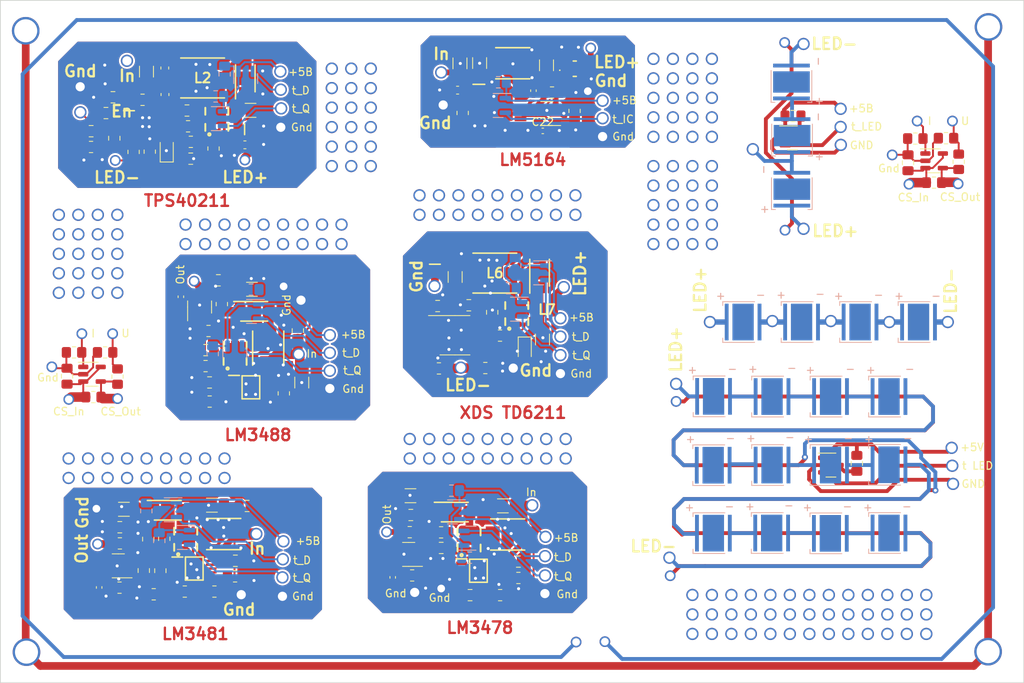
<source format=kicad_pcb>
(kicad_pcb (version 20211014) (generator pcbnew)
  (layers (0 "F.Cu" signal) (31 "B.Cu" signal) (34 "B.Paste" user) (35 "F.Paste" user) (36 "B.SilkS" user "B.Silkscreen") (37 "F.SilkS" user "F.Silkscreen") (38 "B.Mask" user) (39 "F.Mask" user) (44 "Edge.Cuts" user))
  (net 0 "")
  (net 1 "GND")
  (net 2 "Net-(C11-Pad1)")
  (net 3 "Net-(C4-Pad2)")
  (net 4 "Net-(C22-Pad1)")
  (net 5 "Net-(C10-Pad1)")
  (net 6 "Net-(C14-Pad1)")
  (net 7 "Net-(C15-Pad1)")
  (net 8 "Net-(C17-Pad1)")
  (net 9 "Net-(D7-Pad1)")
  (net 10 "Net-(C3-Pad2)")
  (net 11 "Net-(D12-Pad2)")
  (net 12 "Net-(D13-Pad1)")
  (net 13 "Net-(C1-Pad2)")
  (net 14 "Net-(C1-Pad1)")
  (net 15 "Net-(C16-Pad1)")
  (net 16 "Net-(C2-Pad1)")
  (net 17 "Net-(C10-Pad2)")
  (net 18 "Net-(Q1-Pad1)")
  (net 19 "Net-(Q1-Pad4)")
  (net 20 "Net-(C15-Pad2)")
  (net 21 "Net-(C9-Pad1)")
  (net 22 "Net-(C12-Pad1)")
  (net 23 "Net-(C13-Pad1)")
  (net 24 "Net-(C14-Pad2)")
  (net 25 "Net-(C18-Pad1)")
  (net 26 "Net-(C19-Pad1)")
  (net 27 "Net-(C21-Pad1)")
  (net 28 "Net-(D6-Pad1)")
  (net 29 "Net-(D10-Pad1)")
  (net 30 "Net-(D14-Pad1)")
  (net 31 "Net-(D17-Pad1)")
  (net 32 "Net-(D18-Pad1)")
  (net 33 "Net-(D20-Pad4)")
  (net 34 "Net-(D20-Pad5)")
  (net 35 "Net-(D20-Pad6)")
  (net 36 "Net-(D21-Pad2)")
  (net 37 "Net-(D22-Pad1)")
  (net 38 "Net-(D23-Pad1)")
  (net 39 "Net-(D24-Pad1)")
  (net 41 "Net-(D25-Pad1)")
  (net 43 "Net-(D26-Pad1)")
  (net 45 "Net-(D27-Pad1)")
  (net 47 "Net-(D28-Pad1)")
  (net 49 "Net-(D29-Pad1)")
  (net 51 "Net-(D30-Pad1)")
  (net 53 "Net-(D31-Pad1)")
  (net 55 "Net-(D32-Pad1)")
  (net 57 "Net-(D33-Pad1)")
  (net 59 "Net-(D34-Pad1)")
  (net 62 "Net-(IC1-Pad8)")
  (net 63 "Net-(IC2-Pad4)")
  (net 64 "Net-(IC2-Pad5)")
  (net 66 "Net-(C23-Pad2)")
  (net 67 "Net-(C24-Pad1)")
  (net 68 "Net-(C25-Pad1)")
  (net 69 "Net-(C26-Pad1)")
  (net 70 "Net-(C28-Pad1)")
  (net 71 "Net-(C29-Pad1)")
  (net 72 "Net-(C31-Pad1)")
  (net 73 "Net-(C32-Pad1)")
  (net 74 "Net-(C32-Pad2)")
  (net 75 "Net-(C33-Pad1)")
  (net 76 "Net-(C33-Pad2)")
  (net 77 "Net-(C34-Pad1)")
  (net 78 "Net-(C35-Pad1)")
  (net 79 "Net-(C38-Pad1)")
  (net 80 "Net-(C39-Pad1)")
  (net 81 "Net-(C40-Pad1)")
  (net 82 "Net-(C41-Pad1)")
  (net 83 "Net-(D24-Pad2)")
  (net 84 "Net-(D35-Pad1)")
  (net 85 "Net-(D38-Pad2)")
  (net 86 "Net-(D39-Pad1)")
  (net 87 "Net-(D45-Pad2)")
  (net 88 "Net-(D46-Pad2)")
  (net 89 "Net-(D47-Pad1)")
  (net 90 "Net-(D47-Pad2)")
  (net 92 "Net-(D48-Pad1)")
  (net 94 "Net-(D49-Pad1)")
  (net 96 "Net-(D51-Pad1)")
  (net 97 "Net-(D53-Pad1)")
  (net 98 "Net-(IC3-Pad2)")
  (net 99 "Net-(IC3-Pad4)")
  (net 100 "Net-(IC3-Pad6)")
  (net 101 "Net-(IC3-Pad8)")
  (net 102 "Net-(IC4-Pad3)")
  (net 103 "Net-(IC4-Pad6)")
  (net 104 "Net-(IC4-Pad7)")
  (net 105 "Net-(IC5-Pad3)")
  (net 106 "Net-(IC5-Pad6)")
  (net 107 "Net-(IC5-Pad7)")
  (net 108 "Net-(C23-Pad1)")
  (net 109 "Net-(C34-Pad2)")
  (net 110 "Net-(C35-Pad2)")
  (net 111 "Net-(C46-Pad1)")
  (net 112 "Net-(C47-Pad1)")
  (net 113 "Net-(C49-Pad1)")
  (net 114 "Net-(C51-Pad1)")
  (net 115 "Net-(C51-Pad2)")
  (net 116 "Net-(C52-Pad1)")
  (net 117 "Net-(C52-Pad2)")
  (net 118 "Net-(C54-Pad1)")
  (net 119 "Net-(C55-Pad1)")
  (net 120 "Net-(C58-Pad1)")
  (net 121 "Net-(C58-Pad2)")
  (net 122 "Net-(C59-Pad1)")
  (net 123 "Net-(C59-Pad2)")
  (net 124 "Net-(C60-Pad1)")
  (net 125 "Net-(C60-Pad2)")
  (net 126 "Net-(D60-Pad1)")
  (net 127 "Net-(D63-Pad1)")
  (net 128 "Net-(D64-Pad1)")
  (net 129 "Net-(D67-Pad1)")
  (net 130 "Net-(D68-Pad1)")
  (net 131 "Net-(D71-Pad1)")
  (net 132 "Net-(D73-Pad1)")
  (net 133 "Net-(D75-Pad1)")
  (net 134 "Net-(D76-Pad1)")
  (net 135 "Net-(D78-Pad1)")
  (net 136 "Net-(D81-Pad1)")
  (net 137 "Net-(D82-Pad1)")
  (net 138 "Net-(D85-Pad1)")
  (net 139 "Net-(D86-Pad1)")
  (net 140 "Net-(D88-Pad1)")
  (net 141 "Net-(D90-Pad1)")
  (net 142 "Net-(D91-Pad1)")
  (net 143 "Net-(D93-Pad1)")
  (net 144 "Net-(D96-Pad1)")
  (footprint "" (layer "F.Cu") (at 137.16 113.03)
    (fp_text reference "")
    (fp_text value "")
  )
  (footprint "Capacitor_SMD:C_0402_1005Metric_Pad0.74x0.62mm_HandSolder" (layer "F.Cu") (at 114.6192 128.522953 -90)
    (fp_text reference "C44" hide)
    (fp_text value "C" hide)
  )
  (footprint "" (layer "F.Cu") (at 134.62 110.49)
    (fp_text reference "")
    (fp_text value "")
  )
  (footprint "libraries:WireHole_1p2" (layer "F.Cu") (at 172.9802 67.4679)
    (fp_text reference "D95" hide)
    (fp_text value "+5B")
  )
  (footprint "Flat_Wires_Pads:Wire_Hole_1mm" (layer "F.Cu") (at 95.361 74.1426)
    (fp_text reference "D11" hide)
    (fp_text value "Wire_Pad_01" hide)
  )
  (footprint "" (layer "F.Cu") (at 184.15 133.35)
    (fp_text reference "")
    (fp_text value "")
  )
  (footprint "Capacitor_SMD:C_0805_2012Metric_Pad1.18x1.45mm_HandSolder" (layer "F.Cu") (at 120.9372 124.687553 180)
    (fp_text reference "C38" hide)
    (fp_text value "C" hide)
  )
  (footprint "" (layer "F.Cu") (at 179.324 95.25)
    (fp_text reference "")
    (fp_text value "")
  )
  (footprint "Package_TO_SOT_SMD:SOT-23-5" (layer "F.Cu") (at 78.8631 127.016 180)
    (fp_text reference "U6" hide)
    (fp_text value "INA138" hide)
  )
  (footprint "libraries:SOP50P490X110-11N" (layer "F.Cu") (at 82.4578 69.215)
    (fp_text reference "IC1" hide)
    (fp_text value "TPS40211QDGQRQ1" hide)
  )
  (footprint "" (layer "F.Cu") (at 181.61 135.89)
    (fp_text reference "")
    (fp_text value "")
  )
  (footprint "" (layer "F.Cu") (at 73.66 83.82 90)
    (fp_text reference "")
    (fp_text value "")
  )
  (footprint "" (layer "F.Cu") (at 82.55 113.03)
    (fp_text reference "")
    (fp_text value "")
  )
  (footprint "" (layer "F.Cu") (at 111.76 69.85 90)
    (fp_text reference "")
    (fp_text value "")
  )
  (footprint "" (layer "F.Cu") (at 130.81 81.28)
    (fp_text reference "")
    (fp_text value "")
  )
  (footprint "" (layer "F.Cu") (at 151.13 82.55 90)
    (fp_text reference "")
    (fp_text value "")
  )
  (footprint "libraries:WireHole_1p2" (layer "F.Cu") (at 172.9802 69.8301)
    (fp_text reference "D96" hide)
    (fp_text value "t_LED")
  )
  (footprint "Capacitor_SMD:C_0805_2012Metric_Pad1.18x1.45mm_HandSolder" (layer "F.Cu") (at 87.8133 67.691)
    (fp_text reference "C9" hide)
    (fp_text value "C" hide)
  )
  (footprint "" (layer "F.Cu") (at 106.68 74.93)
    (fp_text reference "")
    (fp_text value "")
  )
  (footprint "" (layer "F.Cu") (at 166.37 130.81)
    (fp_text reference "")
    (fp_text value "")
  )
  (footprint "libraries:WireHole_1p2" (layer "F.Cu") (at 79.994 61.214)
    (fp_text reference "D4" hide)
    (fp_text value "WireHole_1p5" hide)
  )
  (footprint "" (layer "F.Cu") (at 85.09 115.57)
    (fp_text reference "")
    (fp_text value "")
  )
  (footprint "Resistor_SMD:R_0805_2012Metric_Pad1.20x1.40mm_HandSolder" (layer "F.Cu") (at 75.6139 105.024973)
    (fp_text reference "R35" hide)
    (fp_text value "R" hide)
  )
  (footprint "libraries:INDC2016X80N" (layer "F.Cu") (at 134.7098 93.6244)
    (fp_text reference "L7")
    (fp_text value "TFM201610ALC-R47MTAA" hide)
  )
  (footprint "libraries:SOIC127P600X170-9N" (layer "F.Cu") (at 128.562 66.8583)
    (fp_text reference "IC2" hide)
    (fp_text value "LM5164QDDATQ1" hide)
  )
  (footprint "Resistor_SMD:R_0805_2012Metric_Pad1.20x1.40mm_HandSolder" (layer "F.Cu") (at 188.3664 74.36885 -90)
    (fp_text reference "R33" hide)
    (fp_text value "R")
  )
  (footprint "Resistor_SMD:R_0805_2012Metric_Pad1.20x1.40mm_HandSolder" (layer "F.Cu") (at 83.4804 130.7244)
    (fp_text reference "R14" hide)
    (fp_text value "R" hide)
  )
  (footprint "" (layer "F.Cu") (at 156.21 68.58 90)
    (fp_text reference "")
    (fp_text value "")
  )
  (footprint "libraries:WireHole_1p2" (layer "F.Cu") (at 100.2538 130.9878)
    (fp_text reference "D65" hide)
    (fp_text value "Gnd")
  )
  (footprint "" (layer "F.Cu") (at 95.25 85.09)
    (fp_text reference "")
    (fp_text value "")
  )
  (footprint "" (layer "F.Cu") (at 109.22 74.93)
    (fp_text reference "")
    (fp_text value "")
  )
  (footprint "Diode_SMD:D_SOD-323F" (layer "F.Cu") (at 85.1756 72.898 90)
    (fp_text reference "Z1" hide)
    (fp_text value "BZT52-C5V1J" hide)
  )
  (footprint "libraries:SOP65P490X110-8N" (layer "F.Cu") (at 125.7886 127.659353)
    (fp_text reference "IC5" hide)
    (fp_text value "LM3478MMX_NOPB" hide)
  )
  (footprint "" (layer "F.Cu") (at 173.99 133.35)
    (fp_text reference "")
    (fp_text value "")
  )
  (footprint "" (layer "F.Cu") (at 153.67 71.12 90)
    (fp_text reference "")
    (fp_text value "")
  )
  (footprint "libraries:SODFL4626X120N" (layer "F.Cu") (at 122.7102 120.013953)
    (fp_text reference "D45" hide)
    (fp_text value "SS36" hide)
  )
  (footprint "Flat_Wires_Pads:Wire_Hole_1mm" (layer "F.Cu") (at 150.777 128.306)
    (fp_text reference "D14" hide)
    (fp_text value "Wire_Pad_01" hide)
  )
  (footprint "" (layer "F.Cu") (at 132.08 110.49)
    (fp_text reference "")
    (fp_text value "")
  )
  (footprint "" (layer "F.Cu") (at 80.01 113.03)
    (fp_text reference "")
    (fp_text value "")
  )
  (footprint "libraries:DFN_3X3_EP" (layer "F.Cu") (at 94.0816 99.3329)
    (fp_text reference "Q5" hide)
    (fp_text value "AON7407" hide)
  )
  (footprint "libraries:WireHole_1p2" (layer "F.Cu") (at 100.3808 123.825)
    (fp_text reference "D62" hide)
    (fp_text value "+5B")
  )
  (footprint "" (layer "F.Cu") (at 153.67 130.81)
    (fp_text reference "")
    (fp_text value "")
  )
  (footprint "" (layer "F.Cu") (at 156.21 130.81)
    (fp_text reference "")
    (fp_text value "")
  )
  (footprint "" (layer "F.Cu") (at 95.25 82.55)
    (fp_text reference "")
    (fp_text value "")
  )
  (footprint "" (layer "F.Cu") (at 111.76 64.77 90)
    (fp_text reference "")
    (fp_text value "")
  )
  (footprint "" (layer "F.Cu") (at 164.084 95.123)
    (fp_text reference "")
    (fp_text value "")
  )
  (footprint "" (layer "F.Cu") (at 171.45 130.81)
    (fp_text reference "")
    (fp_text value "")
  )
  (footprint "Capacitor_SMD:C_1206_3216Metric_Pad1.33x1.80mm_HandSolder" (layer "F.Cu") (at 96.2791 90.9832)
    (fp_text reference "C41" hide)
    (fp_text value "C" hide)
  )
  (footprint "" (layer "F.Cu") (at 97.79 85.09)
    (fp_text reference "")
    (fp_text value "")
  )
  (footprint "Capacitor_SMD:C_0805_2012Metric_Pad1.18x1.45mm_HandSolder" (layer "F.Cu") (at 75.3243 70.3834)
    (fp_text reference "C1" hide)
    (fp_text value "C" hide)
  )
  (footprint "Capacitor_SMD:C_0805_2012Metric_Pad1.18x1.45mm_HandSolder" (layer "F.Cu") (at 102.2604 96.3719 90)
    (fp_text reference "C37" hide)
    (fp_text value "C" hide)
  )
  (footprint "Capacitor_SMD:C_0805_2012Metric_Pad1.18x1.45mm_HandSolder" (layer "F.Cu") (at 78.1691 65.9638)
    (fp_text reference "C3" hide)
    (fp_text value "C")
  )
  (footprint "Capacitor_SMD:C_0402_1005Metric_Pad0.74x0.62mm_HandSolder" (layer "F.Cu") (at 134.1754 70.3468)
    (fp_text reference "C22")
    (fp_text value "C" hide)
  )
  (footprint "" (layer "F.Cu") (at 138.43 81.28)
    (fp_text reference "")
    (fp_text value "")
  )
  (footprint "libraries:WireHole_1p2" (layer "F.Cu") (at 121.196 66.9686)
    (fp_text reference "D2" hide)
    (fp_text value "WireHole_1p5" hide)
  )
  (footprint "" (layer "F.Cu") (at 135.89 78.74)
    (fp_text reference "")
    (fp_text value "")
  )
  (footprint "Resistor_SMD:R_0805_2012Metric_Pad1.20x1.40mm_HandSolder" (layer "F.Cu") (at 75.311 72.4408)
    (fp_text reference "R3" hide)
    (fp_text value "R" hide)
  )
  (footprint "" (layer "F.Cu") (at 71.12 91.44 90)
    (fp_text reference "")
    (fp_text value "")
  )
  (footprint "" (layer "F.Cu") (at 87.63 85.09)
    (fp_text reference "")
    (fp_text value "")
  )
  (footprint "" (layer "F.Cu") (at 151.13 80.01 90)
    (fp_text reference "")
    (fp_text value "")
  )
  (footprint "" (layer "F.Cu") (at 106.68 72.39 90)
    (fp_text reference "")
    (fp_text value "")
  )
  (footprint "" (layer "F.Cu") (at 156.21 77.47 90)
    (fp_text reference "")
    (fp_text value "")
  )
  (footprint "" (layer "F.Cu") (at 173.99 130.81)
    (fp_text reference "")
    (fp_text value "")
  )
  (footprint "" (layer "F.Cu") (at 85.09 113.03)
    (fp_text reference "")
    (fp_text value "")
  )
  (footprint "Capacitor_SMD:C_0805_2012Metric_Pad1.18x1.45mm_HandSolder" (layer "F.Cu") (at 82.185 127.6295 90)
    (fp_text reference "C23" hide)
    (fp_text value "C" hide)
  )
  (footprint "Resistor_SMD:R_0805_2012Metric_Pad1.20x1.40mm_HandSolder" (layer "F.Cu") (at 100.4316 104.5468 -90)
    (fp_text reference "R24" hide)
    (fp_text value "R" hide)
  )
  (footprint "" (layer "F.Cu") (at 153.67 66.04 90)
    (fp_text reference "")
    (fp_text value "")
  )
  (footprint "" (layer "F.Cu") (at 163.83 135.89)
    (fp_text reference "")
    (fp_text value "")
  )
  (footprint "Capacitor_SMD:C_0402_1005Metric_Pad0.74x0.62mm_HandSolder" (layer "F.Cu") (at 76.3684 129.8354 -90)
    (fp_text reference "C31" hide)
    (fp_text value "C" hide)
  )
  (footprint "Flat_Wires_Pads:Wire_Hole_1mm" (layer "F.Cu") (at 140.4238 59.5518)
    (fp_text reference "D13" hide)
    (fp_text value "Wire_Pad_01" hide)
  )
  (footprint "" (layer "F.Cu") (at 71.12 86.36 90)
    (fp_text reference "")
    (fp_text value "")
  )
  (footprint "XDS_Semi:TX6211" (layer "F.Cu") (at 122.363 93.4918)
    (fp_text reference "D20" hide)
    (fp_text value "TX6211" hide)
  )
  (footprint "libraries:INDPM4441X200N" (layer "F.Cu") (at 98.3996 98.654 90)
    (fp_text reference "L10" hide)
    (fp_text value "SRP4020TA-100M" hide)
  )
  (footprint "" (layer "F.Cu") (at 158.75 135.89)
    (fp_text reference "")
    (fp_text value "")
  )
  (footprint "libraries:WireHole_1p2" (layer "F.Cu") (at 134.5262 123.2408)
    (fp_text reference "D80" hide)
    (fp_text value "+5B")
  )
  (footprint "" (layer "F.Cu") (at 111.76 72.39 90)
    (fp_text reference "")
    (fp_text value "")
  )
  (footprint "" (layer "F.Cu") (at 92.71 113.03)
    (fp_text reference "")
    (fp_text value "")
  )
  (footprint "Resistor_SMD:R_0805_2012Metric_Pad1.20x1.40mm_HandSolder" (layer "F.Cu") (at 92.3544 92.9136 90)
    (fp_text reference "R29" hide)
    (fp_text value "R" hide)
  )
  (footprint "Resistor_SMD:R_0805_2012Metric_Pad1.20x1.40mm_HandSolder" (layer "F.Cu") (at 138.3156 67.7466 -90)
    (fp_text reference "R10" hide)
    (fp_text value "R" hide)
  )
  (footprint "libraries:INDPM5752X300N" (layer "F.Cu") (at 127.9274 88.8746)
    (fp_text reference "L6")
    (fp_text value "TFM201610ALC-R47MTAA" hide)
  )
  (footprint "Flat_Wires_Pads:Wire_Hole_1mm" (layer "F.Cu") (at 72.4135 105.329773)
    (fp_text reference "D79" hide)
    (fp_text value "CS_In")
  )
  (footprint "" (layer "F.Cu") (at 137.16 110.49)
    (fp_text reference "")
    (fp_text value "")
  )
  (footprint "libraries:WireHole_1p2" (layer "F.Cu") (at 117.4828 130.4798)
    (fp_text reference "D41" hide)
    (fp_text value "Gnd")
  )
  (footprint "Resistor_SMD:R_0805_2012Metric_Pad1.20x1.40mm_HandSolder" (layer "F.Cu") (at 90.2368 100.9908 180)
    (fp_text reference "R26" hide)
    (fp_text value "R" hide)
  )
  (footprint "" (layer "F.Cu") (at 153.67 85.09 90)
    (fp_text reference "")
    (fp_text value "")
  )
  (footprint "" (layer "F.Cu") (at 125.73 81.28)
    (fp_text reference "")
    (fp_text value "")
  )
  (footprint "Package_TO_SOT_SMD:SOT-23-5" (layer "F.Cu") (at 185.166 74.24185)
    (fp_text reference "U14" hide)
    (fp_text value "INA138" hide)
  )
  (footprint "libraries:INDPM5752X300N" (layer "F.Cu") (at 89.8492 63.4492)
    (fp_text reference "L2")
    (fp_text value "SRP7050AA-220M" hide)
  )
  (footprint "libraries:WireHole_1p2" (layer "F.Cu") (at 168.1503 83.0984 90)
    (fp_text reference "D57" hide)
    (fp_text value "WireHole_1p5" hide)
  )
  (footprint "Flat_Wires_Pads:Wire_Hole_1mm" (layer "F.Cu") (at 76.1652 124.1712)
    (fp_text reference "D39" hide)
    (fp_text value "Wire_Pad_01" hide)
  )
  (footprint "" (layer "F.Cu") (at 73.66 86.36 90)
    (fp_text reference "")
    (fp_text value "")
  )
  (footprint "Capacitor_SMD:C_0805_2012Metric_Pad1.18x1.45mm_HandSolder" (layer "F.Cu") (at 94.1191 126.3556)
    (fp_text reference "C25" hide)
    (fp_text value "C" hide)
  )
  (footprint "" (layer "F.Cu") (at 123.19 78.74)
    (fp_text reference "")
    (fp_text value "")
  )
  (footprint "" (layer "F.Cu") (at 128.27 78.74)
    (fp_text reference "")
    (fp_text value "")
  )
  (footprint "" (layer "F.Cu") (at 100.33 82.55)
    (fp_text reference "")
    (fp_text value "")
  )
  (footprint "Capacitor_SMD:C_1206_3216Metric_Pad1.33x1.80mm_HandSolder" (layer "F.Cu") (at 134.1374 97.5247 -90)
    (fp_text reference "C21" hide)
    (fp_text value "C" hide)
  )
  (footprint "Capacitor_SMD:C_0805_2012Metric_Pad1.18x1.45mm_HandSolder" (layer "F.Cu") (at 90.7581 103.1244)
    (fp_text reference "C32" hide)
    (fp_text value "C" hide)
  )
  (footprint "" (layer "F.Cu") (at 129.54 110.49)
    (fp_text reference "")
    (fp_text value "")
  )
  (footprint "libraries:WireHole_1p2" (layer "F.Cu") (at 136.4765 97.1437)
    (fp_text reference "D75" hide)
    (fp_text value "t_D")
  )
  (footprint "" (layer "F.Cu") (at 148.59 80.01 90)
    (fp_text reference "")
    (fp_text value "")
  )
  (footprint "Flat_Wires_Pads:Wire_Hole_1mm" (layer "F.Cu") (at 76.0128 119.5738)
    (fp_text reference "D40" hide)
    (fp_text value "Gnd" hide)
  )
  (footprint "" (layer "F.Cu") (at 156.21 133.35)
    (fp_text reference "")
    (fp_text value "")
  )
  (footprint "" (layer "F.Cu") (at 111.76 74.93)
    (fp_text reference "")
    (fp_text value "")
  )
  (footprint "libraries:SOP65P490X110-8N" (layer "F.Cu") (at 96.144 103.7594)
    (fp_text reference "IC4" hide)
    (fp_text value "LM3488MM" hide)
  )
  (footprint "" (layer "F.Cu") (at 106.68 64.77 90)
    (fp_text reference "")
    (fp_text value "")
  )
  (footprint "" (layer "F.Cu") (at 109.22 69.85 90)
    (fp_text reference "")
    (fp_text value "")
  )
  (footprint "libraries:SODFL4626X120N" (layer "F.Cu") (at 133.7564 88.8238 90)
    (fp_text reference "D21" hide)
    (fp_text value "SS36" hide)
  )
  (footprint "" (layer "F.Cu") (at 156.21 66.04 90)
    (fp_text reference "")
    (fp_text value "")
  )
  (footprint "" (layer "F.Cu") (at 156.21 85.09 90)
    (fp_text reference "")
    (fp_text value "")
  )
  (footprint "" (layer "F.Cu") (at 179.07 130.81)
    (fp_text reference "")
    (fp_text value "")
  )
  (footprint "" (layer "F.Cu") (at 90.17 85.09)
    (fp_text reference "")
    (fp_text value "")
  )
  (footprint "" (layer "F.Cu") (at 176.53 130.81)
    (fp_text reference "")
    (fp_text value "")
  )
  (footprint "Capacitor_SMD:C_1206_3216Metric_Pad1.33x1.80mm_HandSolder" (layer "F.Cu") (at 102.7684 103.1367 -90)
    (fp_text reference "C35" hide)
    (fp_text value "C" hide)
  )
  (footprint "" (layer "F.Cu") (at 148.59 63.5 90)
    (fp_text reference "")
    (fp_text value "")
  )
  (footprint "" (layer "F.Cu") (at 148.59 68.58 90)
    (fp_text reference "")
    (fp_text value "")
  )
  (footprint "Capacitor_SMD:C_1206_3216Metric_Pad1.33x1.80mm_HandSolder" (layer "F.Cu") (at 123.3804 61.5453 90)
    (fp_text reference "C7" hide)
    (fp_text value "C" hide)
  )
  (footprint "" (layer "F.Cu") (at 138.43 78.74)
    (fp_text reference "")
    (fp_text value "")
  )
  (footprint "" (layer "F.Cu") (at 121.92 113.03)
    (fp_text reference "")
    (fp_text value "")
  )
  (footprint "libraries:WireHole_1p2" (layer "F.Cu") (at 94.885 130.7752)
    (fp_text reference "D37" hide)
    (fp_text value "WireHole_1p5" hide)
  )
  (footprint "" (layer "F.Cu") (at 109.22 64.77 90)
    (fp_text reference "")
    (fp_text value "")
  )
  (footprint "" (layer "F.Cu") (at 176.53 133.35)
    (fp_text reference "")
    (fp_text value "")
  )
  (footprint "Resistor_SMD:R_0805_2012Metric_Pad1.20x1.40mm_HandSolder" (layer "F.Cu") (at 82.9658 73.0504 -90)
    (fp_text reference "R1" hide)
    (fp_text value "R" hide)
  )
  (footprint "libraries:SODFL4626X120N" (layer "F.Cu") (at 95.4118 63.5 90)
    (fp_text reference "D12" hide)
    (fp_text value "SS36" hide)
  )
  (footprint "" (layer "F.Cu") (at 124.46 113.03)
    (fp_text reference "")
    (fp_text value "")
  )
  (footprint "Capacitor_SMD:C_0805_2012Metric_Pad1.18x1.45mm_HandSolder" (layer "F.Cu") (at 127.5842 93.9839 90)
    (fp_text reference "C19" hide)
    (fp_text value "C" hide)
  )
  (footprint "" (layer "F.Cu") (at 92.71 85.09)
    (fp_text reference "")
    (fp_text value "")
  )
  (footprint "Resistor_SMD:R_0805_2012Metric_Pad1.20x1.40mm_HandSolder" (layer "F.Cu") (at 90.7702 105.6136)
    (fp_text reference "R21" hide)
    (fp_text value "R" hide)
  )
  (footprint "" (layer "F.Cu") (at 161.29 133.35)
    (fp_text reference "")
    (fp_text value "")
  )
  (footprint "libraries:WireHole_1p2" (layer "F.Cu") (at 120.942 62.7268)
    (fp_text reference "D5" hide)
    (fp_text value "WireHole_1p5" hide)
  )
  (footprint "libraries:WireHole_1p2" (layer "F.Cu") (at 100.0854 67.4116)
    (fp_text reference "D68" hide)
    (fp_text value "t_Q")
  )
  (footprint "" (layer "F.Cu") (at 168.91 133.35)
    (fp_text reference "")
    (fp_text value "")
  )
  (footprint "" (layer "F.Cu") (at 100.33 85.09)
    (fp_text reference "")
    (fp_text value "")
  )
  (footprint "Flat_Wires_Pads:Wire_Hole_1mm" (layer "F.Cu") (at 113.8252 122.6058)
    (fp_text reference "D51" hide)
    (fp_text value "Out")
  )
  (footprint "" (layer "F.Cu") (at 151.13 77.47 90)
    (fp_text reference "")
    (fp_text value "")
  )
  (footprint "libraries:WireHole_1p2" (layer "F.Cu") (at 187.4508 111.6412)
    (fp_text reference "D92" hide)
    (fp_text value "+5V")
  )
  (footprint "" (layer "F.Cu") (at 153.67 135.89)
    (fp_text reference "")
    (fp_text value "")
  )
  (footprint "Package_TO_SOT_SMD:SOT-23" (layer "F.Cu") (at 171.7197 113.8916)
    (fp_text reference "U22" hide)
    (fp_text value "MCP9700AT-ETT" hide)
  )
  (footprint "Capacitor_SMD:C_1206_3216Metric_Pad1.33x1.80mm_HandSolder" (layer "F.Cu") (at 122.7582 89.3826 -90)
    (fp_text reference "C18" hide)
    (fp_text value "C" hide)
  )
  (footprint "Capacitor_SMD:C_0805_2012Metric_Pad1.18x1.45mm_HandSolder" (layer "F.Cu") (at 84.344 127.651 90)
    (fp_text reference "C24" hide)
    (fp_text value "C" hide)
  )
  (footprint "libraries:WireHole_1p2" (layer "F.Cu") (at 136.906 90.7034)
    (fp_text reference "D23" hide)
    (fp_text value "WireHole_1p5" hide)
  )
  (footprint "Flat_Wires_Pads:Wire_Hole_1mm" (layer "F.Cu") (at 188.2902 77.23905)
    (fp_text reference "D71" hide)
    (fp_text value "CS_Out")
  )
  (footprint "Capacitor_SMD:C_1206_3216Metric_Pad1.33x1.80mm_HandSolder" (layer "F.Cu") (at 96.0976 67.6656)
    (fp_text reference "C13" hide)
    (fp_text value "C")
  )
  (footprint "libraries:INDPM4441X200N" (layer "F.Cu") (at 130.2638 61.533)
    (fp_text reference "L3" hide)
    (fp_text value "SRP4020TA-100M" hide)
  )
  (footprint "libraries:WireHole_1p2" (layer "F.Cu") (at 102.6668 92.4056)
    (fp_text reference "D44" hide)
    (fp_text value "WireHole_1p5" hide)
  )
  (footprint "" (layer "F.Cu") (at 72.39 115.57)
    (fp_text reference "")
    (fp_text value "")
  )
  (footprint "libraries:WireHole_1p2" (layer "F.Cu") (at 173.0056 72.1669)
    (fp_text reference "D97" hide)
    (fp_text value "GND")
  )
  (footprint "libraries:WireHole_1p2" (layer "F.Cu") (at 150.677 125.956)
    (fp_text reference "D50" hide)
    (fp_text value "Flash LED +" hide)
  )
  (footprint "libraries:WireHole_1p2" (layer "F.Cu") (at 73.9234 67.9196)
    (fp_text reference "D17" hide)
    (fp_text value "WireHole_1p5" hide)
  )
  (footprint "Flat_Wires_Pads:Wire_Hole_1mm" (layer "F.Cu") (at 70.2037 101.087973)
    (fp_text reference "D89" hide)
    (fp_text value "Gnd")
  )
  (footprint "" (layer "F.Cu") (at 135.89 81.28)
    (fp_text reference "")
    (fp_text value "")
  )
  (footprint "" (layer "F.Cu") (at 106.68 67.31 90)
    (fp_text reference "")
    (fp_text value "")
  )
  (footprint "" (layer "F.Cu") (at 168.91 130.81)
    (fp_text reference "")
    (fp_text value "")
  )
  (footprint "Resistor_SMD:R_0805_2012Metric_Pad1.20x1.40mm_HandSolder" (layer "F.Cu") (at 91.3892 130.3688)
    (fp_text reference "R16" hide)
    (fp_text value "R" hide)
  )
  (footprint "" (layer "F.Cu") (at 92.71 82.55)
    (fp_text reference "")
    (fp_text value "")
  )
  (footprint "Flat_Wires_Pads:Wire_Hole_1mm" (layer "F.Cu") (at 182.9562 69.06025)
    (fp_text reference "D78" hide)
    (fp_text value "I")
  )
  (footprint "libraries:WireHole_1p2" (layer "F.Cu") (at 151.5502 103.31)
    (fp_text reference "D58" hide)
    (fp_text value "Flash LED -" hide)
  )
  (footprint "libraries:DFN_3X3_EP" (layer "F.Cu") (at 130.7846 94.1509)
    (fp_text reference "Q2" hide)
    (fp_text value "AON7407" hide)
  )
  (footprint "" (layer "F.Cu") (at 129.54 113.03)
    (fp_text reference "")
    (fp_text value "")
  )
  (footprint "Resistor_SMD:R_0805_2012Metric_Pad1.20x1.40mm_HandSolder" (layer "F.Cu") (at 82.026 66.294)
    (fp_text reference "R4" hide)
    (fp_text value "R" hide)
  )
  (footprint "" (layer "F.Cu") (at 111.76 67.31 90)
    (fp_text reference "")
    (fp_text value "")
  )
  (footprint "libraries:WireHole_1p2" (layer "F.Cu") (at 100.0346 64.9732)
    (fp_text reference "D67" hide)
    (fp_text value "t_D")
  )
  (footprint "libraries:DFN_3X3_EP" (layer "F.Cu") (at 91.7034 68.834)
    (fp_text reference "Q1" hide)
    (fp_text value "AON7407" hide)
  )
  (footprint "Resistor_SMD:R_0805_2012Metric_Pad1.20x1.40mm_HandSolder" (layer "F.Cu") (at 126.6858 101.2444)
    (fp_text reference "R13" hide)
    (fp_text value "R" hide)
  )
  (footprint "" (layer "F.Cu") (at 156.21 82.55 90)
    (fp_text reference "")
    (fp_text value "")
  )
  (footprint "" (layer "F.Cu") (at 71.12 88.9 90)
    (fp_text reference "")
    (fp_text value "")
  )
  (footprint "Resistor_SMD:R_0805_2012Metric_Pad1.20x1.40mm_HandSolder" (layer "F.Cu") (at 87.5284 130.3688)
    (fp_text reference "R15" hide)
    (fp_text value "R" hide)
  )
  (footprint "" (layer "F.Cu") (at 166.37 135.89)
    (fp_text reference "")
    (fp_text value "")
  )
  (footprint "" (layer "F.Cu") (at 179.07 135.89)
    (fp_text reference "")
    (fp_text value "")
  )
  (footprint "" (layer "F.Cu") (at 116.84 113.03)
    (fp_text reference "")
    (fp_text value "")
  )
  (footprint "libraries:WireHole_1p2" (layer "F.Cu") (at 100.0346 69.8754)
    (fp_text reference "D69" hide)
    (fp_text value "Gnd")
  )
  (footprint "Flat_Wires_Pads:Wire_Hole_1mm" (layer "F.Cu") (at 165.7403 83.2862)
    (fp_text reference "D8" hide)
    (fp_text value "Wire_Pad_01" hide)
  )
  (footprint "libraries:WireHole_1p2" (layer "F.Cu") (at 132.799 119.126)
    (fp_text reference "D42" hide)
    (fp_text value "In")
  )
  (footprint "" (layer "F.Cu") (at 134.62 113.03)
    (fp_text reference "")
    (fp_text value "")
  )
  (footprint "Resistor_SMD:R_0805_2012Metric_Pad1.20x1.40mm_HandSolder" (layer "F.Cu") (at 128.6002 97.0167 180)
    (fp_text reference "R11" hide)
    (fp_text value "R" hide)
  )
  (footprint "" (layer "F.Cu") (at 156.21 80.01 90)
    (fp_text reference "")
    (fp_text value "")
  )
  (footprint "libraries:WireHole_1p2" (layer "F.Cu") (at 134.4754 125.7554)
    (fp_text reference "D81" hide)
    (fp_text value "t_D")
  )
  (footprint "" (layer "F.Cu") (at 153.67 74.93 90)
    (fp_text reference "")
    (fp_text value "")
  )
  (footprint "Resistor_SMD:R_0805_2012Metric_Pad1.20x1.40mm_HandSolder" (layer "F.Cu") (at 117.1526 128.268953)
    (fp_text reference "R28" hide)
    (fp_text value "R" hide)
  )
  (footprint "libraries:INDC2016X80N" (layer "F.Cu") (at 120.1166 87.718 90)
    (fp_text reference "L5" hide)
    (fp_text value "TFM201610ALC-R47MTAA" hide)
  )
  (footprint "Resistor_SMD:R_0805_2012Metric_Pad1.20x1.40mm_HandSolder" (layer "F.Cu") (at 123.736 68.01 90)
    (fp_text reference "R5" hide)
    (fp_text value "R" hide)
  )
  (footprint "Capacitor_SMD:C_1206_3216Metric_Pad1.33x1.80mm_HandSolder" (layer "F.Cu") (at 82.534 62.6241 -90)
    (fp_text reference "C8" hide)
    (fp_text value "C" hide)
  )
  (footprint "Resistor_SMD:R_0805_2012Metric_Pad1.20x1.40mm_HandSolder" (layer "F.Cu") (at 120.6406 101.2952)
    (fp_text reference "R12" hide)
    (fp_text value "R" hide)
  )
  (footprint "" (layer "F.Cu") (at 151.13 66.04 90)
    (fp_text reference "")
    (fp_text value "")
  )
  (footprint "Capacitor_SMD:C_0805_2012Metric_Pad1.18x1.45mm_HandSolder" (layer "F.Cu") (at 77.2547 68.0212)
    (fp_text reference "C4" hide)
    (fp_text value "C" hide)
  )
  (footprint "" (layer "F.Cu") (at 163.83 133.35)
    (fp_text reference "")
    (fp_text value "")
  )
  (footprint "libraries:WireHole_1p2" (layer "F.Cu") (at 106.426 99.2632)
    (fp_text reference "D85" hide)
    (fp_text value "t_D")
  )
  (footprint "libraries:INDPM4441X200N" (layer "F.Cu") (at 129.5986 122.934953 180)
    (fp_text reference "L9" hide)
    (fp_text value "SRP4020TA-100M" hide)
  )
  (footprint "" (layer "F.Cu") (at 156.21 60.96 90)
    (fp_text reference "")
    (fp_text value "")
  )
  (footprint "libraries:WireHole_1p2" (layer "F.Cu") (at 134.4754 128.27)
    (fp_text reference "D82" hide)
    (fp_text value "t_Q")
  )
  (footprint "Package_TO_SOT_SMD:SOT-23" (layer "F.Cu") (at 166.7025 71.2525)
    (fp_text reference "U23" hide)
    (fp_text value "MCP9700AT-ETT" hide)
  )
  (footprint "Package_TO_SOT_SMD:SOT-23-5" (layer "F.Cu") (at 134.7088 68.0862 180)
    (fp_text reference "U1" hide)
    (fp_text value "INA138" hide)
  )
  (footprint "" (layer "F.Cu") (at 148.59 66.04 90)
    (fp_text reference "")
    (fp_text value "")
  )
  (footprint "" (layer "F.Cu") (at 74.93 115.57)
    (fp_text reference "")
    (fp_text value "")
  )
  (footprint "Resistor_SMD:R_0805_2012Metric_Pad1.20x1.40mm_HandSolder" (layer "F.Cu") (at 80.8576 73.0852 90)
    (fp_text reference "R2" hide)
    (fp_text value "R" hide)
  )
  (footprint "Capacitor_SMD:C_0805_2012Metric_Pad1.18x1.45mm_HandSolder" (layer "F.Cu") (at 124.5362 93.0656 180)
    (fp_text reference "C20" hide)
    (fp_text value "C" hide)
  )
  (footprint "Capacitor_SMD:C_0805_2012Metric_Pad1.18x1.45mm_HandSolder" (layer "F.Cu") (at 90.2501 98.908 180)
    (fp_text reference "C39" hide)
    (fp_text value "C" hide)
  )
  (footprint "libraries:SODFL4626X120N" (layer "F.Cu") (at 96.5708 93.8534)
    (fp_text reference "D46" hide)
    (fp_text value "SS36" hide)
  )
  (footprint "libraries:WireHole_1p2" (layer "F.Cu") (at 96.8502 122.8598)
    (fp_text reference "D36" hide)
    (fp_text value "WireHole_1p5" hide)
  )
  (footprint "" (layer "F.Cu") (at 76.2 81.28 90)
    (fp_text reference "")
    (fp_text value "")
  )
  (footprint "" (layer "F.Cu") (at 77.47 113.03)
    (fp_text reference "")
    (fp_text value "")
  )
  (footprint "" (layer "F.Cu") (at 107.95 82.55)
    (fp_text reference "")
    (fp_text value "")
  )
  (footprint "Flat_Wires_Pads:Wire_Hole_1mm" (layer "F.Cu") (at 88.7476 89.9164)
    (fp_text reference "D53" hide)
    (fp_text value "Wire_Pad_01" hide)
  )
  (footprint "Capacitor_SMD:C_0603_1608Metric_Pad1.08x0.95mm_HandSolder" (layer "F.Cu") (at 123.0756 65.0382 180)
    (fp_text reference "C6" hide)
    (fp_text value "C")
  )
  (footprint "" (layer "F.Cu") (at 184.15 130.81)
    (fp_text reference "")
    (fp_text value "")
  )
  (footprint "Capacitor_SMD:C_0805_2012Metric_Pad1.18x1.45mm_HandSolder" (layer "F.Cu") (at 181.7624 74.49585 90)
    (fp_text reference "C51" hide)
    (fp_text value "C" hide)
  )
  (footprint "" (layer "F.Cu") (at 97.79 82.55)
    (fp_text reference "")
    (fp_text value "")
  )
  (footprint "Resistor_SMD:R_0805_2012Metric_Pad1.20x1.40mm_HandSolder" (layer "F.Cu") (at 94.0816 128.3876)
    (fp_text reference "R17" hide)
    (fp_text value "R" hide)
  )
  (footprint "Flat_Wires_Pads:Wire_Hole_1mm" (layer "F.Cu") (at 179.705 73.47985)
    (fp_text reference "D72" hide)
    (fp_text value "Gnd")
  )
  (footprint "Resistor_SMD:R_0805_2012Metric_Pad1.20x1.40mm_HandSolder" (layer "F.Cu") (at 185.15 77.08665)
    (fp_text reference "R31" hide)
    (fp_text value "R" hide)
  )
  (footprint "" (layer "F.Cu") (at 133.35 81.28)
    (fp_text reference "")
    (fp_text value "")
  )
  (footprint "" (layer "F.Cu") (at 87.63 82.55)
    (fp_text reference "")
    (fp_text value "")
  )
  (footprint "Resistor_SMD:R_0805_2012Metric_Pad1.20x1.40mm_HandSolder" (layer "F.Cu") (at 88.3158 71.771)
    (fp_text reference "R7" hide)
    (fp_text value "R" hide)
  )
  (footprint "Resistor_SMD:R_0805_2012Metric_Pad1.20x1.40mm_HandSolder" (layer "F.Cu") (at 79.026 129.8608)
    (fp_text reference "R20" hide)
    (fp_text value "R" hide)
  )
  (footprint "" (layer "F.Cu") (at 105.41 85.09)
    (fp_text reference "")
    (fp_text value "")
  )
  (footprint "libraries:WireHole_1p2" (layer "F.Cu") (at 99.9838 62.611)
    (fp_text reference "D66" hide)
    (fp_text value "+5B")
  )
  (footprint "" (layer "F.Cu") (at 105.41 82.55)
    (fp_text reference "")
    (fp_text value "")
  )
  (footprint "mount_holes:Hole_screw_M1p2" (layer "F.Cu") (at 66.9016 138.2622)
    (fp_text reference "U4" hide)
    (fp_text value "Mounting_Hole_M2" hide)
  )
  (footprint "Capacitor_SMD:C_0805_2012Metric_Pad1.18x1.45mm_HandSolder" (layer "F.Cu") (at 79.0608 121.9868 180)
    (fp_text reference "C30" hide)
    (fp_text value "C" hide)
  )
  (footprint "" (layer "F.Cu") (at 148.59 82.55 90)
    (fp_text reference "")
    (fp_text value "")
  )
  (footprint "" (layer "F.Cu") (at 109.22 62.23 90)
    (fp_text reference "")
    (fp_text value "")
  )
  (footprint "" (layer "F.Cu") (at 71.12 81.28 90)
    (fp_text reference "")
    (fp_text value "")
  )
  (footprint "libraries:WireHole_1p2" (layer "F.Cu") (at 192.25 56.8)
    (fp_text reference "D3" hide)
    (fp_text value "WireHole_1p5" hide)
  )
  (footprint "Flat_Wires_Pads:Wire_Hole_1mm" (layer "F.Cu") (at 151.5502 105.596)
    (fp_text reference "D15" hide)
    (fp_text value "Wire_Pad_01" hide)
  )
  (footprint "Capacitor_SMD:C_0805_2012Metric_Pad1.18x1.45mm_HandSolder" (layer "F.Cu") (at 120.4761 93.1672)
    (fp_text reference "C17" hide)
    (fp_text value "C")
  )
  (footprint "" (layer "F.Cu") (at 121.92 110.49)
    (fp_text reference "")
    (fp_text value "")
  )
  (footprint "Capacitor_SMD:C_1206_3216Metric_Pad1.33x1.80mm_HandSolder" (layer "F.Cu") (at 116.9363 117.880353 180)
    (fp_text reference "C40" hide)
    (fp_text value "C" hide)
  )
  (footprint "Flat_Wires_Pads:Wire_Hole_1mm" (layer "F.Cu") (at 142.266 136.897)
    (fp_text reference "D10" hide)
    (fp_text value "Wire_Pad_01" hide)
  )
  (footprint "" (layer "F.Cu") (at 171.45 135.89)
    (fp_text reference "")
    (fp_text value "")
  )
  (footprint "" (layer "F.Cu") (at 76.2 83.82 90)
    (fp_text reference "")
    (fp_text value "")
  )
  (footprint "Package_TO_SOT_SMD:SOT-23-5" (layer "F.Cu") (at 75.4361 102.053173)
    (fp_text reference "U21" hide)
    (fp_text value "INA138" hide)
  )
  (footprint "" (layer "F.Cu") (at 123.19 81.28)
    (fp_text reference "")
    (fp_text value "")
  )
  (footprint "" (layer "F.Cu") (at 173.99 135.89)
    (fp_text reference "")
    (fp_text value "")
  )
  (footprint "Capacitor_SMD:C_0805_2012Metric_Pad1.18x1.45mm_HandSolder" (layer "F.Cu") (at 116.9787 120.394953 180)
    (fp_text reference "C42" hide)
    (fp_text value "C" hide)
  )
  (footprint "libraries:WireHole_1p2" (layer "F.Cu") (at 136.4742 99.5567)
    (fp_text reference "D76" hide)
    (fp_text value "t_Q")
  )
  (footprint "" (layer "F.Cu") (at 148.59 77.47 90)
    (fp_text reference "")
    (fp_text value "")
  )
  (footprint "Capacitor_SMD:C_0603_1608Metric_Pad1.08x0.95mm_HandSolder" (layer "F.Cu") (at 84.9216 62.1527 -90)
    (fp_text reference "C5" hide)
    (fp_text value "C" hide)
  )
  (footprint "" (layer "F.Cu") (at 148.59 85.09 90)
    (fp_text reference "")
    (fp_text value "")
  )
  (footprint "" (layer "F.Cu") (at 156.21 71.12 90)
    (fp_text reference "")
    (fp_text value "")
  )
  (footprint "Capacitor_SMD:C_0603_1608Metric_Pad1.08x0.95mm_HandSolder" (layer "F.Cu") (at 84.947 65.6082 90)
    (fp_text reference "C12" hide)
    (fp_text value "C" hide)
  )
  (footprint "Resistor_SMD:R_0805_2012Metric_Pad1.20x1.40mm_HandSolder" (layer "F.Cu") (at 87.9536 69.7484)
    (fp_text reference "R6" hide)
    (fp_text value "R" hide)
  )
  (footprint "libraries:WireHole_1p2" (layer "F.Cu") (at 73.898 64.5922)
    (fp_text reference "D1" hide)
    (fp_text value "WireHole_1p5" hide)
  )
  (footprint "Package_TO_SOT_SMD:SOT-23-5" (layer "F.Cu") (at 89.4588 93.2946 90)
    (fp_text reference "U8" hide)
    (fp_text value "INA138" hide)
  )
  (footprint "libraries:SODFL4626X120N" (layer "F.Cu") (at 85.3142 119.777)
    (fp_text reference "D38" hide)
    (fp_text value "SS36" hide)
  )
  (footprint "Capacitor_SMD:C_1206_3216Metric_Pad1.33x1.80mm_HandSolder" (layer "F.Cu") (at 134.658 61.7993 90)
    (fp_text reference "C16" hide)
    (fp_text value "C" hide)
  )
  (footprint "Capacitor_SMD:C_1206_3216Metric_Pad1.33x1.80mm_HandSolder" (layer "F.Cu") (at 79.5942 119.65 180)
    (fp_text reference "C29" hide)
    (fp_text value "C" hide)
  )
  (footprint "" (layer "F.Cu") (at 148.59 71.12 90)
    (fp_text reference "")
    (fp_text value "")
  )
  (footprint "libraries:WireHole_1p2" (layer "F.Cu") (at 168.1503 59.0192 90)
    (fp_text reference "D55" hide)
    (fp_text value "WireHole_1p5" hide)
  )
  (footprint "" (layer "F.Cu") (at 102.87 82.55)
    (fp_text reference "")
    (fp_text value "")
  )
  (footprint "" (layer "F.Cu") (at 102.87 85.09)
    (fp_text reference "")
    (fp_text value "")
  )
  (footprint "" (layer "F.Cu") (at 166.37 133.35)
    (fp_text reference "")
    (fp_text value "")
  )
  (footprint "" (layer "F.Cu") (at 181.61 130.81)
    (fp_text reference "")
    (fp_text value "")
  )
  (footprint "" (layer "F.Cu") (at 128.27 81.28)
    (fp_text reference "")
    (fp_text value "")
  )
  (footprint "Resistor_SMD:R_0805_2012Metric_Pad1.20x1.40mm_HandSolder" (layer "F.Cu") (at 120.9239 122.655553 180)
    (fp_text reference "R25" hide)
    (fp_text value "R" hide)
  )
  (footprint "" (layer "F.Cu") (at 133.35 78.74)
    (fp_text reference "")
    (fp_text value "")
  )
  (footprint "Flat_Wires_Pads:Wire_Hole_1mm" (layer "F.Cu") (at 187.5536 69.06025)
    (fp_text reference "D73" hide)
    (fp_text value "U")
  )
  (footprint "" (layer "F.Cu") (at 158.75 133.35)
    (fp_text reference "")
    (fp_text value "")
  )
  (footprint "" (layer "F.Cu") (at 73.66 91.44 90)
    (fp_text reference "")
    (fp_text value "")
  )
  (footprint "Flat_Wires_Pads:Wire_Hole_1mm" (layer "F.Cu") (at 100.4062 90.6022)
    (fp_text reference "D54" hide)
    (fp_text value "Wire_Pad_01" hide)
  )
  (footprint "Capacitor_SMD:C_0805_2012Metric_Pad1.18x1.45mm_HandSolder" (layer "F.Cu") (at 72.1849 102.307173 90)
    (fp_text reference "C58" hide)
    (fp_text value "C" hide)
  )
  (footprint "libraries:INDC2016X80N" (layer "F.Cu") (at 95.322 70.1294 180)
    (fp_text reference "L1" hide)
    (fp_text value "TFM201610ALC-R47MTAA" hide)
  )
  (footprint "Resistor_SMD:R_0805_2012Metric_Pad1.20x1.40mm_HandSolder" (layer "F.Cu") (at 78.7635 102.357973 -90)
    (fp_text reference "R37" hide)
    (fp_text value "R" hide)
  )
  (footprint "libraries:WireHole_1p2" (layer "F.Cu") (at 130.3274 101.2585)
    (fp_text reference "D19" hide)
    (fp_text value "WireHole_1p5" hide)
  )
  (footprint "" (layer "F.Cu") (at 120.65 78.74)
    (fp_text reference "")
    (fp_text value "")
  )
  (footprint "" (layer "F.Cu") (at 130.81 78.74)
    (fp_text reference "")
    (fp_text value "")
  )
  (footprint "" (layer "F.Cu") (at 153.67 80.01 90)
    (fp_text reference "")
    (fp_text value "")
  )
  (footprint "Flat_Wires_Pads:Wire_Hole_1mm" (layer "F.Cu") (at 165.6903 58.8362)
    (fp_text reference "D7" hide)
    (fp_text value "Wire_Pad_01" hide)
  )
  (footprint "Flat_Wires_Pads:Wire_Hole_1mm" (layer "F.Cu") (at 78.1285 96.769973)
    (fp_text reference "D90" hide)
    (fp_text value "U")
  )
  (footprint "" (layer "F.Cu") (at 186.944 95.25)
    (fp_text reference "")
    (fp_text value "")
  )
  (footprint "" (layer "F.Cu") (at 73.66 81.28 90)
    (fp_text reference "")
    (fp_text value "")
  )
  (footprint "" (layer "F.Cu") (at 148.59 74.93 90)
    (fp_text reference "")
    (fp_text value "")
  )
  (footprint "Capacitor_SMD:C_0805_2012Metric_Pad1.18x1.45mm_HandSolder" (layer "F.Cu") (at 175.0956 113.663 -90)
    (fp_text reference "C59" hide)
    (fp_text value "C" hide)
  )
  (footprint "Resistor_SMD:R_0805_2012Metric_Pad1.20x1.40mm_HandSolder" (layer "F.Cu") (at 135.3786 65.343 180)
    (fp_text reference "R9" hide)
    (fp_text value "R" hide)
  )
  (footprint "Flat_Wires_Pads:Wire_Hole_1mm" (layer "F.Cu") (at 120.9372 129.9718)
    (fp_text reference "D52" hide)
    (fp_text value "Gnd")
  )
  (footprint "Resistor_SMD:R_0805_2012Metric_Pad1.20x1.40mm_HandSolder" (layer "F.Cu") (at 186.7154 71.29545)
    (fp_text reference "R34" hide)
    (fp_text value "R" hide)
  )
  (footprint "libraries:SOP50P490X110-10N" (layer "F.Cu") (at 88.7636 127.3716)
    (fp_text reference "IC3" hide)
    (fp_text value "LM3481MM_NOPB" hide)
  )
  (footprint "" (layer "F.Cu") (at 148.59 60.96 90)
    (fp_text reference "")
    (fp_text value "")
  )
  (footprint "Capacitor_SMD:C_0805_2012Metric_Pad1.18x1.45mm_HandSolder" (layer "F.Cu") (at 78.343 71.3017 90)
    (fp_text reference "C2" hide)
    (fp_text value "C" hide)
  )
  (footprint "Capacitor_SMD:C_0805_2012Metric_Pad1.18x1.45mm_HandSolder" (layer "F.Cu") (at 82.7692 123.5362 90)
    (fp_text reference "C28" hide)
    (fp_text value "C" hide)
  )
  (footprint "" (layer "F.Cu") (at 119.38 113.03)
    (fp_text reference "")
    (fp_text value "")
  )
  (footprint "Resistor_SMD:R_0805_2012Metric_Pad1.20x1.40mm_HandSolder" (layer "F.Cu") (at 130.9956 128.599153)
    (fp_text reference "R23" hide)
    (fp_text value "R" hide)
  )
  (footprint "" (layer "F.Cu") (at 74.93 113.03)
    (fp_text reference "")
    (fp_text value "")
  )
  (footprint "" (layer "F.Cu") (at 153.67 82.55 90)
    (fp_text reference "")
    (fp_text value "")
  )
  (footprint "" (layer "F.Cu") (at 109.22 72.39 90)
    (fp_text reference "")
    (fp_text value "")
  )
  (footprint "" (layer "F.Cu") (at 90.17 82.55)
    (fp_text reference "")
    (fp_text value "")
  )
  (footprint "Capacitor_SMD:C_1206_3216Metric_Pad1.33x1.80mm_HandSolder" (layer "F.Cu") (at 128.9759 119.201153 180)
    (fp_text reference "C34" hide)
    (fp_text value "C" hide)
  )
  (footprint "Resistor_SMD:R_0805_2012Metric_Pad1.20x1.40mm_HandSolder" (layer "F.Cu") (at 116.8384 122.630153 180)
    (fp_text reference "R27" hide)
    (fp_text value "R" hide)
  )
  (footprint "Capacitor_SMD:C_0805_2012Metric_Pad1.18x1.45mm_HandSolder" (layer "F.Cu") (at 95.647 119.2182)
    (fp_text reference "C27" hide)
    (fp_text value "C" hide)
  )
  (footprint "" (layer "F.Cu") (at 78.74 81.28 90)
    (fp_text reference "")
    (fp_text value "")
  )
  (footprint "Diode_SMD:D_SOD-323F" (layer "F.Cu") (at 131.826 98.7044 -90)
    (fp_text reference "Z2" hide)
    (fp_text value "BZT52-C5V1J" hide)
  )
  (footprint "" (layer "F.Cu") (at 127 113.03)
    (fp_text reference "")
    (fp_text value "")
  )
  (footprint "" (layer "F.Cu") (at 87.63 113.03)
    (fp_text reference "")
    (fp_text value "")
  )
  (footprint "Capacitor_SMD:C_0805_2012Metric_Pad1.18x1.45mm_HandSolder" (layer "F.Cu") (at 166.7748 68.4077)
    (fp_text reference "C60" hide)
    (fp_text value "C" hide)
  )
  (footprint "" (layer "F.Cu") (at 132.08 113.03)
    (fp_text reference "")
    (fp_text value "")
  )
  (footprint "libraries:INDPM4441X200N" (layer "F.Cu") (at 92.599 122.8758 180)
    (fp_text reference "L8" hide)
    (fp_text value "SRP4020TA-100M" hide)
  )
  (footprint "libraries:WireHole_1p2" (layer "F.Cu") (at 136.4742 94.7561)
    (fp_text reference "D74" hide)
    (fp_text value "+5B")
  )
  (footprint "" (layer "F.Cu") (at 176.53 135.89)
    (fp_text reference "")
    (fp_text value "")
  )
  (footprint "" (layer "F.Cu") (at 127 110.49)
    (fp_text reference "")
    (fp_text value "")
  )
  (footprint "" (layer "F.Cu") (at 184.15 135.89)
    (fp_text reference "")
    (fp_text value "")
  )
  (footprint "" (layer "F.Cu") (at 163.83 130.81)
    (fp_text reference "")
    (fp_text value "")
  )
  (footprint "mount_holes:Hole_screw_M1p2" (layer "F.Cu") (at 192.2 138.2)
    (fp_text reference "U2" hide)
    (fp_text value "Mounting_Hole_M2" hide)
  )
  (footprint "" (layer "F.Cu") (at 76.2 91.44 90)
    (fp_text reference "")
    (fp_text value "")
  )
  (footprint "libraries:WireHole_1p2" (layer "F.Cu") (at 100.2538 128.524)
    (fp_text reference "D64" hide)
    (fp_text value "t_Q")
  )
  (footprint "" (layer "F.Cu") (at 171.45 133.35)
    (fp_text reference "")
    (fp_text value "")
  )
  (footprint "" (layer "F.Cu") (at 82.55 115.57)
    (fp_text reference "")
    (fp_text value "")
  )
  (footprint "" (layer "F.Cu") (at 179.07 133.35)
    (fp_text reference "")
    (fp_text value "")
  )
  (footprint "Capacitor_SMD:C_1206_3216Metric_Pad1.33x1.80mm_HandSolder" (layer "F.Cu") (at 125.9458 61.5076 -90)
    (fp_text reference "C15" hide)
    (fp_text value "C" hide)
  )
  (footprint "" (layer "F.Cu") (at 90.17 113.03)
    (fp_text reference "")
    (fp_text value "")
  )
  (footprint "" (layer "F.Cu") (at 156.21 63.5 90)
    (fp_text reference "")
    (fp_text value "")
  )
  (footprint "libraries:WireHole_1p2" (layer "F.Cu") (at 120.0658 90.551)
    (fp_text reference "D18" hide)
    (fp_text value "WireHole_1p5" hide)
  )
  (footprint "Resistor_SMD:R_0805_2012Metric_Pad1.20x1.40mm_HandSolder" (layer "F.Cu") (at 90.6178 96.4188 180)
    (fp_text reference "R30" hide)
    (fp_text value "R" hide)
  )
  (footprint "" (layer "F.Cu") (at 156.21 74.93 90)
    (fp_text reference "")
    (fp_text value "")
  )
  (footprint "libraries:WireHole_1p2" (layer "F.Cu") (at 187.6286 116.3402)
    (fp_text reference "D94" hide)
    (fp_text value "GND")
  )
  (footprint "" (layer "F.Cu") (at 155.956 95.25)
    (fp_text reference "")
    (fp_text value "")
  )
  (footprint "Capacitor_SMD:C_0805_2012Metric_Pad1.18x1.45mm_HandSolder" (layer "F.Cu") (at 124.7003 130.834353 180)
    (fp_text reference "C33" hide)
    (fp_text value "C" hide)
  )
  (footprint "" (layer "F.Cu") (at 90.17 115.57)
    (fp_text reference "")
    (fp_text value "")
  )
  (footprint "" (layer "F.Cu") (at 72.39 113.03)
    (fp_text reference "")
    (fp_text value "")
  )
  (footprint "" (layer "F.Cu") (at 124.46 110.49)
    (fp_text reference "")
    (fp_text value "")
  )
  (footprint "" (layer "F.Cu") (at 71.12 83.82 90)
    (fp_text reference "")
    (fp_text value "")
  )
  (footprint "libraries:WireHole_1p2" (layer "F.Cu") (at 141.9674 66.4098)
    (fp_text reference "D59" hide)
    (fp_text value "+5B")
  )
  (footprint "Flat_Wires_Pads:Wire_Hole_1mm" (layer "F.Cu") (at 78.47 74.1934)
    (fp_text reference "D6" hide)
    (fp_text value "Wire_Pad_01" hide)
  )
  (footprint "" (layer "F.Cu") (at 92.71 115.57)
    (fp_text reference "")
    (fp_text value "")
  )
  (footprint "" (layer "F.Cu") (at 80.01 115.57)
    (fp_text reference "")
    (fp_text value "")
  )
  (footprint "" (layer "F.Cu") (at 109.22 67.31 90)
    (fp_text reference "")
    (fp_text value "")
  )
  (footprint "" (layer "F.Cu") (at 153.67 68.58 90)
    (fp_text reference "")
    (fp_text value "")
  )
  (footprint "Resistor_SMD:R_0805_2012Metric_Pad1.20x1.40mm_HandSolder" (layer "F.Cu") (at 91.2716 72.644 -90)
    (fp_text reference "R8" hide)
    (fp_text value "R" hide)
  )
  (footprint "libraries:WireHole_1p2" (layer "F.Cu") (at 161.5463 72.7352 90)
    (fp_text reference "D56" hide)
    (fp_text value "WireHole_1p5" hide)
  )
  (footprint "mount_holes:Hole_screw_M1p2" (layer "F.Cu") (at 66.8 57.3)
    (fp_text reference "U5" hide)
    (fp_text value "Mounting_Hole_M2" hide)
  )
  (footprint "" (layer "F.Cu") (at 87.63 115.57)
    (fp_text reference "")
    (fp_text value "")
  )
  (footprint "" (layer "F.Cu") (at 153.67 77.47 90)
    (fp_text reference "")
    (fp_text value "")
  )
  (footprint "" (layer "F.Cu") (at 153.67 133.35)
    (fp_text reference "")
    (fp_text value "")
  )
  (footprint "" (layer "F.Cu") (at 181.61 133.35)
    (fp_text reference "")
    (fp_text value "")
  )
  (footprint "" (layer "F.Cu") (at 106.68 69.85 90)
    (fp_text reference "")
    (fp_text value "")
  )
  (footprint "" (layer "F.Cu") (at 78.74 88.9 90)
    (fp_text reference "")
    (fp_text value "")
  )
  (footprint "libraries:WireHole_1p2" (layer "F.Cu") (at 106.426 96.9518)
    (fp_text reference "D84" hide)
    (fp_text value "+5B")
  )
  (footprint "Capacitor_SMD:C_0805_2012Metric_Pad1.18x1.45mm_HandSolder" (layer "F.Cu") (at 130.9956 126.465553)
    (fp_text reference "C36" hide)
    (fp_text value "C" hide)
  )
  (footprint "Capacitor_SMD:C_0603_1608Metric_Pad1.08x0.95mm_HandSolder" (layer "F.Cu") (at 95.361 72.1614 180)
    (fp_text reference "C10" hide)
    (fp_text value "C" hide)
  )
  (footprint "" (layer "F.Cu") (at 151.13 74.93 90)
    (fp_text reference "")
    (fp_text value "")
  )
  (footprint "" (layer "F.Cu") (at 76.2 86.36 90)
    (fp_text reference "")
    (fp_text value "")
  )
  (footprint "libraries:WireHole_1p2" (layer "F.Cu") (at 106.426 103.9114)
    (fp_text reference "D87" hide)
    (fp_text value "Gnd")
  )
  (footprint "libraries:WireHole_1p2" (layer "F.Cu") (at 141.9674 68.6958)
    (fp_text reference "D60" hide)
    (fp_text value "t_IC")
  )
  (footprint "libraries:DFN_3X3_EP" (layer "F.Cu") (at 87.646 123.5547)
    (fp_text reference "Q3" hide)
    (fp_text value "AON7407" hide)
  )
  (footprint "" (layer "F.Cu") (at 151.13 71.12 90)
    (fp_text reference "")
    (fp_text value "")
  )
  (footprint "" (layer "F.Cu") (at 118.11 78.74)
    (fp_text reference "")
    (fp_text value "")
  )
  (footprint "Package_TO_SOT_SMD:SOT-23-5" (layer "F.Cu") (at 116.702 125.525753 180)
    (fp_text reference "U7" hide)
    (fp_text value "INA138" hide)
  )
  (footprint "Flat_Wires_Pads:Wire_Hole_1mm" (layer "F.Cu") (at 181.8894 77.28985)
    (fp_text reference "D70" hide)
    (fp_text value "CS_In")
  )
  (footprint "" (layer "F.Cu") (at 107.95 85.09)
    (fp_text reference "")
    (fp_text value "")
  )
  (footprint "" (layer "F.Cu") (at 125.73 78.74)
    (fp_text reference "")
    (fp_text value "")
  )
  (footprint "" (layer "F.Cu") (at 106.68 62.23 90)
    (fp_text reference "")
    (fp_text value "")
  )
  (footprint "Resistor_SMD:R_0805_2012Metric_Pad1.20x1.40mm_HandSolder" (layer "F.Cu") (at 84.852 123.4948 90)
    (fp_text reference "R18" hide)
    (fp_text value "R" hide)
  )
  (footprint "" (layer "F.Cu") (at 156.21 135.89)
    (fp_text reference "")
    (fp_text value "")
  )
  (footprint "libraries:WireHole_1p2" (layer "F.Cu") (at 106.426 101.6)
    (fp_text reference "D86" hide)
    (fp_text value "t_Q")
  )
  (footprint "Resistor_SMD:R_0805_2012Metric_Pad1.20x1.40mm_HandSolder" (layer "F.Cu") (at 182.7182 71.34625)
    (fp_text reference "R32" hide)
    (fp_text value "R" hide)
  )
  (footprint "" (layer "F.Cu") (at 171.704 95.123)
    (fp_text reference "")
    (fp_text value "")
  )
  (footprint "" (layer "F.Cu") (at 151.13 63.5 90)
    (fp_text reference "")
    (fp_text value "")
  )
  (footprint "Resistor_SMD:R_0805_2012Metric_Pad1.20x1.40mm_HandSolder" (layer "F.Cu") (at 73.0993 99.208373)
    (fp_text reference "R36" hide)
    (fp_text value "R" hide)
  )
  (footprint "" (layer "F.Cu") (at 77.47 115.57)
    (fp_text reference "")
    (fp_text value "")
  )
  (footprint "" (layer "F.Cu") (at 153.67 60.96 90)
    (fp_text reference "")
    (fp_text value "")
  )
  (footprint "" (layer "F.Cu") (at 151.13 68.58 90)
    (fp_text reference "")
    (fp_text value "")
  )
  (footprint "" (layer "F.Cu") (at 111.76 62.23 90)
    (fp_text reference "")
    (fp_text value "")
  )
  (footprint "Resistor_SMD:R_0805_2012Metric_Pad1.20x1.40mm_HandSolder" (layer "F.Cu") (at 77.1473 99.208373)
    (fp_text reference "R38" hide)
    (fp_text value "R" hide)
  )
  (footprint "libraries:WPN252010UR47MT" (layer "F.Cu") (at 138.341 62.2442)
    (fp_text reference "L4" hide)
    (fp_text value "TFM201610ALC-R47MTAA" hide)
  )
  (footprint "Flat_Wires_Pads:Wire_Hole_1mm" (layer "F.Cu") (at 74.1153 96.769973)
    (fp_text reference "D91" hide)
    (fp_text value "I")
  )
  (footprint "Capacitor_SMD:C_0805_2012Metric_Pad1.18x1.45mm_HandSolder" (layer "F.Cu") (at 88.3037 73.9648)
    (fp_text reference "C11" hide)
    (fp_text value "C" hide)
  )
  (footprint "" (layer "F.Cu") (at 116.84 110.49)
    (fp_text reference "")
    (fp_text value "")
  )
  (footprint "" (layer "F.Cu") (at 120.65 81.28)
    (fp_text reference "")
    (fp_text value "")
  )
  (footprint "" (layer "F.Cu") (at 153.67 63.5 90)
    (fp_text reference "")
    (fp_text value "")
  )
  (footprint "" (layer "F.Cu") (at 168.91 135.89)
    (fp_text reference "")
    (fp_text value "")
  )
  (footprint "libraries:DFN_3X3_EP" (layer "F.Cu") (at 124.5694 123.650553)
    (fp_text reference "Q4" hide)
    (fp_text value "AON7407" hide)
  )
  (footprint "libraries:WireHole_1p2" (layer "F.Cu") (at 123.4948 101.1936)
    (fp_text reference "D22" hide)
    (fp_text value "WireHole_1p5" hide)
  )
  (footprint "libraries:WireHole_1p2" (layer "F.Cu") (at 134.45 130.6322)
    (fp_text reference "D83" hide)
    (fp_text value "Gnd")
  )
  (footprint "" (layer "F.Cu") (at 161.29 135.89)
    (fp_text reference "")
    (fp_text value "")
  )
  (footprint "libraries:WireHole_1p2" (layer "F.Cu") (at 136.4742 101.9697)
    (fp_text reference "D77" hide)
    (fp_text value "Gnd")
  )
  (footprint "libraries:WireHole_1p2" (layer "F.Cu") (at 102.362 99.4414)
    (fp_text reference "D43" hide)
    (fp_text value "WireHole_1p5" hide)
  )
  (footprint "Capacitor_SMD:C_0402_1005Metric_Pad0.74x0.62mm_HandSolder" (layer "F.Cu") (at 132.9562 65.1057 -90)
    (fp_text reference "C14" hide)
    (fp_text value "C" hide)
  )
  (footprint "Capacitor_SMD:C_1206_3216Metric_Pad1.33x1.80mm_HandSolder" (layer "F.Cu") (at 91.0619 119.1166 180)
    (fp_text reference "C26" hide)
    (fp_text value "C" hide)
  )
  (footprint "libraries:WireHole_1p2" (layer "F.Cu") (at 187.527 113.978)
    (fp_text reference "D93" hide)
    (fp_text value "t LED")
  )
  (footprint "" (layer "F.Cu") (at 151.13 85.09 90)
    (fp_text reference "")
    (fp_text value "")
  )
  (footprint "" (layer "F.Cu") (at 73.66 88.9 90)
    (fp_text reference "")
    (fp_text value "")
  )
  (footprint "Capacitor_SMD:C_0402_1005Metric_Pad0.74x0.62mm_HandSolder" (layer "F.Cu") (at 87.0204 91.9571 90)
    (fp_text reference "C45" hide)
    (fp_text value "C" hide)
  )
  (footprint "Resistor_SMD:R_0805_2012Metric_Pad1.20x1.40mm_HandSolder" (layer "F.Cu") (at 79.0702 124.095 180)
    (fp_text reference "R19" hide)
    (fp_text value "R" hide)
  )
  (footprint "libraries:WireHole_1p2" (layer "F.Cu") (at 100.3046 126.1618)
    (fp_text reference "D63" hide)
    (fp_text value "t_D")
  )
  (footprint "" (layer "F.Cu") (at 78.74 91.44 90)
    (fp_text reference "")
    (fp_text value "")
  )
  (footprint "Resistor_SMD:R_0805_2012Metric_Pad1.20x1.40mm_HandSolder" (layer "F.Cu") (at 128.6174 130.834353)
    (fp_text reference "R22" hide)
    (fp_text value "R" hide)
  )
  (footprint "" (layer "F.Cu") (at 161.29 130.81)
    (fp_text reference "")
    (fp_text value "")
  )
  (footprint "" (layer "F.Cu") (at 78.74 83.82 90)
    (fp_text reference "")
    (fp_text value "")
  )
  (footprint "Capacitor_SMD:C_0805_2012Metric_Pad1.18x1.45mm_HandSolder" (layer "F.Cu") (at 91.9011 89.8144 180)
    (fp_text reference "C43" hide)
    (fp_text value "C" hide)
  )
  (footprint "" (layer "F.Cu") (at 118.11 81.28)
    (fp_text reference "")
    (fp_text value "")
  )
  (footprint "" (layer "F.Cu") (at 78.74 86.36 90)
    (fp_text reference "")
    (fp_text value "")
  )
  (footprint "" (layer "F.Cu") (at 151.13 60.96 90)
    (fp_text reference "")
    (fp_text value "")
  )
  (footprint "libraries:WireHole_1p2" (layer "F.Cu") (at 141.9674 71.0834)
    (fp_text reference "D61" hide)
    (fp_text value "Gnd")
  )
  (footprint "" (layer "F.Cu") (at 76.2 88.9 90)
    (fp_text reference "")
    (fp_text value "")
  )
  (footprint "Flat_Wires_Pads:Wire_Hole_1mm" (layer "F.Cu") (at 78.7635 105.228173)
    (fp_text reference "D88" hide)
    (fp_text value "CS_Out")
  )
  (footprint "" (layer "F.Cu") (at 158.75 130.81)
    (fp_text reference "")
    (fp_text value "")
  )
  (footprint "Flat_Wires_Pads:Wire_Hole_1mm" (layer "F.Cu") (at 138.516 136.947)
    (fp_text reference "D9" hide)
    (fp_text value "Wire_Pad_01" hide)
  )
  (footprint "Flat_Wires_Pads:Wire_Hole_1mm" (layer "F.Cu") (at 140.0428 65.1652)
    (fp_text reference "D16" hide)
    (fp_text value "Wire_Pad_01" hide)
  )
  (footprint "" (layer "F.Cu") (at 119.38 110.49)
    (fp_text reference "")
    (fp_text value "")
  )
  (footprint "Package_TO_SOT_SMD:SOT-23" (layer "B.Cu") (at 122.4104 119.9896 180)
    (fp_text reference "U19" hide)
    (fp_text value "MCP9700AT-ETT" hide)
  )
  (footprint "Package_TO_SOT_SMD:SOT-23" (layer "B.Cu") (at 133.6294 88.8379 180)
    (fp_text reference "U16" hide)
    (fp_text value "MCP9700AT-ETT" hide)
  )
  (footprint "LED_SMD:LED_Cree-XHP50_6V" (layer "B.Cu") (at 164.047 104.961)
    (fp_text reference "D34" hide)
    (fp_text value "LED_Cree_XHP50_6V" hide)
  )
  (footprint "Package_TO_SOT_SMD:SOT-23" (layer "B.Cu") (at 130.6091 93.5775 180)
    (fp_text reference "U15" hide)
    (fp_text value "MCP9700AT-ETT" hide)
  )
  (footprint "LED_SMD:LED_Cree-XHP50_6V" (layer "B.Cu") (at 175.514 95.25)
    (fp_text reference "D33" hide)
    (fp_text value "LED_Cree_XHP50_6V" hide)
  )
  (footprint "Package_TO_SOT_SMD:SOT-23" (layer "B.Cu") (at 87.1982 123.317 180)
    (fp_text reference "U10" hide)
    (fp_text value "MCP9700AT-ETT" hide)
  )
  (footprint "Capacitor_SMD:C_0805_2012Metric_Pad1.18x1.45mm_HandSolder" (layer "B.Cu") (at 96.1667 91.0234 180)
    (fp_text reference "C55" hide)
    (fp_text value "C" hide)
  )
  (footprint "Package_TO_SOT_SMD:SOT-23" (layer "B.Cu") (at 96.2175 93.8682 180)
    (fp_text reference "U20" hide)
    (fp_text value "MCP9700AT-ETT" hide)
  )
  (footprint "Capacitor_SMD:C_0805_2012Metric_Pad1.18x1.45mm_HandSolder" (layer "B.Cu") (at 124.6495 125.9586)
    (fp_text reference "C54" hide)
    (fp_text value "C" hide)
  )
  (footprint "Capacitor_SMD:C_0805_2012Metric_Pad1.18x1.45mm_HandSolder" (layer "B.Cu") (at 130.5814 87.8981 -90)
    (fp_text reference "C52" hide)
    (fp_text value "C" hide)
  )
  (footprint "LED_SMD:LED_Cree-XHP50_6V" (layer "B.Cu") (at 156.427 104.9352)
    (fp_text reference "D35" hide)
    (fp_text value "LED_Cree_XHP50_6V" hide)
  )
  (footprint "Capacitor_SMD:C_0805_2012Metric_Pad1.18x1.45mm_HandSolder" (layer "B.Cu") (at 84.201 123.7449 -90)
    (fp_text reference "C47" hide)
    (fp_text value "C" hide)
  )
  (footprint "LED_SMD:LED_Cree-XHP50_6V" (layer "B.Cu") (at 183.134 95.25)
    (fp_text reference "D33" hide)
    (fp_text value "LED_Cree_XHP50_6V" hide)
  )
  (footprint "LED_SMD:LED_Cree-XHP50_6V" (layer "B.Cu") (at 171.667 104.961)
    (fp_text reference "D33" hide)
    (fp_text value "LED_Cree_XHP50_6V" hide)
  )
  (footprint "Package_TO_SOT_SMD:SOT-23" (layer "B.Cu") (at 95.4626 63.5254 -90)
    (fp_text reference "U13" hide)
    (fp_text value "MCP9700AT-ETT" hide)
  )
  (footprint "Package_TO_SOT_SMD:SOT-23" (layer "B.Cu") (at 85.4964 119.7102 180)
    (fp_text reference "U11" hide)
    (fp_text value "MCP9700AT-ETT" hide)
  )
  (footprint "LED_SMD:LED_Cree-XHP50_6V" (layer "B.Cu") (at 166.6517 70.9572 90)
    (fp_text reference "D48" hide)
    (fp_text value "LED_Cree_XHP50_6V" hide)
  )
  (footprint "LED_SMD:LED_Cree-XHP50_6V" (layer "B.Cu") (at 163.997 122.741)
    (fp_text reference "D26" hide)
    (fp_text value "LED_Cree_XHP50_6V" hide)
  )
  (footprint "LED_SMD:LED_Cree-XHP50_6V" (layer "B.Cu") (at 179.287 122.741)
    (fp_text reference "D24" hide)
    (fp_text value "LED_Cree_XHP50_6V" hide)
  )
  (footprint "Package_TO_SOT_SMD:SOT-23" (layer "B.Cu") (at 128.3553 67.0296 180)
    (fp_text reference "U9" hide)
    (fp_text value "MCP9700AT-ETT" hide)
  )
  (footprint "LED_SMD:LED_Cree-XHP50_6V" (layer "B.Cu") (at 167.894 95.25)
    (fp_text reference "D33" hide)
    (fp_text value "LED_Cree_XHP50_6V" hide)
  )
  (footprint "LED_SMD:LED_Cree-XHP50_6V" (layer "B.Cu") (at 156.377 113.906)
    (fp_text reference "D31" hide)
    (fp_text value "LED_Cree_XHP50_6V" hide)
  )
  (footprint "Capacitor_SMD:C_0805_2012Metric_Pad1.18x1.45mm_HandSolder" (layer "B.Cu") (at 82.5144 119.8633 -90)
    (fp_text reference "C48" hide)
    (fp_text value "C" hide)
  )
  (footprint "LED_SMD:LED_Cree-XHP50_6V" (layer "B.Cu") (at 171.667 113.8852)
    (fp_text reference "D29" hide)
    (fp_text value "LED_Cree_XHP50_6V" hide)
  )
  (footprint "Capacitor_SMD:C_0805_2012Metric_Pad1.18x1.45mm_HandSolder" (layer "B.Cu") (at 129.6885 90.8445 180)
    (fp_text reference "C53" hide)
    (fp_text value "C" hide)
  )
  (footprint "Package_TO_SOT_SMD:SOT-23" (layer "B.Cu") (at 124.8234 123.4186)
    (fp_text reference "U17" hide)
    (fp_text value "MCP9700AT-ETT" hide)
  )
  (footprint "LED_SMD:LED_Cree-XHP50_6V" (layer "B.Cu") (at 179.287 113.851)
    (fp_text reference "D28" hide)
    (fp_text value "LED_Cree_XHP50_6V" hide)
  )
  (footprint "LED_SMD:LED_Cree-XHP50_6V" (layer "B.Cu") (at 179.287 104.961)
    (fp_text reference "D32" hide)
    (fp_text value "LED_Cree_XHP50_6V" hide)
  )
  (footprint "Capacitor_SMD:C_0805_2012Metric_Pad1.18x1.45mm_HandSolder" (layer "B.Cu") (at 92.7194 62.9451 -90)
    (fp_text reference "C50" hide)
    (fp_text value "C" hide)
  )
  (footprint "LED_SMD:LED_Cree-XHP50_6V" (layer "B.Cu") (at 160.274 95.25)
    (fp_text reference "D33" hide)
    (fp_text value "LED_Cree_XHP50_6V" hide)
  )
  (footprint "Package_TO_SOT_SMD:SOT-23" (layer "B.Cu") (at 94.046 99.3117 -90)
    (fp_text reference "U18" hide)
    (fp_text value "MCP9700AT-ETT" hide)
  )
  (footprint "LED_SMD:LED_Cree-XHP50_6V" (layer "B.Cu") (at 171.642 122.781)
    (fp_text reference "D25" hide)
    (fp_text value "LED_Cree_XHP50_6V" hide)
  )
  (footprint "Package_TO_SOT_SMD:SOT-23" (layer "B.Cu") (at 91.6295 68.7476 180)
    (fp_text reference "U12" hide)
    (fp_text value "MCP9700AT-ETT" hide)
  )
  (footprint "Capacitor_SMD:C_0805_2012Metric_Pad1.18x1.45mm_HandSolder" (layer "B.Cu") (at 91.5572 65.852 180)
    (fp_text reference "C49" hide)
    (fp_text value "C" hide)
  )
  (footprint "Capacitor_SMD:C_0805_2012Metric_Pad1.18x1.45mm_HandSolder" (layer "B.Cu") (at 122.2795 117.221 180)
    (fp_text reference "C56" hide)
    (fp_text value "C" hide)
  )
  (footprint "LED_SMD:LED_Cree-XHP50_6V" (layer "B.Cu") (at 166.5755 63.9722 90)
    (fp_text reference "D47" hide)
    (fp_text value "LED_Cree_XHP50_6V" hide)
  )
  (footprint "Capacitor_SMD:C_0805_2012Metric_Pad1.18x1.45mm_HandSolder" (layer "B.Cu") (at 91.1654 99.3942 -90)
    (fp_text reference "C57" hide)
    (fp_text value "C" hide)
  )
  (footprint "LED_SMD:LED_Cree-XHP50_6V" (layer "B.Cu") (at 156.402 122.756)
    (fp_text reference "D27" hide)
    (fp_text value "LED_Cree_XHP50_6V" hide)
  )
  (footprint "Capacitor_SMD:C_0805_2012Metric_Pad1.18x1.45mm_HandSolder" (layer "B.Cu") (at 128.3846 64.007 180)
    (fp_text reference "C46" hide)
    (fp_text value "C" hide)
  )
  (footprint "LED_SMD:LED_Cree-XHP50_6V" (layer "B.Cu") (at 164.047 113.8852)
    (fp_text reference "D30" hide)
    (fp_text value "LED_Cree_XHP50_6V" hide)
  )
  (footprint "LED_SMD:LED_Cree-XHP50_6V" (layer "B.Cu") (at 166.6263 77.9422 90)
    (fp_text reference "D49" hide)
    (fp_text value "LED_Cree_XHP50_6V" hide)
  )
  (gr_line (start 93.98 100.9142) (end 91.7702 100.9142) (layer "F.Cu") (width 1))
  (gr_line (start 91.45905 100.8888) (end 91.47175 98.9584) (layer "F.Cu") (width 1))
  (gr_line (start 155.956 95.25) (end 157.988 95.25) (layer "B.Cu") (width 0.7))
  (gr_line (start 170.18 95.25) (end 173.228 95.25) (layer "B.Cu") (width 0.7))
  (gr_line (start 186.944 95.25) (end 185.42 95.25) (layer "B.Cu") (width 0.7))
  (gr_line (start 177.8 95.25) (end 180.848 95.25) (layer "B.Cu") (width 0.7))
  (gr_line (start 162.56 95.25) (end 165.608 95.25) (layer "B.Cu") (width 0.7))
  (gr_line (start 63.5 53.34) (end 196.85 53.34) (layer "Edge.Cuts") (width 0.1))
  (gr_line (start 196.85 142.24) (end 63.5 142.24) (layer "Edge.Cuts") (width 0.1))
  (gr_line (start 196.85 53.34) (end 196.85 142.24) (layer "Edge.Cuts") (width 0.1))
  (gr_line (start 63.5 142.24) (end 63.5 53.34) (layer "Edge.Cuts") (width 0.1))
  (gr_text "LM3478" (at 125.9844 135.080553) (layer "F.Cu") (effects (font (size 1.5 1.5) (thickness 0.3))))
  (gr_text "XDS TD6211" (at 130.302 107.061) (layer "F.Cu") (effects (font (size 1.5 1.5) (thickness 0.3))))
  (gr_text "LM3481" (at 88.9 135.89) (layer "F.Cu") (effects (font (size 1.5 1.5) (thickness 0.3))))
  (gr_text "TPS40211" (at 87.8426 79.4352) (layer "F.Cu") (effects (font (size 1.5 1.5) (thickness 0.3))))
  (gr_text "LM3488" (at 97.074 109.964745) (layer "F.Cu") (effects (font (size 1.5 1.5) (thickness 0.3))))
  (gr_text "LM5164" (at 132.8742 74.106) (layer "F.Cu") (effects (font (size 1.5 1.5) (thickness 0.3))))
  (gr_text "-" (at 173.863 119.253) (layer "B.SilkS") (effects (font (size 1 1))))
  (gr_text "-" (at 166.37 110.236) (layer "B.SilkS") (effects (font (size 1 1))))
  (gr_text "+" (at 176.657 110.49) (layer "B.SilkS") (effects (font (size 1 1))))
  (gr_text "-" (at 170.307 91.567) (layer "B.SilkS") (effects (font (size 1 1))))
  (gr_text "-" (at 170.0047 61.2802 90) (layer "B.SilkS") (effects (font (size 1 1))))
  (gr_text "+" (at 161.163 119.253) (layer "B.SilkS") (effects (font (size 1 1))))
  (gr_text "-" (at 174.244 101.346) (layer "B.SilkS") (effects (font (size 1 1))))
  (gr_text "-" (at 166.624 101.219) (layer "B.SilkS") (effects (font (size 1 1))))
  (gr_text "+" (at 176.911 101.473) (layer "B.SilkS") (effects (font (size 1 1))))
  (gr_text "+" (at 170.1317 66.4872 90) (layer "B.SilkS") (effects (font (size 1 1))))
  (gr_text "-" (at 181.737 110.363) (layer "B.SilkS") (effects (font (size 1 1))))
  (gr_text "-" (at 185.42 91.821) (layer "B.SilkS") (effects (font (size 1 1))))
  (gr_text "+" (at 172.72 91.821) (layer "B.SilkS") (effects (font (size 1 1))))
  (gr_text "+" (at 165.227 91.694) (layer "B.SilkS") (effects (font (size 1 1))))
  (gr_text "-" (at 166.243 119.126) (layer "B.SilkS") (effects (font (size 1 1))))
  (gr_text "+" (at 176.53 119.38) (layer "B.SilkS") (effects (font (size 1 1))))
  (gr_text "+" (at 170.1317 73.7262 90) (layer "B.SilkS") (effects (font (size 1 1))))
  (gr_text "+" (at 153.416 110.49) (layer "B.SilkS") (effects (font (size 1 1))))
  (gr_text "+" (at 180.594 91.821) (layer "B.SilkS") (effects (font (size 1 1))))
  (gr_text "+" (at 153.289 119.38) (layer "B.SilkS") (effects (font (size 1 1))))
  (gr_text "-" (at 181.61 119.253) (layer "B.SilkS") (effects (font (size 1 1))))
  (gr_text "+" (at 163.0197 80.5842 90) (layer "B.SilkS") (effects (font (size 1 1))))
  (gr_text "+" (at 168.783 110.49) (layer "B.SilkS") (effects (font (size 1 1))))
  (gr_text "+" (at 153.67 101.473) (layer "B.SilkS") (effects (font (size 1 1))))
  (gr_text "-" (at 173.99 110.363) (layer "B.SilkS") (effects (font (size 1 1))))
  (gr_text "-" (at 170.0047 68.5192 90) (layer "B.SilkS") (effects (font (size 1 1))))
  (gr_text "+" (at 161.544 101.346) (layer "B.SilkS") (effects (font (size 1 1))))
  (gr_text "-" (at 158.623 110.363) (layer "B.SilkS") (effects (font (size 1 1))))
  (gr_text "+" (at 157.353 91.821) (layer "B.SilkS") (effects (font (size 1 1))))
  (gr_text "-" (at 158.496 119.253) (layer "B.SilkS") (effects (font (size 1 1))))
  (gr_text "-" (at 162.56 91.694) (layer "B.SilkS") (effects (font (size 1 1))))
  (gr_text "-" (at 181.991 101.346) (layer "B.SilkS") (effects (font (size 1 1))))
  (gr_text "-" (at 158.877 101.346) (layer "B.SilkS") (effects (font (size 1 1))))
  (gr_text "+" (at 169.037 101.473) (layer "B.SilkS") (effects (font (size 1 1))))
  (gr_text "+" (at 168.656 119.38) (layer "B.SilkS") (effects (font (size 1 1))))
  (gr_text "-" (at 162.8927 75.3772 90) (layer "B.SilkS") (effects (font (size 1 1))))
  (gr_text "+" (at 161.29 110.363) (layer "B.SilkS") (effects (font (size 1 1))))
  (gr_text "-" (at 177.927 91.694) (layer "B.SilkS") (effects (font (size 1 1))))
  (gr_text "In" (at 104.0892 99.3902) (layer "F.SilkS") (effects (font (size 1 1))))
  (gr_text "Gnd" (at 73.9234 62.5602) (layer "F.SilkS") (effects (font (size 1.5 1.5) (thickness 0.3))))
  (gr_text "En" (at 79.30655 67.7926) (layer "F.SilkS") (effects (font (size 1.5 1.5) (thickness 0.3))))
  (gr_text "Gnd" (at 143.0596 63.819) (layer "F.SilkS") (effects (font (size 1.5 1.5) (thickness 0.3))))
  (gr_text "Gnd" (at 94.615 132.715) (layer "F.SilkS") (effects (font (size 1.5 1.5) (thickness 0.3))))
  (gr_text "LED+" (at 143.847 61.3806) (layer "F.SilkS") (effects (font (size 1.5 1.5) (thickness 0.3))))
  (gr_text "LED-" (at 124.4346 103.4683) (layer "F.SilkS") (effects (font (size 1.5 1.5) (thickness 0.3))))
  (gr_text "In\n" (at 120.9616 60.3138) (layer "F.SilkS") (effects (font (size 1.5 1.5) (thickness 0.3))))
  (gr_text "Gnd" (at 133.2738 101.5633) (layer "F.SilkS") (effects (font (size 1.5 1.5) (thickness 0.3))))
  (gr_text "Gnd" (at 74.168 120.0658 90) (layer "F.SilkS") (effects (font (size 1.5 1.5) (thickness 0.3))))
  (gr_text "LED-" (at 148.59 124.46) (layer "F.SilkS") (effects (font (size 1.5 1.5) (thickness 0.3))))
  (gr_text "In\n" (at 80.0194 63.1698) (layer "F.SilkS") (effects (font (size 1.5 1.5) (thickness 0.3))))
  (gr_text "LED-" (at 187.325 91.186 90) (layer "F.SilkS") (effects (font (size 1.5 1.5) (thickness 0.3))))
  (gr_text "LED-" (at 172.1637 58.9942) (layer "F.SilkS") (effects (font (size 1.5 1.5) (thickness 0.3))))
  (gr_text "Gnd" (at 100.7872 93.0402 90) (layer "F.SilkS") (effects (font (size 1 1))))
  (gr_text "Gnd" (at 117.7036 89.2951 90) (layer "F.SilkS") (effects (font (size 1.5 1.5) (thickness 0.3))))
  (gr_text "Gnd" (at 120.1742 69.3054) (layer "F.SilkS") (effects (font (size 1.5 1.5) (thickness 0.3))))
  (gr_text "In\n" (at 96.9518 124.7648) (layer "F.SilkS") (effects (font (size 1.5 1.5) (thickness 0.3))))
  (gr_text "Out" (at 86.9442 89.0778 90) (layer "F.SilkS") (effects (font (size 1 1))))
  (gr_text "LED-" (at 78.6986 76.4032) (layer "F.SilkS") (effects (font (size 1.5 1.5) (thickness 0.3))))
  (gr_text "LED+" (at 154.686 91.059 90) (layer "F.SilkS") (effects (font (size 1.5 1.5) (thickness 0.3))))
  (gr_text "LED+" (at 172.2907 83.3782) (layer "F.SilkS") (effects (font (size 1.5 1.5) (thickness 0.3))))
  (gr_text "LED+" (at 139.0142 88.8887 90) (layer "F.SilkS") (effects (font (size 1.5 1.5) (thickness 0.3))))
  (gr_text "LED+" (at 95.4118 76.3778) (layer "F.SilkS") (effects (font (size 1.5 1.5) (thickness 0.3))))
  (gr_text "Out" (at 74.0918 124.8156 90) (layer "F.SilkS") (effects (font (size 1.5 1.5) (thickness 0.3))))
  (gr_text "LED+" (at 151.511 98.806 90) (layer "F.SilkS") (effects (font (size 1.5 1.5) (thickness 0.3))))
  (segment (start 66.8 57.3) (end 66.8 138.1606) (width 1) (layer "F.Cu") (net 1))
  (segment (start 68.7016 140.0622) (end 190.3378 140.0622) (width 1) (layer "F.Cu") (net 1))
  (segment (start 66.8 138.1606) (end 66.9016 138.2622) (width 1) (layer "F.Cu") (net 1))
  (segment (start 192.2 56.85) (end 192.25 56.8) (width 1) (layer "F.Cu") (net 1))
  (segment (start 192.2 138.2) (end 192.2 56.85) (width 1) (layer "F.Cu") (net 1))
  (segment (start 66.9016 138.2622) (end 68.7016 140.0622) (width 1) (layer "F.Cu") (net 1))
  (segment (start 190.3378 140.0622) (end 192.2 138.2) (width 1) (layer "F.Cu") (net 1))
  (segment (start 87.3158 71.771) (end 85.2026 71.771) (width 0.25) (layer "F.Cu") (net 2))
  (segment (start 85.9122 71.7042) (end 85.9122 69.970378) (width 0.25) (layer "F.Cu") (net 2))
  (segment (start 87.2662 73.9648) (end 87.2662 71.8206) (width 0.25) (layer "F.Cu") (net 2))
  (segment (start 87.2662 71.8206) (end 87.3158 71.771) (width 0.25) (layer "F.Cu") (net 2))
  (segment (start 85.2186 71.755) (end 85.8614 71.755) (width 0.25) (layer "F.Cu") (net 2))
  (segment (start 85.8614 71.755) (end 85.9122 71.7042) (width 0.25) (layer "F.Cu") (net 2))
  (segment (start 85.1756 71.798) (end 85.2186 71.755) (width 0.25) (layer "F.Cu") (net 2))
  (segment (start 85.9122 69.970378) (end 85.656822 69.715) (width 0.25) (layer "F.Cu") (net 2))
  (segment (start 85.2026 71.771) (end 85.1756 71.798) (width 0.25) (layer "F.Cu") (net 2))
  (segment (start 85.656822 69.715) (end 84.6578 69.715) (width 0.25) (layer "F.Cu") (net 2))
  (segment (start 78.2922 68.0212) (end 78.986 68.715) (width 0.25) (layer "F.Cu") (net 3))
  (segment (start 78.986 68.715) (end 80.2578 68.715) (width 0.25) (layer "F.Cu") (net 3))
  (segment (start 123.9138 65.0139) (end 123.9381 65.0382) (width 0.25) (layer "F.Cu") (net 4))
  (segment (start 122.9994 62.7268) (end 120.942 62.7268) (width 0.75) (layer "F.Cu") (net 4))
  (segment (start 126.9618 68.1676) (end 126.2875 67.4933) (width 0.25) (layer "F.Cu") (net 4))
  (segment (start 123.3804 63.1078) (end 123.9138 63.6412) (width 0.25) (layer "F.Cu") (net 4))
  (segment (start 124.9494 66.2066) (end 123.8884 65.1456) (width 0.75) (layer "F.Cu") (net 4))
  (segment (start 133.5658 70.3468) (end 133.194689 69.975689) (width 0.25) (layer "F.Cu") (net 4))
  (segment (start 133.194689 69.975689) (end 133.194689 69.412811) (width 0.25) (layer "F.Cu") (net 4))
  (segment (start 133.6079 70.3468) (end 133.5658 70.3468) (width 0.25) (layer "F.Cu") (net 4))
  (segment (start 133.5713 69.0362) (end 133.194689 69.412811) (width 0.25) (layer "F.Cu") (net 4))
  (segment (start 124.9494 66.2066) (end 124.9661 66.2233) (width 0.25) (layer "F.Cu") (net 4))
  (segment (start 123.3804 63.1078) (end 122.9994 62.7268) (width 0.25) (layer "F.Cu") (net 4))
  (segment (start 127.717489 69.412811) (end 126.9618 68.657122) (width 0.25) (layer "F.Cu") (net 4))
  (segment (start 125.85 67.4933) (end 125.85 66.2233) (width 0.25) (layer "F.Cu") (net 4))
  (segment (start 123.9138 63.6412) (end 123.9138 65.0139) (width 0.75) (layer "F.Cu") (net 4))
  (segment (start 123.8884 65.1456) (end 123.8884 64.8847) (width 0.75) (layer "F.Cu") (net 4))
  (segment (start 133.194689 69.412811) (end 127.717489 69.412811) (width 0.25) (layer "F.Cu") (net 4))
  (segment (start 124.9661 66.2233) (end 125.85 66.2233) (width 0.25) (layer "F.Cu") (net 4))
  (segment (start 126.2875 67.4933) (end 125.85 67.4933) (width 0.25) (layer "F.Cu") (net 4))
  (segment (start 126.9618 68.657122) (end 126.9618 68.1676) (width 0.25) (layer "F.Cu") (net 4))
  (segment (start 96.172 72.1099) (end 96.2235 72.1614) (width 0.25) (layer "F.Cu") (net 5))
  (segment (start 95.361 74.1426) (end 95.361 73.76105) (width 1) (layer "F.Cu") (net 5))
  (segment (start 96.172 70.1294) (end 96.172 72.1099) (width 1) (layer "F.Cu") (net 5))
  (segment (start 96.2235 72.89855) (end 96.2235 72.1614) (width 1) (layer "F.Cu") (net 5))
  (segment (start 95.361 73.76105) (end 96.2235 72.89855) (width 1) (layer "F.Cu") (net 5))
  (segment (start 132.5498 64.6572) (end 132.8212 64.6572) (width 0.25) (layer "F.Cu") (net 6))
  (segment (start 131.274 64.6006) (end 131.274 64.9533) (width 0.25) (layer "F.Cu") (net 6))
  (segment (start 128.3138 61.533) (end 128.3138 61.6404) (width 0.25) (layer "F.Cu") (net 6))
  (segment (start 132.8212 64.6572) (end 132.88 64.716) (width 0.25) (layer "F.Cu") (net 6))
  (segment (start 131.274 64.9533) (end 132.2537 64.9533) (width 0.25) (layer "F.Cu") (net 6))
  (segment (start 132.2537 64.9533) (end 132.5498 64.6572) (width 0.25) (layer "F.Cu") (net 6))
  (segment (start 128.3138 61.6404) (end 131.274 64.6006) (width 1) (layer "F.Cu") (net 6))
  (segment (start 126.2121 59.6788) (end 130.3596 59.6788) (width 1) (layer "F.Cu") (net 7))
  (segment (start 135.7756 61.533) (end 136.817 60.4916) (width 0.75) (layer "F.Cu") (net 7))
  (segment (start 138.366489 63.996711) (end 137.0202 65.343) (width 0.75) (layer "F.Cu") (net 7))
  (segment (start 130.3596 59.6788) (end 132.2138 61.533) (width 1) (layer "F.Cu") (net 7))
  (segment (start 138.0616 60.4916) (end 138.366489 60.796489) (width 0.75) (layer "F.Cu") (net 7))
  (segment (start 132.2138 61.533) (end 135.7756 61.533) (width 0.75) (layer "F.Cu") (net 7))
  (segment (start 138.366489 60.796489) (end 138.366489 63.996711) (width 0.75) (layer "F.Cu") (net 7))
  (segment (start 136.3786 65.343) (end 136.203489 65.167889) (width 0.25) (layer "F.Cu") (net 7))
  (segment (start 136.817 60.4916) (end 138.0616 60.4916) (width 0.75) (layer "F.Cu") (net 7))
  (segment (start 135.8463 65.8753) (end 136.3786 65.343) (width 0.25) (layer "F.Cu") (net 7))
  (segment (start 125.9458 59.9451) (end 126.2121 59.6788) (width 0.25) (layer "F.Cu") (net 7))
  (segment (start 135.8463 66.7657) (end 135.8463 65.8753) (width 0.75) (layer "F.Cu") (net 7))
  (segment (start 135.8714 66.7908) (end 135.8463 66.7657) (width 0.75) (layer "F.Cu") (net 7))
  (segment (start 137.0202 65.343) (end 136.3786 65.343) (width 0.75) (layer "F.Cu") (net 7))
  (segment (start 118.95828 97.16508) (end 119.3998 97.6066) (width 0.25) (layer "F.Cu") (net 8))
  (segment (start 119.3998 97.6066) (end 120.2578 97.6066) (width 0.25) (layer "F.Cu") (net 8))
  (segment (start 118.95828 93.64752) (end 118.95828 97.16508) (width 0.25) (layer "F.Cu") (net 8))
  (segment (start 119.4386 93.1672) (end 118.95828 93.64752) (width 0.25) (layer "F.Cu") (net 8))
  (segment (start 166.5903 65.4362) (end 166.5903 59.7362) (width 0.5) (layer "F.Cu") (net 9))
  (segment (start 166.6403 82.3862) (end 166.6403 76.5862) (width 0.5) (layer "F.Cu") (net 9))
  (segment (start 165.7403 83.2862) (end 166.6403 82.3862) (width 0.5) (layer "F.Cu") (net 9))
  (segment (start 163.2403 73.1862) (end 163.2403 68.7862) (width 0.5) (layer "F.Cu") (net 9))
  (segment (start 166.6403 76.5862) (end 163.2403 73.1862) (width 0.5) (layer "F.Cu") (net 9))
  (segment (start 166.5903 59.7362) (end 165.6903 58.8362) (width 0.5) (layer "F.Cu") (net 9))
  (segment (start 163.2403 68.7862) (end 166.5903 65.4362) (width 0.5) (layer "F.Cu") (net 9))
  (segment (start 79.2066 65.9638) (end 79.2066 66.011) (width 0.25) (layer "F.Cu") (net 10))
  (segment (start 80.2578 67.0622) (end 81.026 66.294) (width 0.25) (layer "F.Cu") (net 10))
  (segment (start 80.2578 68.215) (end 80.2578 67.0622) (width 0.25) (layer "F.Cu") (net 10))
  (segment (start 79.2066 66.011) (end 80.2578 67.0622) (width 0.25) (layer "F.Cu") (net 10))
  (segment (start 92.2492 63.4492) (end 94.0984 61.6) (width 1) (layer "F.Cu") (net 11))
  (segment (start 92.2492 63.4492) (end 92.2492 67.1132) (width 1) (layer "F.Cu") (net 11))
  (segment (start 92.2492 67.1132) (end 92.0284 67.334) (width 1) (layer "F.Cu") (net 11))
  (segment (start 94.0984 61.6) (end 95.4118 61.6) (width 1) (layer "F.Cu") (net 11))
  (segment (start 140.4434 61.1774) (end 140.4238 61.1578) (width 0.25) (layer "F.Cu") (net 12))
  (segment (start 139.341 62.2442) (end 139.3766 62.2442) (width 0.25) (layer "F.Cu") (net 12))
  (segment (start 140.4238 61.1578) (end 140.4238 59.5518) (width 0.75) (layer "F.Cu") (net 12))
  (segment (start 139.3766 62.2442) (end 140.4434 61.1774) (width 0.75) (layer "F.Cu") (net 12))
  (segment (start 76.4478 70.2642) (end 76.3286 70.3834) (width 0.25) (layer "F.Cu") (net 13))
  (segment (start 78.8922 69.715) (end 78.343 70.2642) (width 0.25) (layer "F.Cu") (net 13))
  (segment (start 80.2578 69.715) (end 78.8922 69.715) (width 0.25) (layer "F.Cu") (net 13))
  (segment (start 78.343 70.2642) (end 76.4478 70.2642) (width 0.25) (layer "F.Cu") (net 13))
  (segment (start 74.4314 71.3232) (end 74.2536 71.1454) (width 0.25) (layer "F.Cu") (net 14))
  (segment (start 74.52448 71.41628) (end 80.18868 71.41628) (width 0.25) (layer "F.Cu") (net 14))
  (segment (start 74.4314 71.3486) (end 74.4314 71.3232) (width 0.25) (layer "F.Cu") (net 14))
  (segment (start 74.2536 70.3834) (end 74.2536 71.1454) (width 0.25) (layer "F.Cu") (net 14))
  (segment (start 74.2536 71.1454) (end 74.2536 72.3834) (width 0.25) (layer "F.Cu") (net 14))
  (segment (start 80.2578 70.215) (end 80.2578 71.2372) (width 0.25) (layer "F.Cu") (net 14))
  (segment (start 80.18868 71.41628) (end 80.2578 71.4854) (width 0.25) (layer "F.Cu") (net 14))
  (segment (start 80.2578 71.4854) (end 80.8576 72.0852) (width 0.25) (layer "F.Cu") (net 14))
  (segment (start 74.2536 72.3834) (end 74.311 72.4408) (width 0.25) (layer "F.Cu") (net 14))
  (segment (start 80.2578 71.2372) (end 80.2578 71.4854) (width 0.25) (layer "F.Cu") (net 14))
  (segment (start 74.4314 71.3232) (end 74.52448 71.41628) (width 0.25) (layer "F.Cu") (net 14))
  (segment (start 134.277 66.2516) (end 134.277 63.7428) (width 0.75) (layer "F.Cu") (net 15))
  (segment (start 136.944 63.1078) (end 137.341 62.7108) (width 0.75) (layer "F.Cu") (net 15))
  (segment (start 133.5713 66.9573) (end 134.277 66.2516) (width 0.75) (layer "F.Cu") (net 15))
  (segment (start 134.277 63.7428) (end 134.658 63.3618) (width 0.25) (layer "F.Cu") (net 15))
  (segment (start 134.658 63.3618) (end 134.912 63.1078) (width 0.25) (layer "F.Cu") (net 15))
  (segment (start 137.341 62.7108) (end 137.341 62.2442) (width 0.25) (layer "F.Cu") (net 15))
  (segment (start 134.912 63.1078) (end 136.944 63.1078) (width 0.75) (layer "F.Cu") (net 15))
  (segment (start 133.5713 67.1362) (end 133.5713 67.1155) (width 0.25) (layer "F.Cu") (net 15))
  (segment (start 76.311 72.4408) (end 78.2414 72.4408) (width 0.25) (layer "F.Cu") (net 16))
  (segment (start 78.2414 72.4408) (end 78.343 72.3392) (width 0.25) (layer "F.Cu") (net 16))
  (via (at 74.3806 74.1426) (size 0.8) (drill 0.4) (layers "F.Cu" "B.Cu") (net 17))
  (via (at 77.1492 64.2112) (size 0.8) (drill 0.4) (layers "F.Cu" "B.Cu") (net 17))
  (via (at 77.0984 61.7728) (size 0.8) (drill 0.4) (layers "F.Cu" "B.Cu") (net 17))
  (via (at 97.7994 69.723) (size 0.8) (drill 0.4) (layers "F.Cu" "B.Cu") (net 17))
  (via (at 82.026 69.7738) (size 0.8) (drill 0.4) (layers "F.Cu" "B.Cu") (net 17))
  (via (at 90.4334 64.7192) (size 0.8) (drill 0.4) (layers "F.Cu" "B.Cu") (net 17))
  (via (at 75.6506 65.9638) (size 0.8) (drill 0.4) (layers "F.Cu" "B.Cu") (net 17))
  (via (at 82.9658 71.374) (size 0.8) (drill 0.4) (layers "F.Cu" "B.Cu") (net 17))
  (via (at 88.6808 73.9648) (size 0.8) (drill 0.4) (layers "F.Cu" "B.Cu") (net 17))
  (via (at 90.789 61.6966) (size 0.8) (drill 0.4) (layers "F.Cu" "B.Cu") (net 17))
  (via (at 82.8896 69.7992) (size 0.8) (drill 0.4) (layers "F.Cu" "B.Cu") (net 17))
  (via (at 85.1248 72.9234) (size 0.8) (drill 0.4) (layers "F.Cu" "B.Cu") (net 17))
  (via (at 97.7994 72.1106) (size 0.8) (drill 0.4) (layers "F.Cu" "B.Cu") (net 17))
  (via (at 92.2876 73.5838) (size 0.8) (drill 0.4) (layers "F.Cu" "B.Cu") (net 17))
  (via (at 88.9856 61.6712) (size 0.8) (drill 0.4) (layers "F.Cu" "B.Cu") (net 17))
  (via (at 97.6978 65.532) (size 0.8) (drill 0.4) (layers "F.Cu" "B.Cu") (net 17))
  (via (at 93.9894 73.533) (size 0.8) (drill 0.4) (layers "F.Cu" "B.Cu") (net 17))
  (via (at 88.9856 65.1764) (size 0.8) (drill 0.4) (layers "F.Cu" "B.Cu") (net 17))
  (via (at 82.026 68.6308) (size 0.8) (drill 0.4) (layers "F.Cu" "B.Cu") (net 17))
  (via (at 76.7682 74.0918) (size 0.8) (drill 0.4) (layers "F.Cu" "B.Cu") (net 17))
  (via (at 97.6724 62.5348) (size 0.8) (drill 0.4) (layers "F.Cu" "B.Cu") (net 17))
  (via (at 82.8896 68.6308) (size 0.8) (drill 0.4) (layers "F.Cu" "B.Cu") (net 17))
  (segment (start 91.2716 71.644) (end 89.4428 71.644) (width 0.25) (layer "F.Cu") (net 18))
  (segment (start 89.4428 71.644) (end 89.3158 71.771) (width 0.25) (layer "F.Cu") (net 18))
  (segment (start 91.3784 70.234) (end 91.3784 71.5372) (width 0.25) (layer "F.Cu") (net 18))
  (segment (start 91.3784 70.234) (end 92.0284 70.234) (width 0.25) (layer "F.Cu") (net 18))
  (segment (start 91.3784 71.5372) (end 91.2716 71.644) (width 0.25) (layer "F.Cu") (net 18))
  (segment (start 90.7284 70.234) (end 91.3784 70.234) (width 0.25) (layer "F.Cu") (net 18))
  (segment (start 88.646847 72.7964) (end 90.506707 72.7964) (width 0.25) (layer "F.Cu") (net 19))
  (segment (start 88.39128 70.31072) (end 88.39128 72.540833) (width 0.25) (layer "F.Cu") (net 19))
  (segment (start 88.9536 69.7484) (end 88.39128 70.31072) (width 0.25) (layer "F.Cu") (net 19))
  (segment (start 92.482489 70.808511) (end 92.6784 70.6126) (width 0.25) (layer "F.Cu") (net 19))
  (segment (start 90.506707 72.7964) (end 90.734587 72.56852) (width 0.25) (layer "F.Cu") (net 19))
  (segment (start 91.959573 72.56852) (end 92.482489 72.045604) (width 0.25) (layer "F.Cu") (net 19))
  (segment (start 92.482489 72.045604) (end 92.482489 70.808511) (width 0.25) (layer "F.Cu") (net 19))
  (segment (start 88.39128 72.540833) (end 88.646847 72.7964) (width 0.25) (layer "F.Cu") (net 19))
  (segment (start 90.734587 72.56852) (end 91.959573 72.56852) (width 0.25) (layer "F.Cu") (net 19))
  (segment (start 92.6784 70.6126) (end 92.6784 70.234) (width 0.25) (layer "F.Cu") (net 19))
  (segment (start 125.8562 63.1597) (end 125.9458 63.0701) (width 0.25) (layer "F.Cu") (net 20))
  (segment (start 125.85 64.9533) (end 125.85 63.1659) (width 0.25) (layer "F.Cu") (net 20))
  (segment (start 127.7942 65.851) (end 127.7942 66.0905) (width 0.25) (layer "F.Cu") (net 20))
  (segment (start 127.7942 65.851) (end 126.8965 64.9533) (width 0.25) (layer "F.Cu") (net 20))
  (segment (start 125.85 63.1659) (end 125.9458 63.0701) (width 0.25) (layer "F.Cu") (net 20))
  (segment (start 126.8965 64.9533) (end 125.85 64.9533) (width 0.25) (layer "F.Cu") (net 20))
  (segment (start 127.7942 66.0905) (end 128.562 66.8583) (width 0.25) (layer "F.Cu") (net 20))
  (via (at 129.2674 70.2706) (size 0.8) (drill 0.4) (layers "F.Cu" "B.Cu") (net 20))
  (via (at 127.7942 65.851) (size 0.8) (drill 0.4) (layers "F.Cu" "B.Cu") (net 20))
  (via (at 140.4942 63.565) (size 0.8) (drill 0.4) (layers "F.Cu" "B.Cu") (net 20))
  (via (at 132.7726 63.4126) (size 0.8) (drill 0.4) (layers "F.Cu" "B.Cu") (net 20))
  (via (at 130.2834 61.6092) (size 0.8) (drill 0.4) (layers "F.Cu" "B.Cu") (net 20))
  (via (at 127.5402 63.9714) (size 0.8) (drill 0.4) (layers "F.Cu" "B.Cu") (net 20))
  (via (at 125.305 69.687802) (size 0.8) (drill 0.4) (layers "F.Cu" "B.Cu") (net 20))
  (via (at 136.6334 59.4248) (size 0.8) (drill 0.4) (layers "F.Cu" "B.Cu") (net 20))
  (via (at 126.652919 69.686437) (size 0.8) (drill 0.4) (layers "F.Cu" "B.Cu") (net 20))
  (via (at 120.733 65.0128) (size 0.8) (drill 0.4) (layers "F.Cu" "B.Cu") (net 20))
  (via (at 125.9458 61.533) (size 0.8) (drill 0.4) (layers "F.Cu" "B.Cu") (net 20))
  (via (at 132.7472 59.7804) (size 0.8) (drill 0.4) (layers "F.Cu" "B.Cu") (net 20))
  (via (at 136.9128 68.0608) (size 0.8) (drill 0.4) (layers "F.Cu" "B.Cu") (net 20))
  (via (at 138.4876 65.343) (size 0.8) (drill 0.4) (layers "F.Cu" "B.Cu") (net 20))
  (via (at 136.3286 70.296) (size 0.8) (drill 0.4) (layers "F.Cu" "B.Cu") (net 20))
  (via (at 138.4622 70.2198) (size 0.8) (drill 0.4) (layers "F.Cu" "B.Cu") (net 20))
  (via (at 132.2392 70.2706) (size 0.8) (drill 0.4) (layers "F.Cu" "B.Cu") (net 20))
  (via (at 127.8704 67.9592) (size 0.8) (drill 0.4) (layers "F.Cu" "B.Cu") (net 20))
  (via (at 123.4254 61.5584) (size 0.8) (drill 0.4) (layers "F.Cu" "B.Cu") (net 20))
  (via (at 138.8178 59.4502) (size 0.8) (drill 0.4) (layers "F.Cu" "B.Cu") (net 20))
  (via (at 134.703 67.6798) (size 0.8) (drill 0.4) (layers "F.Cu" "B.Cu") (net 20))
  (segment (start 85.656822 68.715) (end 86.680822 67.691) (width 0.25) (layer "F.Cu") (net 21))
  (segment (start 86.680822 67.691) (end 86.7758 67.691) (width 0.25) (layer "F.Cu") (net 21))
  (segment (start 84.6578 68.715) (end 85.656822 68.715) (width 0.25) (layer "F.Cu") (net 21))
  (segment (start 87.4492 64.5284) (end 87.4492 63.4492) (width 1) (layer "F.Cu") (net 22))
  (segment (start 84.947 66.4707) (end 85.5069 66.4707) (width 0.25) (layer "F.Cu") (net 22))
  (segment (start 85.5069 66.4707) (end 87.4492 64.5284) (width 1) (layer "F.Cu") (net 22))
  (segment (start 84.6578 66.7599) (end 84.6578 68.115489) (width 0.5) (layer "F.Cu") (net 22))
  (segment (start 84.693 61.0616) (end 84.9216 61.2902) (width 0.25) (layer "F.Cu") (net 22))
  (segment (start 85.836 61.2902) (end 84.9216 61.2902) (width 1) (layer "F.Cu") (net 22))
  (segment (start 84.6578 66.7599) (end 84.947 66.4707) (width 0.25) (layer "F.Cu") (net 22))
  (segment (start 87.4492 63.4492) (end 87.4492 62.9034) (width 0.25) (layer "F.Cu") (net 22))
  (segment (start 87.4492 62.9034) (end 85.836 61.2902) (width 1) (layer "F.Cu") (net 22))
  (segment (start 82.534 61.0616) (end 84.693 61.0616) (width 1) (layer "F.Cu") (net 22))
  (segment (start 83.2027 66.4707) (end 83.026 66.294) (width 0.25) (layer "F.Cu") (net 22))
  (segment (start 84.947 66.4707) (end 83.2027 66.4707) (width 1) (layer "F.Cu") (net 22))
  (segment (start 95.4118 66.7889) (end 94.5351 67.6656) (width 1) (layer "F.Cu") (net 23))
  (segment (start 86.19192 75.01432) (end 85.1756 73.998) (width 0.25) (layer "F.Cu") (net 23))
  (segment (start 94.472 67.7287) (end 94.5351 67.6656) (width 0.25) (layer "F.Cu") (net 23))
  (segment (start 95.4118 65.4) (end 95.4118 66.7889) (width 1) (layer "F.Cu") (net 23))
  (segment (start 93.0496 74.1172) (end 92.15248 75.01432) (width 0.25) (layer "F.Cu") (net 23))
  (segment (start 93.0496 71.5518) (end 94.472 70.1294) (width 0.25) (layer "F.Cu") (net 23))
  (segment (start 94.472 70.1294) (end 94.472 67.7287) (width 1) (layer "F.Cu") (net 23))
  (segment (start 93.0496 74.1172) (end 93.0496 71.5518) (width 0.25) (layer "F.Cu") (net 23))
  (segment (start 92.15248 75.01432) (end 86.19192 75.01432) (width 0.25) (layer "F.Cu") (net 23))
  (segment (start 132.5498 65.6732) (end 131.9997 66.2233) (width 0.25) (layer "F.Cu") (net 24))
  (segment (start 131.3843 66.3336) (end 131.274 66.2233) (width 0.25) (layer "F.Cu") (net 24))
  (segment (start 131.9997 66.2233) (end 131.274 66.2233) (width 0.25) (layer "F.Cu") (net 24))
  (segment (start 132.9562 65.6732) (end 132.5498 65.6732) (width 0.25) (layer "F.Cu") (net 24))
  (segment (start 125.5274 93.0193) (end 125.5274 88.8746) (width 0.75) (layer "F.Cu") (net 25))
  (segment (start 123.8127 88.8746) (end 122.7582 87.8201) (width 1) (layer "F.Cu") (net 25))
  (segment (start 120.2578 96.3366) (end 121.9002 96.3366) (width 0.25) (layer "F.Cu") (net 25))
  (segment (start 122.7582 87.8201) (end 121.8061 86.868) (width 1) (layer "F.Cu") (net 25))
  (segment (start 121.9002 96.3366) (end 123.1702 95.0666) (width 0.25) (layer "F.Cu") (net 25))
  (segment (start 125.5737 93.0656) (end 125.5274 93.0193) (width 0.25) (layer "F.Cu") (net 25))
  (segment (start 123.1702 95.0666) (end 125.2078 95.0666) (width 0.25) (layer "F.Cu") (net 25))
  (segment (start 125.2078 95.0666) (end 125.5324 95.0666) (width 0.25) (layer "F.Cu") (net 25))
  (segment (start 121.8061 86.868) (end 120.1166 86.868) (width 1) (layer "F.Cu") (net 25))
  (segment (start 125.5274 88.8746) (end 123.8127 88.8746) (width 1) (layer "F.Cu") (net 25))
  (segment (start 125.5737 95.0253) (end 125.5737 93.0656) (width 0.75) (layer "F.Cu") (net 25))
  (segment (start 125.5324 95.0666) (end 125.5737 95.0253) (width 0.25) (layer "F.Cu") (net 25))
  (segment (start 125.2078 96.3366) (end 126.269 96.3366) (width 0.25) (layer "F.Cu") (net 26))
  (segment (start 126.269 96.3366) (end 127.5842 95.0214) (width 0.25) (layer "F.Cu") (net 26))
  (segment (start 133.2728 95.9622) (end 133.7328 95.9622) (width 1) (layer "F.Cu") (net 27))
  (segment (start 133.7564 90.7238) (end 133.7564 93.521) (width 1) (layer "F.Cu") (net 27))
  (segment (start 134.1374 96.3668) (end 134.1882 96.4176) (width 0.25) (layer "F.Cu") (net 27))
  (segment (start 133.7328 95.9622) (end 134.1882 96.4176) (width 0.25) (layer "F.Cu") (net 27))
  (segment (start 133.7564 93.521) (end 133.8598 93.6244) (width 0.25) (layer "F.Cu") (net 27))
  (segment (start 133.8598 96.0892) (end 133.8598 93.6244) (width 1) (layer "F.Cu") (net 27))
  (segment (start 134.1374 95.9622) (end 134.1374 96.3668) (width 0.25) (layer "F.Cu") (net 27))
  (segment (start 131.826 97.409) (end 133.2728 95.9622) (width 1) (layer "F.Cu") (net 27))
  (segment (start 131.826 97.6044) (end 131.826 97.409) (width 0.25) (layer "F.Cu") (net 27))
  (segment (start 134.1882 96.4176) (end 133.8598 96.0892) (width 0.25) (layer "F.Cu") (net 27))
  (segment (start 82.931 74.0852) (end 82.9658 74.0504) (width 0.25) (layer "F.Cu") (net 28))
  (segment (start 80.7494 74.1934) (end 80.8576 74.0852) (width 0.25) (layer "F.Cu") (net 28))
  (segment (start 78.47 74.1934) (end 80.7494 74.1934) (width 0.25) (layer "F.Cu") (net 28))
  (segment (start 80.8576 74.0852) (end 82.931 74.0852) (width 0.25) (layer "F.Cu") (net 28))
  (segment (start 144.526 139.15) (end 186.15 139.15) (width 0.5) (layer "B.Cu") (net 29))
  (segment (start 73.45 55.9) (end 66.4 62.95) (width 0.5) (layer "B.Cu") (net 29))
  (segment (start 186.8 55.9) (end 73.45 55.9) (width 0.5) (layer "B.Cu") (net 29))
  (segment (start 66.4 133.55) (end 71.75 138.9) (width 0.5) (layer "B.Cu") (net 29))
  (segment (start 66.4 62.95) (end 66.4 133.55) (width 0.5) (layer "B.Cu") (net 29))
  (segment (start 192.85 61.95) (end 186.8 55.9) (width 0.5) (layer "B.Cu") (net 29))
  (segment (start 192.85 132.45) (end 192.85 61.95) (width 0.5) (layer "B.Cu") (net 29))
  (segment (start 136.566 138.897) (end 138.516 136.947) (width 0.5) (layer "B.Cu") (net 29))
  (segment (start 71.75 138.9) (end 136.525 138.9) (width 0.5) (layer "B.Cu") (net 29))
  (segment (start 186.15 139.15) (end 192.85 132.45) (width 0.5) (layer "B.Cu") (net 29))
  (segment (start 142.266 136.897) (end 144.516 139.147) (width 0.5) (layer "B.Cu") (net 29))
  (segment (start 151.277 119.606) (end 152.577 118.306) (width 0.5) (layer "F.Cu") (net 30))
  (segment (start 152.327 122.956) (end 151.277 121.906) (width 0.5) (layer "F.Cu") (net 30))
  (segment (start 167.527 113.906) (end 168.327 113.106) (width 0.5) (layer "F.Cu") (net 30))
  (segment (start 183.327 118.306) (end 184.477 117.156) (width 0.5) (layer "F.Cu") (net 30))
  (segment (start 151.277 121.906) (end 151.277 121.006) (width 0.5) (layer "F.Cu") (net 30))
  (segment (start 152.527 122.756) (end 152.327 122.956) (width 0.5) (layer "F.Cu") (net 30))
  (segment (start 185.027 108.306) (end 183.977 109.356) (width 0.5) (layer "F.Cu") (net 30))
  (segment (start 183.977 109.356) (end 152.477 109.356) (width 0.5) (layer "F.Cu") (net 30))
  (segment (start 152.027 127.056) (end 155.327 127.056) (width 0.5) (layer "F.Cu") (net 30))
  (segment (start 152.527 113.906) (end 153.977 113.906) (width 0.5) (layer "F.Cu") (net 30))
  (segment (start 151.227 112.606) (end 152.527 113.906) (width 0.5) (layer "F.Cu") (net 30))
  (segment (start 184.677 125.906) (end 184.677 124.006) (width 0.5) (layer "F.Cu") (net 30))
  (segment (start 152.477 109.356) (end 151.227 110.606) (width 0.5) (layer "F.Cu") (net 30))
  (segment (start 150.777 128.306) (end 152.027 127.056) (width 0.5) (layer "F.Cu") (net 30))
  (segment (start 152.577 118.306) (end 183.327 118.306) (width 0.5) (layer "F.Cu") (net 30))
  (segment (start 151.227 110.606) (end 151.227 112.606) (width 0.5) (layer "F.Cu") (net 30))
  (segment (start 183.727 104.956) (end 185.027 106.256) (width 0.5) (layer "F.Cu") (net 30))
  (segment (start 183.427 122.756) (end 152.527 122.756) (width 0.5) (layer "F.Cu") (net 30))
  (segment (start 153.227 104.956) (end 162.977 104.956) (width 0.5) (layer "F.Cu") (net 30))
  (segment (start 155.327 127.056) (end 183.527 127.056) (width 0.5) (layer "F.Cu") (net 30))
  (segment (start 153.977 113.906) (end 167.527 113.906) (width 0.5) (layer "F.Cu") (net 30))
  (segment (start 185.027 106.256) (end 185.027 108.306) (width 0.5) (layer "F.Cu") (net 30))
  (segment (start 184.677 124.006) (end 183.427 122.756) (width 0.5) (layer "F.Cu") (net 30))
  (segment (start 184.477 117.156) (end 185.127 117.156) (width 0.5) (layer "F.Cu") (net 30))
  (segment (start 151.277 121.006) (end 151.277 119.606) (width 0.5) (layer "F.Cu") (net 30))
  (segment (start 162.977 104.956) (end 183.727 104.956) (width 0.5) (layer "F.Cu") (net 30))
  (segment (start 152.587 105.596) (end 153.227 104.956) (width 0.5) (layer "F.Cu") (net 30))
  (segment (start 151.5502 105.596) (end 152.587 105.596) (width 0.5) (layer "F.Cu") (net 30))
  (segment (start 183.527 127.056) (end 184.677 125.906) (width 0.5) (layer "F.Cu") (net 30))
  (via (at 185.327 117.1897) (size 0.8) (drill 0.4) (layers "F.Cu" "B.Cu") (net 30))
  (via (at 168.327 112.856) (size 0.8) (drill 0.4) (layers "F.Cu" "B.Cu") (net 30))
  (segment (start 183.477 112.361978) (end 181.771022 110.656) (width 0.5) (layer "B.Cu") (net 30))
  (segment (start 181.771022 110.656) (end 168.777 110.656) (width 0.5) (layer "B.Cu") (net 30))
  (segment (start 168.777 110.656) (end 168.327 111.106) (width 0.5) (layer "B.Cu") (net 30))
  (segment (start 185.327 117.1897) (end 185.327 114.806) (width 0.5) (layer "B.Cu") (net 30))
  (segment (start 183.477 112.956) (end 183.477 112.361978) (width 0.5) (layer "B.Cu") (net 30))
  (segment (start 185.327 114.806) (end 183.477 112.956) (width 0.5) (layer "B.Cu") (net 30))
  (segment (start 168.327 111.106) (end 168.327 112.856) (width 0.5) (layer "B.Cu") (net 30))
  (segment (start 80.2578 69.215) (end 75.2188 69.215) (width 0.25) (layer "F.Cu") (net 31))
  (segment (start 75.2188 69.215) (end 73.9234 67.9196) (width 0.25) (layer "F.Cu") (net 31))
  (segment (start 120.1166 90.5002) (end 120.0658 90.551) (width 0.25) (layer "F.Cu") (net 32))
  (segment (start 120.1166 88.568) (end 120.1166 90.5002) (width 1) (layer "F.Cu") (net 32))
  (segment (start 121.64422 99.78892) (end 120.7319 98.8766) (width 0.25) (layer "F.Cu") (net 33))
  (segment (start 131.81052 99.78892) (end 121.64422 99.78892) (width 0.25) (layer "F.Cu") (net 33))
  (segment (start 119.6406 98.9264) (end 119.6406 101.2952) (width 0.25) (layer "F.Cu") (net 33))
  (segment (start 120.7319 98.8766) (end 120.2578 98.8766) (width 0.25) (layer "F.Cu") (net 33))
  (segment (start 131.826 99.8044) (end 131.81052 99.78892) (width 0.25) (layer "F.Cu") (net 33))
  (segment (start 119.6904 98.8766) (end 119.6406 98.9264) (width 0.25) (layer "F.Cu") (net 33))
  (segment (start 120.2578 98.8766) (end 119.6904 98.8766) (width 0.25) (layer "F.Cu") (net 33))
  (segment (start 131.7596 95.5509) (end 131.7596 95.974922) (width 0.25) (layer "F.Cu") (net 34))
  (segment (start 130.6068 97.127722) (end 130.6068 98.2359) (width 0.25) (layer "F.Cu") (net 34))
  (segment (start 130.6068 98.2359) (end 129.8081 99.0346) (width 0.25) (layer "F.Cu") (net 34))
  (segment (start 125.3658 99.0346) (end 125.2078 98.8766) (width 0.25) (layer "F.Cu") (net 34))
  (segment (start 129.8081 99.0346) (end 125.3658 99.0346) (width 0.25) (layer "F.Cu") (net 34))
  (segment (start 131.7596 95.974922) (end 130.6068 97.127722) (width 0.25) (layer "F.Cu") (net 34))
  (segment (start 129.8096 96.9249) (end 129.8096 95.5509) (width 0.75) (layer "F.Cu") (net 35))
  (segment (start 125.2078 97.6066) (end 126.1929 97.6066) (width 0.25) (layer "F.Cu") (net 35))
  (segment (start 130.4596 95.5509) (end 129.8096 95.5509) (width 0.75) (layer "F.Cu") (net 35))
  (segment (start 128.4478 98.2867) (end 129.8096 96.9249) (width 0.75) (layer "F.Cu") (net 35))
  (segment (start 126.1929 97.6066) (end 126.873 98.2867) (width 0.75) (layer "F.Cu") (net 35))
  (segment (start 126.873 98.2867) (end 128.4478 98.2867) (width 0.75) (layer "F.Cu") (net 35))
  (segment (start 131.1096 95.5509) (end 130.4596 95.5509) (width 0.75) (layer "F.Cu") (net 35))
  (segment (start 133.7564 86.9238) (end 132.2782 86.9238) (width 1) (layer "F.Cu") (net 36))
  (segment (start 130.3274 88.8746) (end 130.3274 93.3337) (width 1) (layer "F.Cu") (net 36))
  (segment (start 132.2782 86.9238) (end 130.3274 88.8746) (width 1) (layer "F.Cu") (net 36))
  (segment (start 130.3274 93.3337) (end 130.7846 93.7909) (width 0.25) (layer "F.Cu") (net 36))
  (segment (start 123.5456 101.2444) (end 123.4948 101.1936) (width 0.25) (layer "F.Cu") (net 37))
  (segment (start 125.6858 101.2444) (end 123.5456 101.2444) (width 1.25) (layer "F.Cu") (net 37))
  (segment (start 121.6406 101.2952) (end 123.3932 101.2952) (width 1.25) (layer "F.Cu") (net 37))
  (segment (start 123.3932 101.2952) (end 123.4948 101.1936) (width 0.25) (layer "F.Cu") (net 37))
  (segment (start 135.5598 92.0496) (end 136.906 90.7034) (width 1) (layer "F.Cu") (net 38))
  (segment (start 135.5598 93.6244) (end 135.5598 92.0496) (width 1) (layer "F.Cu") (net 38))
  (segment (start 173.782 122.781) (end 177.107 122.781) (width 0.5) (layer "B.Cu") (net 39))
  (segment (start 177.107 122.781) (end 177.147 122.741) (width 0.5) (layer "B.Cu") (net 39))
  (segment (start 169.462 122.741) (end 169.502 122.781) (width 0.5) (layer "B.Cu") (net 41))
  (segment (start 166.137 122.741) (end 169.462 122.741) (width 0.5) (layer "B.Cu") (net 41))
  (segment (start 158.542 122.756) (end 161.842 122.756) (width 0.5) (layer "B.Cu") (net 43))
  (segment (start 161.842 122.756) (end 161.857 122.741) (width 0.5) (layer "B.Cu") (net 43))
  (segment (start 154.257 122.856) (end 152.527 122.856) (width 0.5) (layer "B.Cu") (net 45))
  (segment (start 151.277 119.606) (end 152.577 118.306) (width 0.5) (layer "B.Cu") (net 45))
  (segment (start 184.477 117.156) (end 184.477 114.956) (width 0.5) (layer "B.Cu") (net 45))
  (segment (start 151.277 121.606) (end 151.277 119.606) (width 0.5) (layer "B.Cu") (net 45))
  (segment (start 154.262 122.851) (end 154.257 122.856) (width 0.5) (layer "B.Cu") (net 45))
  (segment (start 184.477 114.956) (end 183.372 113.851) (width 0.5) (layer "B.Cu") (net 45))
  (segment (start 183.327 118.306) (end 184.477 117.156) (width 0.5) (layer "B.Cu") (net 45))
  (segment (start 152.577 118.306) (end 183.327 118.306) (width 0.5) (layer "B.Cu") (net 45))
  (segment (start 183.372 113.851) (end 181.427 113.851) (width 0.5) (layer "B.Cu") (net 45))
  (segment (start 152.527 122.856) (end 151.277 121.606) (width 0.5) (layer "B.Cu") (net 45))
  (segment (start 177.1128 113.8852) (end 177.147 113.851) (width 0.5) (layer "B.Cu") (net 47))
  (segment (start 173.807 113.8852) (end 177.1128 113.8852) (width 0.5) (layer "B.Cu") (net 47))
  (segment (start 166.187 113.8852) (end 169.527 113.8852) (width 0.5) (layer "B.Cu") (net 49))
  (segment (start 158.567 113.775) (end 161.7968 113.775) (width 0.5) (layer "B.Cu") (net 51))
  (segment (start 161.7968 113.775) (end 161.907 113.8852) (width 0.5) (layer "B.Cu") (net 51))
  (segment (start 151.227 112.606) (end 152.527 113.906) (width 0.5) (layer "B.Cu") (net 53))
  (segment (start 181.427 104.961) (end 183.732 104.961) (width 0.5) (layer "B.Cu") (net 53))
  (segment (start 185.027 108.256) (end 183.927 109.356) (width 0.5) (layer "B.Cu") (net 53))
  (segment (start 183.927 109.356) (end 152.477 109.356) (width 0.5) (layer "B.Cu") (net 53))
  (segment (start 152.527 113.906) (end 154.237 113.906) (width 0.5) (layer "B.Cu") (net 53))
  (segment (start 151.227 110.606) (end 151.227 112.606) (width 0.5) (layer "B.Cu") (net 53))
  (segment (start 185.027 106.256) (end 185.027 108.256) (width 0.5) (layer "B.Cu") (net 53))
  (segment (start 183.732 104.961) (end 185.027 106.256) (width 0.5) (layer "B.Cu") (net 53))
  (segment (start 152.477 109.356) (end 151.227 110.606) (width 0.5) (layer "B.Cu") (net 53))
  (segment (start 177.147 104.961) (end 173.807 104.961) (width 0.5) (layer "B.Cu") (net 55))
  (segment (start 169.527 104.961) (end 166.187 104.961) (width 0.5) (layer "B.Cu") (net 57))
  (segment (start 161.907 104.961) (end 158.5928 104.961) (width 0.5) (layer "B.Cu") (net 59))
  (segment (start 158.5928 104.961) (end 158.567 104.9352) (width 0.5) (layer "B.Cu") (net 59))
  (segment (start 86.4202 69.215) (end 86.9536 69.7484) (width 0.25) (layer "F.Cu") (net 62))
  (segment (start 84.6578 69.215) (end 86.4202 69.215) (width 0.25) (layer "F.Cu") (net 62))
  (segment (start 125.85 68.7633) (end 123.8918 68.7633) (width 0.25) (layer "F.Cu") (net 63))
  (segment (start 123.8918 68.7633) (end 123.736 68.6075) (width 0.25) (layer "F.Cu") (net 63))
  (segment (start 135.1 69.0362) (end 135.8463 69.0362) (width 0.25) (layer "F.Cu") (net 64))
  (segment (start 134.47548 68.41168) (end 135.1 69.0362) (width 0.25) (layer "F.Cu") (net 64))
  (segment (start 131.274 68.7633) (end 131.62562 68.41168) (width 0.25) (layer "F.Cu") (net 64))
  (segment (start 138.026 69.0362) (end 138.3156 68.7466) (width 0.25) (layer "F.Cu") (net 64))
  (segment (start 131.62562 68.41168) (end 134.47548 68.41168) (width 0.25) (layer "F.Cu") (net 64))
  (segment (start 135.8463 69.0362) (end 138.026 69.0362) (width 0.25) (layer "F.Cu") (net 64))
  (segment (start 84.3225 126.592) (end 84.344 126.6135) (width 0.25) (layer "F.Cu") (net 66))
  (segment (start 85.741 127.3716) (end 86.5636 127.3716) (width 0.25) (layer "F.Cu") (net 66))
  (segment (start 82.185 126.592) (end 84.3225 126.592) (width 0.25) (layer "F.Cu") (net 66))
  (segment (start 84.9829 126.6135) (end 85.741 127.3716) (width 0.25) (layer "F.Cu") (net 66))
  (segment (start 84.344 126.6135) (end 84.9829 126.6135) (width 0.25) (layer "F.Cu") (net 66))
  (segment (start 84.344 130.588) (end 84.4804 130.7244) (width 0.25) (layer "F.Cu") (net 67))
  (segment (start 84.344 128.6885) (end 84.344 130.588) (width 0.25) (layer "F.Cu") (net 67))
  (segment (start 90.9636 126.8716) (end 92.5656 126.8716) (width 0.25) (layer "F.Cu") (net 68))
  (segment (start 92.5656 126.8716) (end 93.0816 126.3556) (width 0.25) (layer "F.Cu") (net 68))
  (segment (start 91.0844 126.1364) (end 93.8878 123.333) (width 0.75) (layer "F.Cu") (net 69))
  (segment (start 92.712893 130.3688) (end 94.00612 129.075573) (width 0.25) (layer "F.Cu") (net 69))
  (segment (start 94.549 119.2787) (end 94.6095 119.2182) (width 0.25) (layer "F.Cu") (net 69))
  (segment (start 94.6095 119.2182) (end 92.726 119.2182) (width 1) (layer "F.Cu") (net 69))
  (segment (start 92.726 119.2182) (end 92.6244 119.1166) (width 0.25) (layer "F.Cu") (net 69))
  (segment (start 94.00612 129.075573) (end 94.00612 123.41868) (width 0.25) (layer "F.Cu") (net 69))
  (segment (start 96.8342 122.8758) (end 96.8502 122.8598) (width 0.25) (layer "F.Cu") (net 69))
  (segment (start 93.8878 122.8758) (end 94.549 122.8758) (width 0.25) (layer "F.Cu") (net 69))
  (segment (start 90.9574 126.1364) (end 91.0844 126.1364) (width 0.75) (layer "F.Cu") (net 69))
  (segment (start 92.3892 130.3688) (end 92.712893 130.3688) (width 0.25) (layer "F.Cu") (net 69))
  (segment (start 94.549 122.8758) (end 94.549 119.2787) (width 1) (layer "F.Cu") (net 69))
  (segment (start 94.00612 123.41868) (end 94.549 122.8758) (width 0.25) (layer "F.Cu") (net 69))
  (segment (start 94.549 122.8758) (end 96.8342 122.8758) (width 1.5) (layer "F.Cu") (net 69))
  (segment (start 84.852 124.4948) (end 82.8481 124.4948) (width 1) (layer "F.Cu") (net 70))
  (segment (start 85.3119 124.9547) (end 84.852 124.4948) (width 0.25) (layer "F.Cu") (net 70))
  (segment (start 86.5636 125.0621) (end 86.671 124.9547) (width 0.25) (layer "F.Cu") (net 70))
  (segment (start 87.5913 124.9547) (end 85.3119 124.9547) (width 1) (layer "F.Cu") (net 70))
  (segment (start 82.8481 124.4948) (end 82.7692 124.5737) (width 0.25) (layer "F.Cu") (net 70))
  (segment (start 86.5636 126.2126) (end 86.5636 125.0621) (width 0.5) (layer "F.Cu") (net 70))
  (segment (start 80.0006 126.066) (end 80.1116 125.955) (width 0.25) (layer "F.Cu") (net 71))
  (segment (start 83.2872 119.65) (end 83.4142 119.777) (width 0.25) (layer "F.Cu") (net 71))
  (segment (start 80.0983 120.7084) (end 81.1567 119.65) (width 1) (layer "F.Cu") (net 71))
  (segment (start 80.1116 125.955) (end 80.1116 125.857) (width 0.25) (layer "F.Cu") (net 71))
  (segment (start 80.0983 125.8437) (end 80.0983 121.9868) (width 1) (layer "F.Cu") (net 71))
  (segment (start 80.1116 125.857) (end 80.0983 125.8437) (width 1) (layer "F.Cu") (net 71))
  (segment (start 81.1567 119.65) (end 83.2872 119.65) (width 1.25) (layer "F.Cu") (net 71))
  (segment (start 80.0983 121.9868) (end 80.0983 120.7084) (width 1) (layer "F.Cu") (net 71))
  (segment (start 76.4237 129.2679) (end 77.7256 127.966) (width 0.25) (layer "F.Cu") (net 72))
  (segment (start 76.3684 129.2679) (end 76.4237 129.2679) (width 0.25) (layer "F.Cu") (net 72))
  (segment (start 89.7206 103.1244) (end 89.7206 105.564) (width 0.25) (layer "F.Cu") (net 73))
  (segment (start 89.7206 105.564) (end 89.7702 105.6136) (width 0.25) (layer "F.Cu") (net 73))
  (segment (start 93.944 103.4344) (end 92.1056 103.4344) (width 0.25) (layer "F.Cu") (net 74))
  (segment (start 92.1056 103.4344) (end 91.7956 103.1244) (width 0.25) (layer "F.Cu") (net 74))
  (segment (start 125.7378 130.834353) (end 127.6174 130.834353) (width 0.25) (layer "F.Cu") (net 75))
  (segment (start 124.613111 127.601464) (end 124.346 127.334353) (width 0.25) (layer "F.Cu") (net 76))
  (segment (start 124.613111 129.884042) (end 124.613111 127.601464) (width 0.25) (layer "F.Cu") (net 76))
  (segment (start 124.346 127.334353) (end 123.5886 127.334353) (width 0.25) (layer "F.Cu") (net 76))
  (segment (start 123.6628 130.834353) (end 124.613111 129.884042) (width 0.25) (layer "F.Cu") (net 76))
  (segment (start 130.323373 131.883873) (end 132.9768 129.230446) (width 0.25) (layer "F.Cu") (net 77))
  (segment (start 114.6192 127.421053) (end 115.5645 126.475753) (width 0.25) (layer "F.Cu") (net 77))
  (segment (start 129.7393 126.684353) (end 129.9581 126.465553) (width 0.25) (layer "F.Cu") (net 77))
  (segment (start 127.9886 126.684353) (end 129.7393 126.684353) (width 0.45) (layer "F.Cu") (net 77))
  (segment (start 129.9581 126.465553) (end 129.9581 125.6499) (width 0.75) (layer "F.Cu") (net 77))
  (segment (start 130.5892 119.150353) (end 130.5384 119.201153) (width 0.25) (layer "F.Cu") (net 77))
  (segment (start 113.98468 129.520633) (end 116.34792 131.883873) (width 0.25) (layer "F.Cu") (net 77))
  (segment (start 129.9581 125.6499) (end 131.5486 124.0594) (width 0.75) (layer "F.Cu") (net 77))
  (segment (start 131.5486 119.309253) (end 131.4405 119.201153) (width 0.25) (layer "F.Cu") (net 77))
  (segment (start 114.6192 127.955453) (end 113.98468 128.589973) (width 0.25) (layer "F.Cu") (net 77))
  (segment (start 132.9768 129.230446) (end 132.9768 124.363153) (width 0.25) (layer "F.Cu") (net 77))
  (segment (start 132.545 119.150353) (end 130.5892 119.150353) (width 1.25) (layer "F.Cu") (net 77))
  (segment (start 114.6192 127.955453) (end 114.6192 127.421053) (width 0.25) (layer "F.Cu") (net 77))
  (segment (start 113.98468 128.589973) (end 113.98468 129.520633) (width 0.25) (layer "F.Cu") (net 77))
  (segment (start 131.5486 124.0594) (end 131.5486 122.934953) (width 0.75) (layer "F.Cu") (net 77))
  (segment (start 132.9768 124.363153) (end 131.5486 122.934953) (width 0.25) (layer "F.Cu") (net 77))
  (segment (start 131.5486 122.934953) (end 131.5486 119.309253) (width 1.25) (layer "F.Cu") (net 77))
  (segment (start 116.34792 131.883873) (end 130.323373 131.883873) (width 0.25) (layer "F.Cu") (net 77))
  (segment (start 102.362 99.4414) (end 99.5622 99.4414) (width 1.25) (layer "F.Cu") (net 78))
  (segment (start 102.2604 99.3398) (end 102.362 99.4414) (width 0.25) (layer "F.Cu") (net 78))
  (segment (start 103.791311 95.878489) (end 103.791311 91.904511) (width 0.25) (layer "F.Cu") (net 78))
  (segment (start 87.0458 92.5406) (end 87.0538 92.5326) (width 0.25) (layer "F.Cu") (net 78))
  (segment (start 102.5144 99.5938) (end 102.362 99.4414) (width 0.25) (layer "F.Cu") (net 78))
  (segment (start 87.0538 92.5326) (end 88.1333 92.5326) (width 0.25) (layer "F.Cu") (net 78))
  (segment (start 98.344 100.6596) (end 98.3996 100.604) (width 0.25) (layer "F.Cu") (net 78))
  (segment (start 87.723089 89.492033) (end 87.723089 90.340767) (width 0.25) (layer "F.Cu") (net 78))
  (segment (start 98.344 100.6596) (end 98.344 102.759889) (width 0.5) (layer "F.Cu") (net 78))
  (segment (start 103.791311 91.904511) (end 100.6094 88.7226) (width 0.25) (layer "F.Cu") (net 78))
  (segment (start 88.1888 90.806478) (end 88.1888 91.8371) (width 0.25) (layer "F.Cu") (net 78))
  (segment (start 88.1888 91.8371) (end 88.5088 92.1571) (width 0.25) (layer "F.Cu") (net 78))
  (segment (start 102.5144 101.3202) (end 102.5144 99.5938) (width 1.25) (layer "F.Cu") (net 78))
  (segment (start 99.5622 99.4414) (end 98.3996 100.604) (width 1.25) (layer "F.Cu") (net 78))
  (segment (start 102.2604 97.4094) (end 102.2604 99.3398) (width 1.25) (layer "F.Cu") (net 78))
  (segment (start 88.492522 88.7226) (end 87.723089 89.492033) (width 0.25) (layer "F.Cu") (net 78))
  (segment (start 100.6094 88.7226) (end 88.492522 88.7226) (width 0.25) (layer "F.Cu") (net 78))
  (segment (start 102.2604 97.4094) (end 103.791311 95.878489) (width 0.25) (layer "F.Cu") (net 78))
  (segment (start 88.1333 92.5326) (end 88.5088 92.1571) (width 0.25) (layer "F.Cu") (net 78))
  (segment (start 102.7684 101.5742) (end 102.5144 101.3202) (width 0.25) (layer "F.Cu") (net 78))
  (segment (start 87.723089 90.340767) (end 88.1888 90.806478) (width 0.25) (layer "F.Cu") (net 78))
  (segment (start 121.9239 122.655553) (end 121.9239 124.636753) (width 0.25) (layer "F.Cu") (net 79))
  (segment (start 123.5788 126.4412) (end 123.5886 126.4314) (width 0.75) (layer "F.Cu") (net 79))
  (segment (start 123.5886 126.4314) (end 123.5886 125.056353) (width 0.75) (layer "F.Cu") (net 79))
  (segment (start 121.9239 124.636753) (end 121.9747 124.687553) (width 0.25) (layer "F.Cu") (net 79))
  (segment (start 124.5694 125.050553) (end 121.908753 125.050553) (width 1) (layer "F.Cu") (net 79))
  (segment (start 123.5886 125.056353) (end 123.5944 125.050553) (width 0.25) (layer "F.Cu") (net 79))
  (segment (start 121.908753 125.050553) (end 121.9024 125.0442) (width 1) (layer "F.Cu") (net 79))
  (segment (start 121.9024 124.759853) (end 121.9747 124.687553) (width 0.25) (layer "F.Cu") (net 79))
  (segment (start 121.9024 125.0442) (end 121.9024 124.759853) (width 0.25) (layer "F.Cu") (net 79))
  (segment (start 93.1066 100.7329) (end 91.4947 100.7329) (width 0.75) (layer "F.Cu") (net 80))
  (segment (start 91.2876 98.908) (end 91.2876 100.94) (width 0.75) (layer "F.Cu") (net 80))
  (segment (start 91.4947 100.7329) (end 91.2368 100.9908) (width 0.25) (layer "F.Cu") (net 80))
  (segment (start 93.944 102.7844) (end 93.944 100.9203) (width 0.25) (layer "F.Cu") (net 80))
  (segment (start 93.7566 100.7329) (end 93.1066 100.7329) (width 0.75) (layer "F.Cu") (net 80))
  (segment (start 94.2086 100.7364) (end 94.2051 100.7329) (width 0.75) (layer "F.Cu") (net 80))
  (segment (start 94.2051 100.7329) (end 93.7566 100.7329) (width 0.75) (layer "F.Cu") (net 80))
  (segment (start 91.2876 100.94) (end 91.2368 100.9908) (width 0.25) (layer "F.Cu") (net 80))
  (segment (start 93.944 100.9203) (end 93.7566 100.7329) (width 0.25) (layer "F.Cu") (net 80))
  (segment (start 118.3972 120.013953) (end 118.0162 120.394953) (width 0.25) (layer "F.Cu") (net 81))
  (segment (start 118.4988 117.880353) (end 118.4988 119.912353) (width 1) (layer "F.Cu") (net 81))
  (segment (start 118.4988 119.912353) (end 118.0162 120.394953) (width 0.25) (layer "F.Cu") (net 81))
  (segment (start 120.8102 120.013953) (end 118.3972 120.013953) (width 1) (layer "F.Cu") (net 81))
  (segment (start 117.8395 120.5727) (end 118.0162 120.396) (width 0.75) (layer "F.Cu") (net 81))
  (segment (start 118.0162 120.396) (end 118.0162 120.394953) (width 0.25) (layer "F.Cu") (net 81))
  (segment (start 117.8395 124.2568) (end 117.8395 120.5727) (width 0.75) (layer "F.Cu") (net 81))
  (segment (start 90.4088 94.0464) (end 90.5416 93.9136) (width 0.25) (layer "F.Cu") (net 82))
  (segment (start 94.6106 93.9136) (end 94.6708 93.8534) (width 0.25) (layer "F.Cu") (net 82))
  (segment (start 93.9292 90.9832) (end 92.7354 89.7894) (width 0.25) (layer "F.Cu") (net 82))
  (segment (start 90.4088 94.4321) (end 90.4088 94.0464) (width 0.25) (layer "F.Cu") (net 82))
  (segment (start 92.3544 93.9136) (end 94.6106 93.9136) (width 1.25) (layer "F.Cu") (net 82))
  (segment (start 94.7166 90.9832) (end 94.6708 91.029) (width 0.25) (layer "F.Cu") (net 82))
  (segment (start 94.6708 91.029) (end 94.6708 93.8534) (width 1.25) (layer "F.Cu") (net 82))
  (segment (start 94.7166 90.9832) (end 93.9292 90.9832) (width 0.25) (layer "F.Cu") (net 82))
  (segment (start 90.5416 93.9136) (end 92.3544 93.9136) (width 1) (layer "F.Cu") (net 82))
  (segment (start 184.677 124.056) (end 184.677 125.856) (width 0.5) (layer "B.Cu") (net 83))
  (segment (start 151.727 127.056) (end 151.727 127.006) (width 0.5) (layer "B.Cu") (net 83))
  (segment (start 183.362 122.741) (end 184.677 124.056) (width 0.5) (layer "B.Cu") (net 83))
  (segment (start 184.677 125.856) (end 183.477 127.056) (width 0.5) (layer "B.Cu") (net 83))
  (segment (start 181.427 122.741) (end 183.362 122.741) (width 0.5) (layer "B.Cu") (net 83))
  (segment (start 151.727 127.006) (end 150.677 125.956) (width 0.5) (layer "B.Cu") (net 83))
  (segment (start 183.477 127.056) (end 151.727 127.056) (width 0.5) (layer "B.Cu") (net 83))
  (segment (start 154.287 104.9352) (end 153.1754 104.9352) (width 0.5) (layer "B.Cu") (net 84))
  (segment (start 153.1754 104.9352) (end 151.5502 103.31) (width 0.5) (layer "B.Cu") (net 84))
  (segment (start 87.2142 119.777) (end 87.2142 122.7629) (width 1.5) (layer "F.Cu") (net 85))
  (segment (start 90.649 122.8758) (end 87.9649 122.8758) (width 1.5) (layer "F.Cu") (net 85))
  (segment (start 87.2142 122.7629) (end 87.646 123.1947) (width 0.25) (layer "F.Cu") (net 85))
  (segment (start 87.9649 122.8758) (end 87.646 123.1947) (width 0.25) (layer "F.Cu") (net 85))
  (segment (start 77.7256 124.4396) (end 78.0702 124.095) (width 1) (layer "F.Cu") (net 86))
  (segment (start 77.7256 125.7316) (end 77.7256 124.4396) (width 1) (layer "F.Cu") (net 86))
  (segment (start 76.1652 124.1712) (end 77.994 124.1712) (width 1) (layer "F.Cu") (net 86))
  (segment (start 77.994 124.1712) (end 78.0702 124.095) (width 0.25) (layer "F.Cu") (net 86))
  (segment (start 77.7494 125.7554) (end 77.7256 125.7316) (width 1) (layer "F.Cu") (net 86))
  (segment (start 127.6486 122.934953) (end 125.076353 122.934953) (width 1.5) (layer "F.Cu") (net 87))
  (segment (start 124.6102 120.013953) (end 124.6102 121.960642) (width 1) (layer "F.Cu") (net 87))
  (segment (start 124.2444 122.150553) (end 123.5944 122.150553) (width 0.75) (layer "F.Cu") (net 87))
  (segment (start 124.8944 122.150553) (end 125.5444 122.150553) (width 0.75) (layer "F.Cu") (net 87))
  (segment (start 125.052 122.9106) (end 124.949353 122.9106) (width 0.25) (layer "F.Cu") (net 87))
  (segment (start 124.949353 122.9106) (end 124.5694 123.290553) (width 0.25) (layer "F.Cu") (net 87))
  (segment (start 124.6102 121.960642) (end 124.5948 121.976042) (width 0.25) (layer "F.Cu") (net 87))
  (segment (start 124.5694 123.290553) (end 124.9294 123.650553) (width 0.25) (layer "F.Cu") (net 87))
  (segment (start 125.076353 122.934953) (end 125.052 122.9106) (width 1) (layer "F.Cu") (net 87))
  (segment (start 124.9294 123.650553) (end 125.9844 123.650553) (width 0.25) (layer "F.Cu") (net 87))
  (segment (start 94.0816 98.9729) (end 94.5787 98.4758) (width 0.25) (layer "F.Cu") (net 88))
  (segment (start 94.5787 98.4758) (end 96.6278 98.4758) (width 1.25) (layer "F.Cu") (net 88))
  (segment (start 98.4708 93.8534) (end 98.4708 96.6328) (width 1.25) (layer "F.Cu") (net 88))
  (segment (start 96.6278 98.4758) (end 98.3996 96.704) (width 1.25) (layer "F.Cu") (net 88))
  (segment (start 98.4708 96.6328) (end 98.3996 96.704) (width 0.25) (layer "F.Cu") (net 88))
  (segment (start 166.6517 68.8172) (end 166.6517 66.1884) (width 0.5) (layer "B.Cu") (net 89))
  (segment (start 166.6517 66.1884) (end 166.5755 66.1122) (width 0.5) (layer "B.Cu") (net 89))
  (segment (start 166.5755 61.8322) (end 166.5755 60.086) (width 0.5) (layer "B.Cu") (net 90))
  (segment (start 167.6423 59.0192) (end 168.1503 59.0192) (width 0.5) (layer "B.Cu") (net 90))
  (segment (start 166.5755 60.086) (end 167.6423 59.0192) (width 0.5) (layer "B.Cu") (net 90))
  (segment (start 163.0703 74.2592) (end 166.6263 74.2592) (width 0.5) (layer "B.Cu") (net 92))
  (segment (start 166.6263 74.2592) (end 166.6263 73.1226) (width 0.5) (layer "B.Cu") (net 92))
  (segment (start 161.5463 72.7352) (end 163.0703 74.2592) (width 0.5) (layer "B.Cu") (net 92))
  (segment (start 166.6263 75.8022) (end 166.6263 74.2592) (width 0.5) (layer "B.Cu") (net 92))
  (segment (start 166.6263 73.1226) (end 166.6517 73.0972) (width 0.5) (layer "B.Cu") (net 92))
  (segment (start 168.1503 83.0984) (end 166.6263 81.5744) (width 0.5) (layer "B.Cu") (net 94))
  (segment (start 166.6263 81.5744) (end 166.6263 80.0822) (width 0.5) (layer "B.Cu") (net 94))
  (segment (start 115.5645 123.5964) (end 115.5645 124.2435) (width 0.75) (layer "F.Cu") (net 96))
  (segment (start 115.814047 122.6058) (end 115.8384 122.630153) (width 0.25) (layer "F.Cu") (net 96))
  (segment (start 115.5645 123.5964) (end 115.5645 122.904053) (width 0.75) (layer "F.Cu") (net 96))
  (segment (start 115.5645 122.904053) (end 115.8384 122.630153) (width 0.25) (layer "F.Cu") (net 96))
  (segment (start 113.8252 122.6058) (end 115.814047 122.6058) (width 0.75) (layer "F.Cu") (net 96))
  (segment (start 115.5645 124.2435) (end 115.5778 124.2568) (width 0.75) (layer "F.Cu") (net 96))
  (segment (start 92.2274 91.8972) (end 92.338 91.8972) (width 0.25) (layer "F.Cu") (net 97))
  (segment (start 89.9668 91.4908) (end 90.4088 91.9328) (width 1) (layer "F.Cu") (net 97))
  (segment (start 88.7476 89.9164) (end 89.45158 90.62038) (width 1) (layer "F.Cu") (net 97))
  (segment (start 89.45158 90.62038) (end 89.45158 90.97558) (width 1) (layer "F.Cu") (net 97))
  (segment (start 90.7288 91.7956) (end 90.8304 91.8972) (width 1.25) (layer "F.Cu") (net 97))
  (segment (start 90.4088 91.9328) (end 90.4088 92.1571) (width 0.25) (layer "F.Cu") (net 97))
  (segment (start 92.338 91.8972) (end 92.3544 91.9136) (width 0.25) (layer "F.Cu") (net 97))
  (segment (start 90.8304 91.8972) (end 92.2274 91.8972) (width 1.25) (layer "F.Cu") (net 97))
  (segment (start 89.45158 90.97558) (end 89.9668 91.4908) (width 1) (layer "F.Cu") (net 97))
  (segment (start 86.5636 126.8716) (end 87.417811 126.8716) (width 0.25) (layer "F.Cu") (net 98))
  (segment (start 87.417811 126.8716) (end 88.5284 127.982189) (width 0.25) (layer "F.Cu") (net 98))
  (segment (start 88.5284 130.3688) (end 90.3892 130.3688) (width 0.25) (layer "F.Cu") (net 98))
  (segment (start 88.5284 127.982189) (end 88.5284 130.3688) (width 0.25) (layer "F.Cu") (net 98))
  (segment (start 80.0006 127.966) (end 80.0006 129.8354) (width 0.25) (layer "F.Cu") (net 99))
  (segment (start 80.2394 127.7272) (end 85.249744 127.7272) (width 0.25) (layer "F.Cu") (net 99))
  (segment (start 80.0006 127.966) (end 80.2394 127.7272) (width 0.25) (layer "F.Cu") (net 99))
  (segment (start 85.249744 127.7272) (end 85.394144 127.8716) (width 0.25) (layer "F.Cu") (net 99))
  (segment (start 85.394144 127.8716) (end 86.5636 127.8716) (width 0.25) (layer "F.Cu") (net 99))
  (segment (start 80.0006 129.8354) (end 80.026 129.8608) (width 0.25) (layer "F.Cu") (net 99))
  (segment (start 93.0656 128.3716) (end 93.0816 128.3876) (width 0.25) (layer "F.Cu") (net 100))
  (segment (start 90.9636 128.3716) (end 93.0656 128.3716) (width 0.25) (layer "F.Cu") (net 100))
  (segment (start 89.964578 127.3716) (end 88.621 126.028022) (width 0.25) (layer "F.Cu") (net 101))
  (segment (start 90.9636 127.3716) (end 89.964578 127.3716) (width 0.25) (layer "F.Cu") (net 101))
  (segment (start 88.621 126.028022) (end 88.621 124.9547) (width 0.25) (layer "F.Cu") (net 101))
  (segment (start 88.5088 94.4321) (end 88.5088 95.3098) (width 0.25) (layer "F.Cu") (net 102))
  (segment (start 90.16132 96.96232) (end 90.16132 101.74372) (width 0.25) (layer "F.Cu") (net 102))
  (segment (start 90.88358 102.46598) (end 90.88358 103.83798) (width 0.25) (layer "F.Cu") (net 102))
  (segment (start 88.5088 95.3098) (end 89.6178 96.4188) (width 0.25) (layer "F.Cu") (net 102))
  (segment (start 90.88358 103.83798) (end 91.21952 104.17392) (width 0.25) (layer "F.Cu") (net 102))
  (segment (start 91.21952 104.17392) (end 93.85448 104.17392) (width 0.25) (layer "F.Cu") (net 102))
  (segment (start 90.16132 101.74372) (end 90.88358 102.46598) (width 0.25) (layer "F.Cu") (net 102))
  (segment (start 89.6178 96.4188) (end 90.16132 96.96232) (width 0.25) (layer "F.Cu") (net 102))
  (segment (start 93.85448 104.17392) (end 93.944 104.0844) (width 0.25) (layer "F.Cu") (net 102))
  (segment (start 95.0566 100.7329) (end 95.0566 101.721022) (width 0.25) (layer "F.Cu") (net 103))
  (segment (start 97.419978 104.0844) (end 98.344 104.0844) (width 0.25) (layer "F.Cu") (net 103))
  (segment (start 95.0566 101.721022) (end 97.419978 104.0844) (width 0.25) (layer "F.Cu") (net 103))
  (segment (start 100.419689 103.534889) (end 99.06 103.534889) (width 0.25) (layer "F.Cu") (net 104))
  (segment (start 100.4316 103.5468) (end 100.419689 103.534889) (width 0.25) (layer "F.Cu") (net 104))
  (segment (start 117.8395 127.955853) (end 118.1526 128.268953) (width 0.25) (layer "F.Cu") (net 105))
  (segment (start 118.1526 128.268953) (end 118.4372 127.984353) (width 0.25) (layer "F.Cu") (net 105))
  (segment (start 117.8395 126.475753) (end 117.8395 127.955853) (width 0.25) (layer "F.Cu") (net 105))
  (segment (start 118.4372 127.984353) (end 123.5886 127.984353) (width 0.25) (layer "F.Cu") (net 105))
  (segment (start 127.9886 127.984353) (end 127.0386 127.984353) (width 0.25) (layer "F.Cu") (net 106))
  (segment (start 125.5444 126.490153) (end 125.5444 125.050553) (width 0.25) (layer "F.Cu") (net 106))
  (segment (start 127.0386 127.984353) (end 125.5444 126.490153) (width 0.25) (layer "F.Cu") (net 106))
  (segment (start 128.7308 127.334353) (end 127.9886 127.334353) (width 0.25) (layer "F.Cu") (net 107))
  (segment (start 129.9956 128.599153) (end 128.7308 127.334353) (width 0.25) (layer "F.Cu") (net 107))
  (segment (start 76.089 119.65) (end 76.0128 119.5738) (width 0.25) (layer "F.Cu") (net 108))
  (segment (start 78.0317 119.65) (end 76.089 119.65) (width 1) (layer "F.Cu") (net 108))
  (via (at 91.8718 121.0056) (size 0.8) (drill 0.4) (layers "F.Cu" "B.Cu") (net 108))
  (via (at 81.4324 122.7836) (size 0.8) (drill 0.4) (layers "F.Cu" "B.Cu") (net 108))
  (via (at 82.7786 121.2596) (size 0.8) (drill 0.4) (layers "F.Cu" "B.Cu") (net 108))
  (via (at 96.52 126.365) (size 0.8) (drill 0.4) (layers "F.Cu" "B.Cu") (net 108))
  (via (at 89.281 128.5494) (size 0.8) (drill 0.4) (layers "F.Cu" "B.Cu") (net 108))
  (via (at 94.8436 124.6886) (size 0.8) (drill 0.4) (layers "F.Cu" "B.Cu") (net 108))
  (via (at 77.2668 130.9624) (size 0.8) (drill 0.4) (layers "F.Cu" "B.Cu") (net 108))
  (via (at 81.28 131.2164) (size 0.8) (drill 0.4) (layers "F.Cu" "B.Cu") (net 108))
  (via (at 90.4494 121.0056) (size 0.8) (drill 0.4) (layers "F.Cu" "B.Cu") (net 108))
  (via (at 76.7842 122.5804) (size 0.8) (drill 0.4) (layers "F.Cu" "B.Cu") (net 108))
  (via (at 78.7146 127.0254) (size 0.8) (drill 0.4) (layers "F.Cu" "B.Cu") (net 108))
  (via (at 96.5454 128.9304) (size 0.8) (drill 0.4) (layers "F.Cu" "B.Cu") (net 108))
  (via (at 90.9574 124.6632) (size 0.8) (drill 0.4) (layers "F.Cu" "B.Cu") (net 108))
  (via (at 81.407 125.2982) (size 0.8) (drill 0.4) (layers "F.Cu" "B.Cu") (net 108))
  (via (at 81.4324 121.3104) (size 0.8) (drill 0.4) (layers "F.Cu" "B.Cu") (net 108))
  (via (at 89.1032 120.777) (size 0.8) (drill 0.4) (layers "F.Cu" "B.Cu") (net 108))
  (via (at 93.2942 121.0056) (size 0.8) (drill 0.4) (layers "F.Cu" "B.Cu") (net 108))
  (via (at 86.5378 129.159) (size 0.8) (drill 0.4) (layers "F.Cu" "B.Cu") (net 108))
  (via (at 92.6084 123.1392) (size 0.8) (drill 0.4) (layers "F.Cu" "B.Cu") (net 108))
  (via (at 87.8078 128.6002) (size 0.8) (drill 0.4) (layers "F.Cu" "B.Cu") (net 108))
  (via (at 81.6102 129.7432) (size 0.8) (drill 0.4) (layers "F.Cu" "B.Cu") (net 108))
  (via (at 90.6272 119.126) (size 0.8) (drill 0.4) (layers "F.Cu" "B.Cu") (net 108))
  (via (at 76.7842 121.2342) (size 0.8) (drill 0.4) (layers "F.Cu" "B.Cu") (net 108))
  (via (at 89.08979 127.52141) (size 0.8) (drill 0.4) (layers "F.Cu" "B.Cu") (net 108))
  (via (at 88.3412 126.7714) (size 0.8) (drill 0.4) (layers "F.Cu" "B.Cu") (net 108))
  (via (at 92.583 122.0216) (size 0.8) (drill 0.4) (layers "F.Cu" "B.Cu") (net 108))
  (via (at 79.2988 119.3038) (size 0.8) (drill 0.4) (layers "F.Cu" "B.Cu") (net 108))
  (via (at 78.9178 128.7272) (size 0.8) (drill 0.4) (layers "F.Cu" "B.Cu") (net 108))
  (via (at 122.0294 128.778) (size 0.8) (drill 0.4) (layers "F.Cu" "B.Cu") (net 109))
  (via (at 128.4556 129.4384) (size 0.8) (drill 0.4) (layers "F.Cu" "B.Cu") (net 109))
  (via (at 125.4076 128.651) (size 0.8) (drill 0.4) (layers "F.Cu" "B.Cu") (net 109))
  (via (at 118.9052 129.921) (size 0.8) (drill 0.4) (layers "F.Cu" "B.Cu") (net 109))
  (via (at 128.2778 120.9548) (size 0.8) (drill 0.4) (layers "F.Cu" "B.Cu") (net 109))
  (via (at 129.7002 120.9802) (size 0.8) (drill 0.4) (layers "F.Cu" "B.Cu") (net 109))
  (via (at 126.449 128.6002) (size 0.8) (drill 0.4) (layers "F.Cu" "B.Cu") (net 109))
  (via (at 126.5506 126.365) (size 0.8) (drill 0.4) (layers "F.Cu" "B.Cu") (net 109))
  (via (at 129.243 122.0724) (size 0.8) (drill 0.4) (layers "F.Cu" "B.Cu") (net 109))
  (via (at 114.9936 119.5578) (size 0.8) (drill 0.4) (layers "F.Cu" "B.Cu") (net 109))
  (via (at 121.1658 126.0602) (size 0.8) (drill 0.4) (layers "F.Cu" "B.Cu") (net 109))
  (via (at 127.846 125.476) (size 0.8) (drill 0.4) (layers "F.Cu" "B.Cu") (net 109))
  (via (at 130.0558 122.809) (size 0.8) (drill 0.4) (layers "F.Cu" "B.Cu") (net 109))
  (via (at 126.3982 118.3894) (size 0.8) (drill 0.4) (layers "F.Cu" "B.Cu") (net 109))
  (via (at 116.0858 125.5014) (size 0.8) (drill 0.4) (layers "F.Cu" "B.Cu") (net 109))
  (via (at 119.3624 121.2342) (size 0.8) (drill 0.4) (layers "F.Cu" "B.Cu") (net 109))
  (via (at 119.5656 126.0602) (size 0.8) (drill 0.4) (layers "F.Cu" "B.Cu") (net 109))
  (via (at 131.021 129.9972) (size 0.8) (drill 0.4) (layers "F.Cu" "B.Cu") (net 109))
  (via (at 125.306 127.254) (size 0.8) (drill 0.4) (layers "F.Cu" "B.Cu") (net 109))
  (via (at 127.0586 124.7648) (size 0.8) (drill 0.4) (layers "F.Cu" "B.Cu") (net 109))
  (via (at 128.5318 124.7902) (size 0.8) (drill 0.4) (layers "F.Cu" "B.Cu") (net 109))
  (via (at 116.8732 117.8306) (size 0.8) (drill 0.4) (layers "F.Cu" "B.Cu") (net 109))
  (via (at 98.3742 98.7044) (size 0.8) (drill 0.4) (layers "F.Cu" "B.Cu") (net 110))
  (via (at 95.25 96.774) (size 0.8) (drill 0.4) (layers "F.Cu" "B.Cu") (net 110))
  (via (at 99.7458 102.2096) (size 0.8) (drill 0.4) (layers "F.Cu" "B.Cu") (net 110))
  (via (at 89.4588 93.0402) (size 0.8) (drill 0.4) (layers "F.Cu" "B.Cu") (net 110))
  (via (at 96.7486 104.6734) (size 0.8) (drill 0.4) (layers "F.Cu" "B.Cu") (net 110))
  (via (at 88.2142 97.3582) (size 0.8) (drill 0.4) (layers "F.Cu" "B.Cu") (net 110))
  (via (at 88.4428 102.489) (size 0.8) (drill 0.4) (layers "F.Cu" "B.Cu") (net 110))
  (via (at 102.7684 103.1367) (size 0.8) (drill 0.4) (layers "F.Cu" "B.Cu") (net 110))
  (via (at 98.679 105.6894) (size 0.8) (drill 0.4) (layers "F.Cu" "B.Cu") (net 110))
  (via (at 100.1014 94.361) (size 0.8) (drill 0.4) (layers "F.Cu" "B.Cu") (net 110))
  (via (at 93.8276 95.9358) (size 0.8) (drill 0.4) (layers "F.Cu" "B.Cu") (net 110))
  (via (at 100.3554 100.838) (size 0.8) (drill 0.4) (layers "F.Cu" "B.Cu") (net 110))
  (via (at 95.504 103.3018) (size 0.8) (drill 0.4) (layers "F.Cu" "B.Cu") (net 110))
  (via (at 95.504 104.6988) (size 0.8) (drill 0.4) (layers "F.Cu" "B.Cu") (net 110))
  (via (at 92.8878 105.6386) (size 0.8) (drill 0.4) (layers "F.Cu" "B.Cu") (net 110))
  (via (at 88.2142 96.139) (size 0.8) (drill 0.4) (layers "F.Cu" "B.Cu") (net 110))
  (via (at 100.008515 98.2169) (size 0.8) (drill 0.4) (layers "F.Cu" "B.Cu") (net 110))
  (via (at 91.5416 90.5764) (size 0.8) (drill 0.4) (layers "F.Cu" "B.Cu") (net 110))
  (via (at 91.9226 95.1131) (size 0.8) (drill 0.4) (layers "F.Cu" "B.Cu") (net 110))
  (via (at 96.7486 102.1842) (size 0.8) (drill 0.4) (layers "F.Cu" "B.Cu") (net 110))
  (via (at 96.1898 89.5858) (size 0.8) (drill 0.4) (layers "F.Cu" "B.Cu") (net 110))
  (via (at 88.4428 104.394) (size 0.8) (drill 0.4) (layers "F.Cu" "B.Cu") (net 110))
  (via (at 100.4316 95.6564) (size 0.8) (drill 0.4) (layers "F.Cu" "B.Cu") (net 110))
  (via (at 96.4946 100.6348) (size 0.8) (drill 0.4) (layers "F.Cu" "B.Cu") (net 110))
  (via (at 97.8154 89.5858) (size 0.8) (drill 0.4) (layers "F.Cu" "B.Cu") (net 110))
  (via (at 101.0412 102.0572) (size 0.8) (drill 0.4) (layers "F.Cu" "B.Cu") (net 110))
  (segment (start 129.4221 65.9503) (end 129.2928 66.0796) (width 0.25) (layer "B.Cu") (net 111))
  (segment (start 129.623 66.4098) (end 129.2928 66.0796) (width 0.25) (layer "B.Cu") (net 111))
  (segment (start 129.4221 64.007) (end 129.4221 65.9503) (width 0.25) (layer "B.Cu") (net 111))
  (segment (start 141.9674 66.4098) (end 129.623 66.4098) (width 0.25) (layer "B.Cu") (net 111))
  (segment (start 86.4339 118.7602) (end 86.4339 119.243772) (width 0.25) (layer "B.Cu") (net 112))
  (segment (start 82.5144 118.8258) (end 86.3683 118.8258) (width 0.25) (layer "B.Cu") (net 112))
  (segment (start 86.792611 118.401489) (end 86.4339 118.7602) (width 0.25) (layer "B.Cu") (net 112))
  (segment (start 100.3808 123.825) (end 94.957289 118.401489) (width 0.25) (layer "B.Cu") (net 112))
  (segment (start 84.201 122.7074) (end 84.5414 122.367) (width 0.25) (layer "B.Cu") (net 112))
  (segment (start 86.4339 119.243772) (end 84.201 121.476672) (width 0.25) (layer "B.Cu") (net 112))
  (segment (start 86.3683 118.8258) (end 86.4339 118.7602) (width 0.25) (layer "B.Cu") (net 112))
  (segment (start 84.5414 122.367) (end 88.1357 122.367) (width 0.25) (layer "B.Cu") (net 112))
  (segment (start 84.201 121.476672) (end 84.201 122.7074) (width 0.25) (layer "B.Cu") (net 112))
  (segment (start 94.957289 118.401489) (end 86.792611 118.401489) (width 0.25) (layer "B.Cu") (net 112))
  (segment (start 92.7194 61.9076) (end 93.8323 61.9076) (width 0.25) (layer "B.Cu") (net 113))
  (segment (start 94.5126 64.7802) (end 93.4306 65.8622) (width 0.25) (layer "B.Cu") (net 113))
  (segment (start 93.4306 65.8622) (end 92.6049 65.8622) (width 0.25) (layer "B.Cu") (net 113))
  (segment (start 95.3356 61.3918) (end 98.7646 61.3918) (width 0.25) (layer "B.Cu") (net 113))
  (segment (start 94.5126 62.5879) (end 94.5126 62.2148) (width 0.25) (layer "B.Cu") (net 113))
  (segment (start 93.8323 61.9076) (end 94.5126 62.5879) (width 0.25) (layer "B.Cu") (net 113))
  (segment (start 94.5126 62.2148) (end 95.3356 61.3918) (width 0.25) (layer "B.Cu") (net 113))
  (segment (start 94.5126 62.5879) (end 94.5126 64.7802) (width 0.25) (layer "B.Cu") (net 113))
  (segment (start 98.7646 61.3918) (end 99.9838 62.611) (width 0.25) (layer "B.Cu") (net 113))
  (segment (start 92.6049 65.8622) (end 92.5947 65.852) (width 0.25) (layer "B.Cu") (net 113))
  (segment (start 92.5947 67.7699) (end 92.567 67.7976) (width 0.25) (layer "B.Cu") (net 113))
  (segment (start 92.5947 65.852) (end 92.5947 67.7699) (width 0.25) (layer "B.Cu") (net 113))
  (segment (start 182.0926 77.08665) (end 181.8894 77.28985) (width 0.25) (layer "F.Cu") (net 114))
  (segment (start 184.969928 75.19185) (end 186.3035 73.858278) (width 0.25) (layer "F.Cu") (net 114))
  (segment (start 184.15 77.08665) (end 184.15 75.31335) (width 0.25) (layer "F.Cu") (net 114))
  (segment (start 183.687 75.53335) (end 184.0285 75.19185) (width 0.25) (layer "F.Cu") (net 114))
  (segment (start 184.15 75.31335) (end 184.0285 75.19185) (width 0.25) (layer "F.Cu") (net 114))
  (segment (start 184.15 77.08665) (end 182.0926 77.08665) (width 1.25) (layer "F.Cu") (net 114))
  (segment (start 186.3035 73.858278) (end 186.3035 73.29185) (width 0.25) (layer "F.Cu") (net 114))
  (segment (start 184.0285 75.19185) (end 184.969928 75.19185) (width 0.25) (layer "F.Cu") (net 114))
  (segment (start 181.7624 75.53335) (end 183.687 75.53335) (width 0.25) (layer "F.Cu") (net 114))
  (segment (start 185.01552 71.99533) (end 185.01552 73.638402) (width 0.25) (layer "F.Cu") (net 115))
  (segment (start 184.412072 74.24185) (end 184.0285 74.24185) (width 0.25) (layer "F.Cu") (net 115))
  (segment (start 179.7265 73.45835) (end 179.705 73.47985) (width 0.25) (layer "F.Cu") (net 115))
  (segment (start 181.7624 73.45835) (end 182.5459 74.24185) (width 0.25) (layer "F.Cu") (net 115))
  (segment (start 181.7182 73.41415) (end 181.7624 73.45835) (width 0.25) (layer "F.Cu") (net 115))
  (segment (start 185.01552 73.638402) (end 184.412072 74.24185) (width 0.25) (layer "F.Cu") (net 115))
  (segment (start 181.7624 73.45835) (end 179.7265 73.45835) (width 0.25) (layer "F.Cu") (net 115))
  (segment (start 182.5459 74.24185) (end 184.0285 74.24185) (width 0.25) (layer "F.Cu") (net 115))
  (segment (start 181.7182 71.34625) (end 181.7182 73.41415) (width 0.25) (layer "F.Cu") (net 115))
  (segment (start 185.7154 71.29545) (end 185.01552 71.99533) (width 0.25) (layer "F.Cu") (net 115))
  (segment (start 136.4742 94.7561) (end 135.62892 93.91082) (width 0.25) (layer "B.Cu") (net 116))
  (segment (start 130.726 91.8069) (end 131.5466 92.6275) (width 0.25) (layer "B.Cu") (net 116))
  (segment (start 129.226473 89.344973) (end 130.726 90.8445) (width 0.25) (layer "B.Cu") (net 116))
  (segment (start 130.5814 86.8606) (end 129.226473 88.215527) (width 0.25) (layer "B.Cu") (net 116))
  (segment (start 135.62892 88.94992) (end 134.5669 87.8879) (width 0.25) (layer "B.Cu") (net 116))
  (segment (start 129.226473 88.215527) (end 129.226473 89.344973) (width 0.25) (layer "B.Cu") (net 116))
  (segment (start 130.726 90.8445) (end 130.726 91.8069) (width 0.25) (layer "B.Cu") (net 116))
  (segment (start 134.5669 87.8879) (end 131.6087 87.8879) (width 0.25) (layer "B.Cu") (net 116))
  (segment (start 131.6087 87.8879) (end 130.5814 86.8606) (width 0.25) (layer "B.Cu") (net 116))
  (segment (start 135.62892 93.91082) (end 135.62892 88.94992) (width 0.25) (layer "B.Cu") (net 116))
  (segment (start 123.4403 93.0072) (end 123.4987 93.0656) (width 0.25) (layer "F.Cu") (net 117))
  (segment (start 120.2578 94.423) (end 121.5136 93.1672) (width 0.25) (layer "F.Cu") (net 117))
  (segment (start 122.7582 92.3251) (end 123.4403 93.0072) (width 0.25) (layer "F.Cu") (net 117))
  (segment (start 120.2578 95.0666) (end 120.2578 94.423) (width 0.25) (layer "F.Cu") (net 117))
  (segment (start 122.7582 90.9451) (end 122.7582 92.3251) (width 0.25) (layer "F.Cu") (net 117))
  (segment (start 123.3971 93.1672) (end 123.4987 93.0656) (width 0.25) (layer "F.Cu") (net 117))
  (segment (start 121.5136 93.1672) (end 123.3971 93.1672) (width 0.25) (layer "F.Cu") (net 117))
  (via (at 127.5588 89.9047) (size 0.8) (drill 0.4) (layers "F.Cu" "B.Cu") (net 117))
  (via (at 121.9454 97.3215) (size 0.8) (drill 0.4) (layers "F.Cu" "B.Cu") (net 117))
  (via (at 121.9454 98.8201) (size 0.8) (drill 0.4) (layers "F.Cu" "B.Cu") (net 117))
  (via (at 133.9596 100.4203) (size 0.8) (drill 0.4) (layers "F.Cu" "B.Cu") (net 117))
  (via (at 123.4403 93.0072) (size 0.8) (drill 0.4) (layers "F.Cu" "B.Cu") (net 117))
  (via (at 123.571 86.3487) (size 0.8) (drill 0.4) (layers "F.Cu" "B.Cu") (net 117))
  (via (at 134.5438 99.0487) (size 0.8) (drill 0.4) (layers "F.Cu" "B.Cu") (net 117))
  (via (at 123.571 98.8455) (size 0.8) (drill 0.4) (layers "F.Cu" "B.Cu") (net 117))
  (via (at 127.3556 91.4795) (size 0.8) (drill 0.4) (layers "F.Cu" "B.Cu") (net 117))
  (via (at 121.1326 91.7081) (size 0.8) (drill 0.4) (layers "F.Cu" "B.Cu") (net 117))
  (via (at 120.4976 99.9377) (size 0.8) (drill 0.4) (layers "F.Cu" "B.Cu") (net 117))
  (via (at 134.1882 97.2961) (size 0.8) (drill 0.4) (layers "F.Cu" "B.Cu") (net 117))
  (via (at 128.1938 87.2123) (size 0.8) (drill 0.4) (layers "F.Cu" "B.Cu") (net 117))
  (via (at 126.619 90.5651) (size 0.8) (drill 0.4) (layers "F.Cu" "B.Cu") (net 117))
  (via (at 128.5748 96.0007) (size 0.8) (drill 0.4) (layers "F.Cu" "B.Cu") (net 117))
  (via (at 128.9304 101.6395) (size 0.8) (drill 0.4) (layers "F.Cu" "B.Cu") (net 117))
  (via (at 128.9558 100.6235) (size 0.8) (drill 0.4) (layers "F.Cu" "B.Cu") (net 117))
  (via (at 121.8946 95.0355) (size 0.8) (drill 0.4) (layers "F.Cu" "B.Cu") (net 117))
  (via (at 125.984 87.1869) (size 0.8) (drill 0.4) (layers "F.Cu" "B.Cu") (net 117))
  (via (at 123.5456 96.3055) (size 0.8) (drill 0.4) (layers "F.Cu" "B.Cu") (net 117))
  (via (at 127.127 87.1615) (size 0.8) (drill 0.4) (layers "F.Cu" "B.Cu") (net 117))
  (via (at 130.8608 99.0487) (size 0.8) (drill 0.4) (layers "F.Cu" "B.Cu") (net 117))
  (via (at 127.6096 93.6893) (size 0.8) (drill 0.4) (layers "F.Cu" "B.Cu") (net 117))
  (segment (start 123.317 117.221) (end 123.317 119.0087) (width 0.25) (layer "B.Cu") (net 118))
  (segment (start 123.612 124.6425) (end 123.8859 124.3686) (width 0.25) (layer "B.Cu") (net 118))
  (segment (start 128.5064 117.221) (end 123.317 117.221) (width 0.25) (layer "B.Cu") (net 118))
  (segment (start 123.3479 119.523172) (end 122.28588 120.585192) (width 0.25) (layer "B.Cu") (net 118))
  (segment (start 123.612 125.9586) (end 123.612 124.6425) (width 0.25) (layer "B.Cu") (net 118))
  (segment (start 123.3479 119.0396) (end 123.3479 119.523172) (width 0.25) (layer "B.Cu") (net 118))
  (segment (start 122.28588 120.585192) (end 122.28588 122.76858) (width 0.25) (layer "B.Cu") (net 118))
  (segment (start 134.5262 123.2408) (end 128.5064 117.221) (width 0.25) (layer "B.Cu") (net 118))
  (segment (start 122.28588 122.76858) (end 123.8859 124.3686) (width 0.25) (layer "B.Cu") (net 118))
  (segment (start 123.317 119.0087) (end 123.3479 119.0396) (width 0.25) (layer "B.Cu") (net 118))
  (segment (start 106.426 96.9518) (end 104.7496 96.9518) (width 0.25) (layer "B.Cu") (net 119))
  (segment (start 93.096 94.2798) (end 93.096 98.3742) (width 0.25) (layer "B.Cu") (net 119))
  (segment (start 91.1829 98.3742) (end 91.1654 98.3567) (width 0.25) (layer "B.Cu") (net 119))
  (segment (start 100.716 92.9182) (end 97.155 92.9182) (width 0.25) (layer "B.Cu") (net 119))
  (segment (start 104.7496 96.9518) (end 100.716 92.9182) (width 0.25) (layer "B.Cu") (net 119))
  (segment (start 97.155 92.9182) (end 94.4576 92.9182) (width 0.25) (layer "B.Cu") (net 119))
  (segment (start 93.096 98.3742) (end 91.1829 98.3742) (width 0.25) (layer "B.Cu") (net 119))
  (segment (start 94.4576 92.9182) (end 93.096 94.2798) (width 0.25) (layer "B.Cu") (net 119))
  (segment (start 74.6139 105.024973) (end 72.7183 105.024973) (width 1.25) (layer "F.Cu") (net 120))
  (segment (start 74.2986 103.003173) (end 74.2986 104.709673) (width 0.25) (layer "F.Cu") (net 120))
  (segment (start 74.2986 103.003173) (end 74.682172 103.003173) (width 0.25) (layer "F.Cu") (net 120))
  (segment (start 72.1849 103.344673) (end 73.9571 103.344673) (width 0.25) (layer "F.Cu") (net 120))
  (segment (start 74.682172 103.003173) (end 76.5736 101.111745) (width 0.25) (layer "F.Cu") (net 120))
  (segment (start 72.7183 105.024973) (end 72.4135 105.329773) (width 0.25) (layer "F.Cu") (net 120))
  (segment (start 73.9571 103.344673) (end 74.2986 103.003173) (width 0.25) (layer "F.Cu") (net 120))
  (segment (start 76.5736 101.111745) (end 76.5736 101.103173) (width 0.25) (layer "F.Cu") (net 120))
  (segment (start 74.2986 104.709673) (end 74.6139 105.024973) (width 0.25) (layer "F.Cu") (net 120))
  (segment (start 74.2986 102.053173) (end 72.9684 102.053173) (width 0.25) (layer "F.Cu") (net 121))
  (segment (start 75.58658 101.148765) (end 75.58658 99.769093) (width 0.25) (layer "F.Cu") (net 121))
  (segment (start 74.2986 102.053173) (end 74.682172 102.053173) (width 0.25) (layer "F.Cu") (net 121))
  (segment (start 72.0993 101.184073) (end 72.1849 101.269673) (width 0.25) (layer "F.Cu") (net 121))
  (segment (start 72.0993 99.208373) (end 72.0993 101.184073) (width 0.25) (layer "F.Cu") (net 121))
  (segment (start 72.9684 102.053173) (end 72.1849 101.269673) (width 0.25) (layer "F.Cu") (net 121))
  (segment (start 72.1849 101.269673) (end 70.3854 101.269673) (width 0.25) (layer "F.Cu") (net 121))
  (segment (start 74.682172 102.053173) (end 75.58658 101.148765) (width 0.25) (layer "F.Cu") (net 121))
  (segment (start 70.3854 101.269673) (end 70.2037 101.087973) (width 0.25) (layer "F.Cu") (net 121))
  (segment (start 75.58658 99.769093) (end 76.1473 99.208373) (width 0.25) (layer "F.Cu") (net 121))
  (segment (start 187.4508 111.6412) (end 186.936 112.156) (width 0.5) (layer "F.Cu") (net 122))
  (segment (start 175.0956 111.3106) (end 174.969 111.184) (width 0.5) (layer "F.Cu") (net 122))
  (segment (start 172.5398 111.184) (end 170.7822 112.9416) (width 0.5) (layer "F.Cu") (net 122))
  (segment (start 177.973 112.156) (end 177.001 111.184) (width 0.5) (layer "F.Cu") (net 122))
  (segment (start 174.969 111.184) (end 172.5398 111.184) (width 0.5) (layer "F.Cu") (net 122))
  (segment (start 175.0956 112.6255) (end 175.0956 111.3106) (width 0.5) (layer "F.Cu") (net 122))
  (segment (start 177.001 111.184) (end 174.969 111.184) (width 0.5) (layer "F.Cu") (net 122))
  (segment (start 186.936 112.156) (end 177.973 112.156) (width 0.5) (layer "F.Cu") (net 122))
  (segment (start 175.0956 114.7005) (end 173.4661 114.7005) (width 0.5) (layer "F.Cu") (net 123))
  (segment (start 187.0944 115.806) (end 180.507 115.806) (width 0.5) (layer "F.Cu") (net 123))
  (segment (start 168.873 115.756) (end 168.873 114.74) (width 0.5) (layer "F.Cu") (net 123))
  (segment (start 169.7214 113.8916) (end 172.6572 113.8916) (width 0.5) (layer "F.Cu") (net 123))
  (segment (start 168.873 114.74) (end 169.7214 113.8916) (width 0.5) (layer "F.Cu") (net 123))
  (segment (start 180.507 115.806) (end 179.033 117.28) (width 0.5) (layer "F.Cu") (net 123))
  (segment (start 179.033 117.28) (end 170.397 117.28) (width 0.5) (layer "F.Cu") (net 123))
  (segment (start 170.397 117.28) (end 168.873 115.756) (width 0.5) (layer "F.Cu") (net 123))
  (segment (start 187.6286 116.3402) (end 187.0944 115.806) (width 0.5) (layer "F.Cu") (net 123))
  (segment (start 173.4661 114.7005) (end 172.6572 113.8916) (width 0.5) (layer "F.Cu") (net 123))
  (segment (start 166.537299 66.667901) (end 165.6103 67.5949) (width 0.5) (layer "F.Cu") (net 124))
  (segment (start 165.765 70.3025) (end 165.765 68.4354) (width 0.5) (layer "F.Cu") (net 124))
  (segment (start 165.6103 68.2807) (end 165.7373 68.4077) (width 0.5) (layer "F.Cu") (net 124))
  (segment (start 165.765 68.4354) (end 165.7373 68.4077) (width 0.5) (layer "F.Cu") (net 124))
  (segment (start 172.9802 67.4679) (end 172.180201 66.667901) (width 0.5) (layer "F.Cu") (net 124))
  (segment (start 172.180201 66.667901) (end 166.537299 66.667901) (width 0.5) (layer "F.Cu") (net 124))
  (segment (start 165.6103 67.5949) (end 165.6103 68.2807) (width 0.5) (layer "F.Cu") (net 124))
  (segment (start 164.0863 71.6589) (end 164.0863 72.6749) (width 0.5) (layer "F.Cu") (net 125))
  (segment (start 164.0863 72.6749) (end 164.5943 73.1829) (width 0.5) (layer "F.Cu") (net 125))
  (segment (start 164.4927 71.2525) (end 164.0863 71.6589) (width 0.5) (layer "F.Cu") (net 125))
  (segment (start 167.64 71.2525) (end 164.4927 71.2525) (width 0.5) (layer "F.Cu") (net 125))
  (segment (start 164.5943 73.1829) (end 172.2143 73.1829) (width 0.5) (layer "F.Cu") (net 125))
  (segment (start 167.64 71.2525) (end 167.64 68.58) (width 0.5) (layer "F.Cu") (net 125))
  (segment (start 173.0056 72.3916) (end 173.0056 72.1669) (width 0.5) (layer "F.Cu") (net 125))
  (segment (start 172.2143 73.1829) (end 173.0056 72.3916) (width 0.5) (layer "F.Cu") (net 125))
  (segment (start 167.64 68.58) (end 167.8123 68.4077) (width 0.5) (layer "F.Cu") (net 125))
  (segment (start 130.098511 68.785311) (end 141.877889 68.785311) (width 0.25) (layer "B.Cu") (net 126))
  (segment (start 129.2928 67.9796) (end 130.098511 68.785311) (width 0.25) (layer "B.Cu") (net 126))
  (segment (start 141.877889 68.785311) (end 141.9674 68.6958) (width 0.25) (layer "B.Cu") (net 126))
  (segment (start 87.275211 121.501511) (end 88.862511 121.501511) (width 0.25) (layer "B.Cu") (net 127))
  (segment (start 97.8154 126.1618) (end 100.3046 126.1618) (width 0.25) (layer "B.Cu") (net 127))
  (segment (start 91.224711 123.863711) (end 95.517311 123.863711) (width 0.25) (layer "B.Cu") (net 127))
  (segment (start 86.4339 120.6602) (end 87.275211 121.501511) (width 0.25) (layer "B.Cu") (net 127))
  (segment (start 95.517311 123.863711) (end 97.8154 126.1618) (width 0.25) (layer "B.Cu") (net 127))
  (segment (start 88.862511 121.501511) (end 91.224711 123.863711) (width 0.25) (layer "B.Cu") (net 127))
  (segment (start 91.6053 127.7366) (end 99.4664 127.7366) (width 0.25) (layer "B.Cu") (net 128))
  (segment (start 99.4664 127.7366) (end 100.2538 128.524) (width 0.25) (layer "B.Cu") (net 128))
  (segment (start 88.1357 124.267) (end 91.6053 127.7366) (width 0.25) (layer "B.Cu") (net 128))
  (segment (start 98.7979 64.9732) (end 100.0346 64.9732) (width 0.25) (layer "B.Cu") (net 129))
  (segment (start 96.4126 62.5879) (end 98.7979 64.9732) (width 0.25) (layer "B.Cu") (net 129))
  (segment (start 96.7072 67.4116) (end 94.4212 69.6976) (width 0.25) (layer "B.Cu") (net 130))
  (segment (start 100.0854 67.4116) (end 96.7072 67.4116) (width 0.25) (layer "B.Cu") (net 130))
  (segment (start 94.4212 69.6976) (end 92.567 69.6976) (width 0.25) (layer "B.Cu") (net 130))
  (segment (start 186.3035 75.19185) (end 188.1894 75.19185) (width 0.25) (layer "F.Cu") (net 131))
  (segment (start 186.2008 77.03585) (end 186.15 77.08665) (width 0.25) (layer "F.Cu") (net 131))
  (segment (start 188.087 77.03585) (end 186.2008 77.03585) (width 1.25) (layer "F.Cu") (net 131))
  (segment (start 186.15 77.08665) (end 186.15 75.34535) (width 0.25) (layer "F.Cu") (net 131))
  (segment (start 186.15 75.34535) (end 186.3035 75.19185) (width 0.25) (layer "F.Cu") (net 131))
  (segment (start 188.1894 75.19185) (end 188.3664 75.36885) (width 0.25) (layer "F.Cu") (net 131))
  (segment (start 188.2902 77.23905) (end 188.087 77.03585) (width 0.25) (layer "F.Cu") (net 131))
  (segment (start 188.3664 71.94645) (end 187.7154 71.29545) (width 0.25) (layer "F.Cu") (net 132))
  (segment (start 187.7154 71.29545) (end 187.7154 69.22205) (width 0.25) (layer "F.Cu") (net 132))
  (segment (start 187.7154 69.22205) (end 187.5536 69.06025) (width 0.25) (layer "F.Cu") (net 132))
  (segment (start 188.3664 73.36885) (end 188.3664 71.94645) (width 0.25) (layer "F.Cu") (net 132))
  (segment (start 136.4765 97.1437) (end 134.5669 95.2341) (width 0.25) (layer "B.Cu") (net 133))
  (segment (start 134.5669 95.2341) (end 134.5669 89.7879) (width 0.25) (layer "B.Cu") (net 133))
  (segment (start 135.2296 98.3121) (end 136.4742 99.5567) (width 0.25) (layer "B.Cu") (net 134))
  (segment (start 131.5466 94.5275) (end 131.5466 95.882314) (width 0.25) (layer "B.Cu") (net 134))
  (segment (start 131.5466 95.882314) (end 133.976386 98.3121) (width 0.25) (layer "B.Cu") (net 134))
  (segment (start 133.976386 98.3121) (end 135.2296 98.3121) (width 0.25) (layer "B.Cu") (net 134))
  (segment (start 183.7182 69.82225) (end 182.9562 69.06025) (width 0.25) (layer "F.Cu") (net 135))
  (segment (start 184.0285 71.65655) (end 183.7182 71.34625) (width 0.25) (layer "F.Cu") (net 135))
  (segment (start 184.0285 73.29185) (end 184.0285 71.65655) (width 0.25) (layer "F.Cu") (net 135))
  (segment (start 183.7182 71.34625) (end 183.7182 69.82225) (width 0.25) (layer "F.Cu") (net 135))
  (segment (start 127.0942 120.9396) (end 128.518489 122.363889) (width 0.25) (layer "B.Cu") (net 136))
  (segment (start 131.901386 125.7554) (end 134.4754 125.7554) (width 0.25) (layer "B.Cu") (net 136))
  (segment (start 128.518489 122.363889) (end 128.518489 122.372503) (width 0.25) (layer "B.Cu") (net 136))
  (segment (start 123.3479 120.9396) (end 127.0942 120.9396) (width 0.25) (layer "B.Cu") (net 136))
  (segment (start 128.518489 122.372503) (end 131.901386 125.7554) (width 0.25) (layer "B.Cu") (net 136))
  (segment (start 133.34403 128.27) (end 127.54263 122.4686) (width 0.25) (layer "B.Cu") (net 137))
  (segment (start 127.54263 122.4686) (end 123.8859 122.4686) (width 0.25) (layer "B.Cu") (net 137))
  (segment (start 134.4754 128.27) (end 133.34403 128.27) (width 0.25) (layer "B.Cu") (net 137))
  (segment (start 98.1964 94.8182) (end 100.4316 97.0534) (width 0.25) (layer "B.Cu") (net 138))
  (segment (start 102.9462 97.0534) (end 105.156 99.2632) (width 0.25) (layer "B.Cu") (net 138))
  (segment (start 105.156 99.2632) (end 106.426 99.2632) (width 0.25) (layer "B.Cu") (net 138))
  (segment (start 97.155 94.8182) (end 98.1964 94.8182) (width 0.25) (layer "B.Cu") (net 138))
  (segment (start 100.4316 97.0534) (end 102.9462 97.0534) (width 0.25) (layer "B.Cu") (net 138))
  (segment (start 102.4382 101.6) (end 106.426 101.6) (width 0.25) (layer "B.Cu") (net 139))
  (segment (start 94.996 98.3742) (end 96.050711 99.428911) (width 0.25) (layer "B.Cu") (net 139))
  (segment (start 100.267111 99.428911) (end 102.4382 101.6) (width 0.25) (layer "B.Cu") (net 139))
  (segment (start 96.050711 99.428911) (end 100.267111 99.428911) (width 0.25) (layer "B.Cu") (net 139))
  (segment (start 78.4087 103.003173) (end 78.7635 103.357973) (width 0.25) (layer "F.Cu") (net 140))
  (segment (start 76.6139 105.024973) (end 76.6139 103.043473) (width 0.25) (layer "F.Cu") (net 140))
  (segment (start 76.8171 105.228173) (end 76.6139 105.024973) (width 0.25) (layer "F.Cu") (net 140))
  (segment (start 76.6139 103.043473) (end 76.5736 103.003173) (width 0.25) (layer "F.Cu") (net 140))
  (segment (start 76.5736 103.003173) (end 78.4087 103.003173) (width 0.25) (layer "F.Cu") (net 140))
  (segment (start 78.7635 105.228173) (end 76.8171 105.228173) (width 1.25) (layer "F.Cu") (net 140))
  (segment (start 78.1285 99.189573) (end 78.1473 99.208373) (width 0.25) (layer "F.Cu") (net 141))
  (segment (start 78.1285 96.769973) (end 78.1285 99.189573) (width 0.25) (layer "F.Cu") (net 141))
  (segment (start 78.1473 99.208373) (end 78.1473 100.741773) (width 0.25) (layer "F.Cu") (net 141))
  (segment (start 78.1473 100.741773) (end 78.7635 101.357973) (width 0.25) (layer "F.Cu") (net 141))
  (segment (start 74.2986 101.103173) (end 74.2986 99.407673) (width 0.25) (layer "F.Cu") (net 142))
  (segment (start 74.2986 99.407673) (end 74.0993 99.208373) (width 0.25) (layer "F.Cu") (net 142))
  (segment (start 74.1153 99.192373) (end 74.0993 99.208373) (width 0.25) (layer "F.Cu") (net 142))
  (segment (start 74.1153 96.769973) (end 74.1153 99.192373) (width 0.25) (layer "F.Cu") (net 142))
  (segment (start 187.527 113.978) (end 179.795 113.978) (width 0.5) (layer "F.Cu") (net 143))
  (segment (start 171.0066 114.8416) (end 170.7822 114.8416) (width 0.5) (layer "F.Cu") (net 143))
  (segment (start 172.429 116.264) (end 171.0066 114.8416) (width 0.5) (layer "F.Cu") (net 143))
  (segment (start 179.795 113.978) (end 177.509 116.264) (width 0.5) (layer "F.Cu") (net 143))
  (segment (start 177.509 116.264) (end 172.429 116.264) (width 0.5) (layer "F.Cu") (net 143))
  (segment (start 165.765 72.2025) (end 170.6078 72.2025) (width 0.5) (layer "F.Cu") (net 144))
  (segment (start 170.6078 72.2025) (end 172.9802 69.8301) (width 0.5) (layer "F.Cu") (net 144))
  (zone (net 117) (net_name "Net-(C52-Pad2)") (layers F&B.Cu) (connect_pads yes (clearance 0.254)) (min_thickness 0.254) (fill yes (thermal_gap 0.508) (thermal_bridge_width 0.508))
    (polygon (pts (xy 142.621 85.979) (xy 142.621 102.489) (xy 140.081 105.029) (xy 119.761 105.029) (xy 115.951 101.219) (xy 115.951 86.614) (xy 119.126 83.439) (xy 140.081 83.439)))
  )
  (zone (net 20) (net_name "Net-(C15-Pad2)") (layers F&B.Cu) (connect_pads yes (clearance 0.254)) (min_thickness 0.254) (fill yes (thermal_gap 0.508) (thermal_bridge_width 0.508))
    (polygon (pts (xy 146.1896 59.1962) (xy 146.1896 71.2612) (xy 144.9196 72.5312) (xy 119.5196 72.5312) (xy 118.2496 71.2612) (xy 118.2496 59.1962) (xy 119.5196 57.9262) (xy 144.9196 57.9262)))
  )
  (zone (net 110) (net_name "Net-(C35-Pad2)") (layers F&B.Cu) (connect_pads yes (clearance 0.254)) (min_thickness 0.254) (fill yes (thermal_gap 0.508) (thermal_bridge_width 0.508))
    (polygon (pts (xy 111.679 88.374745) (xy 111.679 106.154745) (xy 109.774 108.059745) (xy 86.914 108.059745) (xy 85.009 106.154745) (xy 85.009 88.374745) (xy 86.914 86.469745) (xy 109.774 86.469745)))
  )
  (zone (net 109) (net_name "Net-(C34-Pad2)") (layers F&B.Cu) (connect_pads yes (clearance 0.254)) (min_thickness 0.254) (fill yes (thermal_gap 0.508) (thermal_bridge_width 0.508))
    (polygon (pts (xy 139.9544 116.665553) (xy 139.9544 131.270553) (xy 138.0494 133.175553) (xy 113.2844 133.175553) (xy 111.3794 131.270553) (xy 111.3794 116.665553) (xy 113.2844 114.760553) (xy 138.0494 114.760553)))
  )
  (zone (net 108) (net_name "Net-(C23-Pad1)") (layers F&B.Cu) (connect_pads yes (clearance 0.254)) (min_thickness 0.254) (fill yes (thermal_gap 0.508) (thermal_bridge_width 0.508))
    (polygon (pts (xy 105.41 118.11) (xy 105.41 132.715) (xy 104.14 133.985) (xy 73.025 133.985) (xy 71.755 132.715) (xy 71.755 118.11) (xy 73.025 116.84) (xy 104.14 116.84)))
  )
  (zone (net 17) (net_name "Net-(C10-Pad2)") (layers F&B.Cu) (connect_pads yes (clearance 0.254)) (min_thickness 0.254) (fill yes (thermal_gap 0.508) (thermal_bridge_width 0.508))
    (polygon (pts (xy 104.68225 61.2648) (xy 104.68225 75.2348) (xy 102.14225 77.7748) (xy 73.56725 77.7748) (xy 71.02725 75.2348) (xy 71.02725 61.2648) (xy 73.56725 58.7248) (xy 102.14225 58.7248)))
  )
)
</source>
